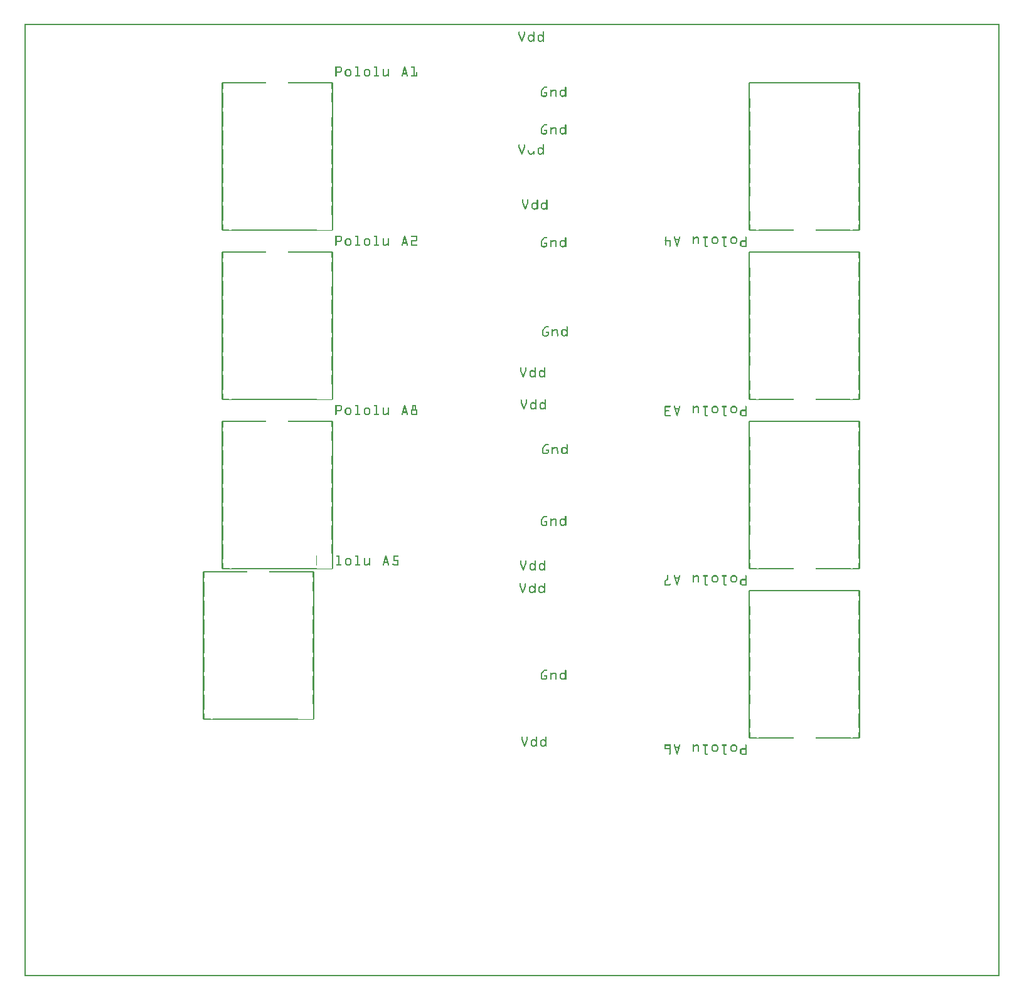
<source format=gto>
G04 MADE WITH FRITZING*
G04 WWW.FRITZING.ORG*
G04 DOUBLE SIDED*
G04 HOLES PLATED*
G04 CONTOUR ON CENTER OF CONTOUR VECTOR*
%ASAXBY*%
%FSLAX23Y23*%
%MOIN*%
%OFA0B0*%
%SFA1.0B1.0*%
%ADD10R,0.001000X0.001000*%
%LNSILK1*%
G90*
G70*
G54D10*
X0Y5065D02*
X5181Y5065D01*
X0Y5064D02*
X5181Y5064D01*
X0Y5063D02*
X5181Y5063D01*
X0Y5062D02*
X5181Y5062D01*
X0Y5061D02*
X5181Y5061D01*
X0Y5060D02*
X5181Y5060D01*
X0Y5059D02*
X5181Y5059D01*
X0Y5058D02*
X5181Y5058D01*
X0Y5057D02*
X7Y5057D01*
X5174Y5057D02*
X5181Y5057D01*
X0Y5056D02*
X7Y5056D01*
X5174Y5056D02*
X5181Y5056D01*
X0Y5055D02*
X7Y5055D01*
X5174Y5055D02*
X5181Y5055D01*
X0Y5054D02*
X7Y5054D01*
X5174Y5054D02*
X5181Y5054D01*
X0Y5053D02*
X7Y5053D01*
X5174Y5053D02*
X5181Y5053D01*
X0Y5052D02*
X7Y5052D01*
X5174Y5052D02*
X5181Y5052D01*
X0Y5051D02*
X7Y5051D01*
X5174Y5051D02*
X5181Y5051D01*
X0Y5050D02*
X7Y5050D01*
X5174Y5050D02*
X5181Y5050D01*
X0Y5049D02*
X7Y5049D01*
X5174Y5049D02*
X5181Y5049D01*
X0Y5048D02*
X7Y5048D01*
X5174Y5048D02*
X5181Y5048D01*
X0Y5047D02*
X7Y5047D01*
X5174Y5047D02*
X5181Y5047D01*
X0Y5046D02*
X7Y5046D01*
X5174Y5046D02*
X5181Y5046D01*
X0Y5045D02*
X7Y5045D01*
X5174Y5045D02*
X5181Y5045D01*
X0Y5044D02*
X7Y5044D01*
X5174Y5044D02*
X5181Y5044D01*
X0Y5043D02*
X7Y5043D01*
X5174Y5043D02*
X5181Y5043D01*
X0Y5042D02*
X7Y5042D01*
X5174Y5042D02*
X5181Y5042D01*
X0Y5041D02*
X7Y5041D01*
X5174Y5041D02*
X5181Y5041D01*
X0Y5040D02*
X7Y5040D01*
X5174Y5040D02*
X5181Y5040D01*
X0Y5039D02*
X7Y5039D01*
X5174Y5039D02*
X5181Y5039D01*
X0Y5038D02*
X7Y5038D01*
X5174Y5038D02*
X5181Y5038D01*
X0Y5037D02*
X7Y5037D01*
X5174Y5037D02*
X5181Y5037D01*
X0Y5036D02*
X7Y5036D01*
X5174Y5036D02*
X5181Y5036D01*
X0Y5035D02*
X7Y5035D01*
X5174Y5035D02*
X5181Y5035D01*
X0Y5034D02*
X7Y5034D01*
X5174Y5034D02*
X5181Y5034D01*
X0Y5033D02*
X7Y5033D01*
X5174Y5033D02*
X5181Y5033D01*
X0Y5032D02*
X7Y5032D01*
X5174Y5032D02*
X5181Y5032D01*
X0Y5031D02*
X7Y5031D01*
X5174Y5031D02*
X5181Y5031D01*
X0Y5030D02*
X7Y5030D01*
X5174Y5030D02*
X5181Y5030D01*
X0Y5029D02*
X7Y5029D01*
X5174Y5029D02*
X5181Y5029D01*
X0Y5028D02*
X7Y5028D01*
X5174Y5028D02*
X5181Y5028D01*
X0Y5027D02*
X7Y5027D01*
X5174Y5027D02*
X5181Y5027D01*
X0Y5026D02*
X7Y5026D01*
X5174Y5026D02*
X5181Y5026D01*
X0Y5025D02*
X7Y5025D01*
X5174Y5025D02*
X5181Y5025D01*
X0Y5024D02*
X7Y5024D01*
X5174Y5024D02*
X5181Y5024D01*
X0Y5023D02*
X7Y5023D01*
X2627Y5023D02*
X2630Y5023D01*
X2655Y5023D02*
X2657Y5023D01*
X2705Y5023D02*
X2707Y5023D01*
X2755Y5023D02*
X2758Y5023D01*
X5174Y5023D02*
X5181Y5023D01*
X0Y5022D02*
X7Y5022D01*
X2626Y5022D02*
X2631Y5022D01*
X2653Y5022D02*
X2658Y5022D01*
X2704Y5022D02*
X2708Y5022D01*
X2754Y5022D02*
X2759Y5022D01*
X5174Y5022D02*
X5181Y5022D01*
X0Y5021D02*
X7Y5021D01*
X2625Y5021D02*
X2631Y5021D01*
X2653Y5021D02*
X2659Y5021D01*
X2703Y5021D02*
X2709Y5021D01*
X2753Y5021D02*
X2759Y5021D01*
X5174Y5021D02*
X5181Y5021D01*
X0Y5020D02*
X7Y5020D01*
X2625Y5020D02*
X2631Y5020D01*
X2653Y5020D02*
X2659Y5020D01*
X2703Y5020D02*
X2709Y5020D01*
X2753Y5020D02*
X2759Y5020D01*
X5174Y5020D02*
X5181Y5020D01*
X0Y5019D02*
X7Y5019D01*
X2625Y5019D02*
X2631Y5019D01*
X2653Y5019D02*
X2659Y5019D01*
X2703Y5019D02*
X2709Y5019D01*
X2753Y5019D02*
X2759Y5019D01*
X5174Y5019D02*
X5181Y5019D01*
X0Y5018D02*
X7Y5018D01*
X2625Y5018D02*
X2631Y5018D01*
X2653Y5018D02*
X2659Y5018D01*
X2703Y5018D02*
X2709Y5018D01*
X2753Y5018D02*
X2759Y5018D01*
X5174Y5018D02*
X5181Y5018D01*
X0Y5017D02*
X7Y5017D01*
X2625Y5017D02*
X2631Y5017D01*
X2653Y5017D02*
X2659Y5017D01*
X2703Y5017D02*
X2709Y5017D01*
X2753Y5017D02*
X2759Y5017D01*
X5174Y5017D02*
X5181Y5017D01*
X0Y5016D02*
X7Y5016D01*
X2625Y5016D02*
X2631Y5016D01*
X2653Y5016D02*
X2659Y5016D01*
X2703Y5016D02*
X2709Y5016D01*
X2753Y5016D02*
X2759Y5016D01*
X5174Y5016D02*
X5181Y5016D01*
X0Y5015D02*
X7Y5015D01*
X2625Y5015D02*
X2631Y5015D01*
X2653Y5015D02*
X2659Y5015D01*
X2703Y5015D02*
X2709Y5015D01*
X2753Y5015D02*
X2759Y5015D01*
X5174Y5015D02*
X5181Y5015D01*
X0Y5014D02*
X7Y5014D01*
X2625Y5014D02*
X2631Y5014D01*
X2653Y5014D02*
X2659Y5014D01*
X2703Y5014D02*
X2709Y5014D01*
X2753Y5014D02*
X2759Y5014D01*
X5174Y5014D02*
X5181Y5014D01*
X0Y5013D02*
X7Y5013D01*
X2625Y5013D02*
X2631Y5013D01*
X2653Y5013D02*
X2659Y5013D01*
X2703Y5013D02*
X2709Y5013D01*
X2753Y5013D02*
X2759Y5013D01*
X5174Y5013D02*
X5181Y5013D01*
X0Y5012D02*
X7Y5012D01*
X2625Y5012D02*
X2631Y5012D01*
X2653Y5012D02*
X2659Y5012D01*
X2703Y5012D02*
X2709Y5012D01*
X2753Y5012D02*
X2759Y5012D01*
X5174Y5012D02*
X5181Y5012D01*
X0Y5011D02*
X7Y5011D01*
X2625Y5011D02*
X2631Y5011D01*
X2653Y5011D02*
X2659Y5011D01*
X2703Y5011D02*
X2709Y5011D01*
X2753Y5011D02*
X2759Y5011D01*
X5174Y5011D02*
X5181Y5011D01*
X0Y5010D02*
X7Y5010D01*
X2625Y5010D02*
X2631Y5010D01*
X2653Y5010D02*
X2659Y5010D01*
X2703Y5010D02*
X2709Y5010D01*
X2753Y5010D02*
X2759Y5010D01*
X5174Y5010D02*
X5181Y5010D01*
X0Y5009D02*
X7Y5009D01*
X2625Y5009D02*
X2631Y5009D01*
X2653Y5009D02*
X2659Y5009D01*
X2703Y5009D02*
X2709Y5009D01*
X2753Y5009D02*
X2759Y5009D01*
X5174Y5009D02*
X5181Y5009D01*
X0Y5008D02*
X7Y5008D01*
X2625Y5008D02*
X2632Y5008D01*
X2652Y5008D02*
X2659Y5008D01*
X2684Y5008D02*
X2697Y5008D01*
X2703Y5008D02*
X2709Y5008D01*
X2735Y5008D02*
X2747Y5008D01*
X2753Y5008D02*
X2759Y5008D01*
X5174Y5008D02*
X5181Y5008D01*
X0Y5007D02*
X7Y5007D01*
X2625Y5007D02*
X2632Y5007D01*
X2652Y5007D02*
X2659Y5007D01*
X2683Y5007D02*
X2698Y5007D01*
X2703Y5007D02*
X2709Y5007D01*
X2733Y5007D02*
X2749Y5007D01*
X2753Y5007D02*
X2759Y5007D01*
X5174Y5007D02*
X5181Y5007D01*
X0Y5006D02*
X7Y5006D01*
X2626Y5006D02*
X2632Y5006D01*
X2652Y5006D02*
X2658Y5006D01*
X2681Y5006D02*
X2700Y5006D01*
X2703Y5006D02*
X2709Y5006D01*
X2731Y5006D02*
X2750Y5006D01*
X2753Y5006D02*
X2759Y5006D01*
X5174Y5006D02*
X5181Y5006D01*
X0Y5005D02*
X7Y5005D01*
X2626Y5005D02*
X2633Y5005D01*
X2651Y5005D02*
X2658Y5005D01*
X2680Y5005D02*
X2701Y5005D01*
X2703Y5005D02*
X2709Y5005D01*
X2730Y5005D02*
X2751Y5005D01*
X2753Y5005D02*
X2759Y5005D01*
X5174Y5005D02*
X5181Y5005D01*
X0Y5004D02*
X7Y5004D01*
X2627Y5004D02*
X2633Y5004D01*
X2651Y5004D02*
X2657Y5004D01*
X2679Y5004D02*
X2709Y5004D01*
X2729Y5004D02*
X2759Y5004D01*
X5174Y5004D02*
X5181Y5004D01*
X0Y5003D02*
X7Y5003D01*
X2627Y5003D02*
X2634Y5003D01*
X2651Y5003D02*
X2657Y5003D01*
X2678Y5003D02*
X2709Y5003D01*
X2728Y5003D02*
X2759Y5003D01*
X5174Y5003D02*
X5181Y5003D01*
X0Y5002D02*
X7Y5002D01*
X2627Y5002D02*
X2634Y5002D01*
X2650Y5002D02*
X2657Y5002D01*
X2677Y5002D02*
X2709Y5002D01*
X2727Y5002D02*
X2759Y5002D01*
X5174Y5002D02*
X5181Y5002D01*
X0Y5001D02*
X7Y5001D01*
X2628Y5001D02*
X2634Y5001D01*
X2650Y5001D02*
X2656Y5001D01*
X2677Y5001D02*
X2685Y5001D01*
X2696Y5001D02*
X2709Y5001D01*
X2727Y5001D02*
X2735Y5001D01*
X2746Y5001D02*
X2759Y5001D01*
X5174Y5001D02*
X5181Y5001D01*
X0Y5000D02*
X7Y5000D01*
X2628Y5000D02*
X2635Y5000D01*
X2649Y5000D02*
X2656Y5000D01*
X2676Y5000D02*
X2684Y5000D01*
X2697Y5000D02*
X2709Y5000D01*
X2726Y5000D02*
X2734Y5000D01*
X2747Y5000D02*
X2759Y5000D01*
X5174Y5000D02*
X5181Y5000D01*
X0Y4999D02*
X7Y4999D01*
X2629Y4999D02*
X2635Y4999D01*
X2649Y4999D02*
X2656Y4999D01*
X2676Y4999D02*
X2683Y4999D01*
X2698Y4999D02*
X2709Y4999D01*
X2726Y4999D02*
X2733Y4999D01*
X2748Y4999D02*
X2759Y4999D01*
X5174Y4999D02*
X5181Y4999D01*
X0Y4998D02*
X7Y4998D01*
X2629Y4998D02*
X2636Y4998D01*
X2649Y4998D02*
X2655Y4998D01*
X2676Y4998D02*
X2682Y4998D01*
X2699Y4998D02*
X2709Y4998D01*
X2726Y4998D02*
X2732Y4998D01*
X2750Y4998D02*
X2759Y4998D01*
X5174Y4998D02*
X5181Y4998D01*
X0Y4997D02*
X7Y4997D01*
X2629Y4997D02*
X2636Y4997D01*
X2648Y4997D02*
X2655Y4997D01*
X2676Y4997D02*
X2682Y4997D01*
X2700Y4997D02*
X2709Y4997D01*
X2726Y4997D02*
X2732Y4997D01*
X2751Y4997D02*
X2759Y4997D01*
X5174Y4997D02*
X5181Y4997D01*
X0Y4996D02*
X7Y4996D01*
X2630Y4996D02*
X2636Y4996D01*
X2648Y4996D02*
X2654Y4996D01*
X2675Y4996D02*
X2681Y4996D01*
X2702Y4996D02*
X2709Y4996D01*
X2726Y4996D02*
X2732Y4996D01*
X2752Y4996D02*
X2759Y4996D01*
X5174Y4996D02*
X5181Y4996D01*
X0Y4995D02*
X7Y4995D01*
X2630Y4995D02*
X2637Y4995D01*
X2647Y4995D02*
X2654Y4995D01*
X2675Y4995D02*
X2681Y4995D01*
X2702Y4995D02*
X2709Y4995D01*
X2726Y4995D02*
X2732Y4995D01*
X2753Y4995D02*
X2759Y4995D01*
X5174Y4995D02*
X5181Y4995D01*
X0Y4994D02*
X7Y4994D01*
X2631Y4994D02*
X2637Y4994D01*
X2647Y4994D02*
X2654Y4994D01*
X2675Y4994D02*
X2681Y4994D01*
X2703Y4994D02*
X2709Y4994D01*
X2726Y4994D02*
X2732Y4994D01*
X2753Y4994D02*
X2759Y4994D01*
X5174Y4994D02*
X5181Y4994D01*
X0Y4993D02*
X7Y4993D01*
X2631Y4993D02*
X2638Y4993D01*
X2647Y4993D02*
X2653Y4993D01*
X2675Y4993D02*
X2681Y4993D01*
X2703Y4993D02*
X2709Y4993D01*
X2726Y4993D02*
X2732Y4993D01*
X2753Y4993D02*
X2759Y4993D01*
X5174Y4993D02*
X5181Y4993D01*
X0Y4992D02*
X7Y4992D01*
X2631Y4992D02*
X2638Y4992D01*
X2646Y4992D02*
X2653Y4992D01*
X2675Y4992D02*
X2681Y4992D01*
X2703Y4992D02*
X2709Y4992D01*
X2726Y4992D02*
X2732Y4992D01*
X2753Y4992D02*
X2759Y4992D01*
X5174Y4992D02*
X5181Y4992D01*
X0Y4991D02*
X7Y4991D01*
X2632Y4991D02*
X2638Y4991D01*
X2646Y4991D02*
X2652Y4991D01*
X2675Y4991D02*
X2681Y4991D01*
X2703Y4991D02*
X2709Y4991D01*
X2726Y4991D02*
X2732Y4991D01*
X2753Y4991D02*
X2759Y4991D01*
X5174Y4991D02*
X5181Y4991D01*
X0Y4990D02*
X7Y4990D01*
X2632Y4990D02*
X2639Y4990D01*
X2645Y4990D02*
X2652Y4990D01*
X2675Y4990D02*
X2681Y4990D01*
X2703Y4990D02*
X2709Y4990D01*
X2726Y4990D02*
X2732Y4990D01*
X2753Y4990D02*
X2759Y4990D01*
X5174Y4990D02*
X5181Y4990D01*
X0Y4989D02*
X7Y4989D01*
X2632Y4989D02*
X2639Y4989D01*
X2645Y4989D02*
X2652Y4989D01*
X2675Y4989D02*
X2681Y4989D01*
X2703Y4989D02*
X2709Y4989D01*
X2726Y4989D02*
X2732Y4989D01*
X2753Y4989D02*
X2759Y4989D01*
X5174Y4989D02*
X5181Y4989D01*
X0Y4988D02*
X7Y4988D01*
X2633Y4988D02*
X2639Y4988D01*
X2645Y4988D02*
X2651Y4988D01*
X2675Y4988D02*
X2681Y4988D01*
X2703Y4988D02*
X2709Y4988D01*
X2726Y4988D02*
X2732Y4988D01*
X2753Y4988D02*
X2759Y4988D01*
X5174Y4988D02*
X5181Y4988D01*
X0Y4987D02*
X7Y4987D01*
X2633Y4987D02*
X2640Y4987D01*
X2644Y4987D02*
X2651Y4987D01*
X2675Y4987D02*
X2681Y4987D01*
X2703Y4987D02*
X2709Y4987D01*
X2726Y4987D02*
X2732Y4987D01*
X2753Y4987D02*
X2759Y4987D01*
X5174Y4987D02*
X5181Y4987D01*
X0Y4986D02*
X7Y4986D01*
X2634Y4986D02*
X2640Y4986D01*
X2644Y4986D02*
X2650Y4986D01*
X2675Y4986D02*
X2681Y4986D01*
X2703Y4986D02*
X2709Y4986D01*
X2726Y4986D02*
X2732Y4986D01*
X2753Y4986D02*
X2759Y4986D01*
X5174Y4986D02*
X5181Y4986D01*
X0Y4985D02*
X7Y4985D01*
X2634Y4985D02*
X2641Y4985D01*
X2643Y4985D02*
X2650Y4985D01*
X2675Y4985D02*
X2681Y4985D01*
X2703Y4985D02*
X2709Y4985D01*
X2726Y4985D02*
X2732Y4985D01*
X2753Y4985D02*
X2759Y4985D01*
X5174Y4985D02*
X5181Y4985D01*
X0Y4984D02*
X7Y4984D01*
X2634Y4984D02*
X2641Y4984D01*
X2643Y4984D02*
X2650Y4984D01*
X2675Y4984D02*
X2681Y4984D01*
X2703Y4984D02*
X2709Y4984D01*
X2726Y4984D02*
X2732Y4984D01*
X2753Y4984D02*
X2759Y4984D01*
X5174Y4984D02*
X5181Y4984D01*
X0Y4983D02*
X7Y4983D01*
X2635Y4983D02*
X2649Y4983D01*
X2675Y4983D02*
X2681Y4983D01*
X2702Y4983D02*
X2709Y4983D01*
X2726Y4983D02*
X2732Y4983D01*
X2753Y4983D02*
X2759Y4983D01*
X5174Y4983D02*
X5181Y4983D01*
X0Y4982D02*
X7Y4982D01*
X2635Y4982D02*
X2649Y4982D01*
X2675Y4982D02*
X2682Y4982D01*
X2701Y4982D02*
X2709Y4982D01*
X2726Y4982D02*
X2732Y4982D01*
X2752Y4982D02*
X2759Y4982D01*
X5174Y4982D02*
X5181Y4982D01*
X0Y4981D02*
X7Y4981D01*
X2636Y4981D02*
X2648Y4981D01*
X2676Y4981D02*
X2682Y4981D01*
X2700Y4981D02*
X2709Y4981D01*
X2726Y4981D02*
X2732Y4981D01*
X2750Y4981D02*
X2759Y4981D01*
X5174Y4981D02*
X5181Y4981D01*
X0Y4980D02*
X7Y4980D01*
X2636Y4980D02*
X2648Y4980D01*
X2676Y4980D02*
X2682Y4980D01*
X2699Y4980D02*
X2709Y4980D01*
X2726Y4980D02*
X2732Y4980D01*
X2749Y4980D02*
X2759Y4980D01*
X5174Y4980D02*
X5181Y4980D01*
X0Y4979D02*
X7Y4979D01*
X2636Y4979D02*
X2648Y4979D01*
X2676Y4979D02*
X2683Y4979D01*
X2698Y4979D02*
X2709Y4979D01*
X2726Y4979D02*
X2733Y4979D01*
X2748Y4979D02*
X2759Y4979D01*
X5174Y4979D02*
X5181Y4979D01*
X0Y4978D02*
X7Y4978D01*
X2637Y4978D02*
X2647Y4978D01*
X2676Y4978D02*
X2684Y4978D01*
X2697Y4978D02*
X2709Y4978D01*
X2726Y4978D02*
X2734Y4978D01*
X2747Y4978D02*
X2759Y4978D01*
X5174Y4978D02*
X5181Y4978D01*
X0Y4977D02*
X7Y4977D01*
X2637Y4977D02*
X2647Y4977D01*
X2677Y4977D02*
X2686Y4977D01*
X2695Y4977D02*
X2709Y4977D01*
X2727Y4977D02*
X2736Y4977D01*
X2746Y4977D02*
X2759Y4977D01*
X5174Y4977D02*
X5181Y4977D01*
X0Y4976D02*
X7Y4976D01*
X2638Y4976D02*
X2647Y4976D01*
X2677Y4976D02*
X2709Y4976D01*
X2728Y4976D02*
X2759Y4976D01*
X5174Y4976D02*
X5181Y4976D01*
X0Y4975D02*
X7Y4975D01*
X2638Y4975D02*
X2646Y4975D01*
X2678Y4975D02*
X2709Y4975D01*
X2728Y4975D02*
X2759Y4975D01*
X5174Y4975D02*
X5181Y4975D01*
X0Y4974D02*
X7Y4974D01*
X2638Y4974D02*
X2646Y4974D01*
X2679Y4974D02*
X2709Y4974D01*
X2729Y4974D02*
X2759Y4974D01*
X5174Y4974D02*
X5181Y4974D01*
X0Y4973D02*
X7Y4973D01*
X2639Y4973D02*
X2645Y4973D01*
X2680Y4973D02*
X2701Y4973D01*
X2703Y4973D02*
X2709Y4973D01*
X2730Y4973D02*
X2751Y4973D01*
X2753Y4973D02*
X2759Y4973D01*
X5174Y4973D02*
X5181Y4973D01*
X0Y4972D02*
X7Y4972D01*
X2639Y4972D02*
X2645Y4972D01*
X2681Y4972D02*
X2700Y4972D01*
X2703Y4972D02*
X2709Y4972D01*
X2732Y4972D02*
X2750Y4972D01*
X2753Y4972D02*
X2759Y4972D01*
X5174Y4972D02*
X5181Y4972D01*
X0Y4971D02*
X7Y4971D01*
X2640Y4971D02*
X2644Y4971D01*
X2683Y4971D02*
X2698Y4971D01*
X2704Y4971D02*
X2708Y4971D01*
X2733Y4971D02*
X2748Y4971D01*
X2754Y4971D02*
X2759Y4971D01*
X5174Y4971D02*
X5181Y4971D01*
X0Y4970D02*
X7Y4970D01*
X2641Y4970D02*
X2644Y4970D01*
X2685Y4970D02*
X2696Y4970D01*
X2705Y4970D02*
X2707Y4970D01*
X2735Y4970D02*
X2746Y4970D01*
X2755Y4970D02*
X2758Y4970D01*
X5174Y4970D02*
X5181Y4970D01*
X0Y4969D02*
X7Y4969D01*
X5174Y4969D02*
X5181Y4969D01*
X0Y4968D02*
X7Y4968D01*
X5174Y4968D02*
X5181Y4968D01*
X0Y4967D02*
X7Y4967D01*
X5174Y4967D02*
X5181Y4967D01*
X0Y4966D02*
X7Y4966D01*
X5174Y4966D02*
X5181Y4966D01*
X0Y4965D02*
X7Y4965D01*
X5174Y4965D02*
X5181Y4965D01*
X0Y4964D02*
X7Y4964D01*
X5174Y4964D02*
X5181Y4964D01*
X0Y4963D02*
X7Y4963D01*
X5174Y4963D02*
X5181Y4963D01*
X0Y4962D02*
X7Y4962D01*
X5174Y4962D02*
X5181Y4962D01*
X0Y4961D02*
X7Y4961D01*
X5174Y4961D02*
X5181Y4961D01*
X0Y4960D02*
X7Y4960D01*
X5174Y4960D02*
X5181Y4960D01*
X0Y4959D02*
X7Y4959D01*
X5174Y4959D02*
X5181Y4959D01*
X0Y4958D02*
X7Y4958D01*
X5174Y4958D02*
X5181Y4958D01*
X0Y4957D02*
X7Y4957D01*
X5174Y4957D02*
X5181Y4957D01*
X0Y4956D02*
X7Y4956D01*
X5174Y4956D02*
X5181Y4956D01*
X0Y4955D02*
X7Y4955D01*
X5174Y4955D02*
X5181Y4955D01*
X0Y4954D02*
X7Y4954D01*
X5174Y4954D02*
X5181Y4954D01*
X0Y4953D02*
X7Y4953D01*
X5174Y4953D02*
X5181Y4953D01*
X0Y4952D02*
X7Y4952D01*
X5174Y4952D02*
X5181Y4952D01*
X0Y4951D02*
X7Y4951D01*
X5174Y4951D02*
X5181Y4951D01*
X0Y4950D02*
X7Y4950D01*
X5174Y4950D02*
X5181Y4950D01*
X0Y4949D02*
X7Y4949D01*
X5174Y4949D02*
X5181Y4949D01*
X0Y4948D02*
X7Y4948D01*
X5174Y4948D02*
X5181Y4948D01*
X0Y4947D02*
X7Y4947D01*
X5174Y4947D02*
X5181Y4947D01*
X0Y4946D02*
X7Y4946D01*
X5174Y4946D02*
X5181Y4946D01*
X0Y4945D02*
X7Y4945D01*
X5174Y4945D02*
X5181Y4945D01*
X0Y4944D02*
X7Y4944D01*
X5174Y4944D02*
X5181Y4944D01*
X0Y4943D02*
X7Y4943D01*
X5174Y4943D02*
X5181Y4943D01*
X0Y4942D02*
X7Y4942D01*
X5174Y4942D02*
X5181Y4942D01*
X0Y4941D02*
X7Y4941D01*
X5174Y4941D02*
X5181Y4941D01*
X0Y4940D02*
X7Y4940D01*
X5174Y4940D02*
X5181Y4940D01*
X0Y4939D02*
X7Y4939D01*
X5174Y4939D02*
X5181Y4939D01*
X0Y4938D02*
X7Y4938D01*
X5174Y4938D02*
X5181Y4938D01*
X0Y4937D02*
X7Y4937D01*
X5174Y4937D02*
X5181Y4937D01*
X0Y4936D02*
X7Y4936D01*
X5174Y4936D02*
X5181Y4936D01*
X0Y4935D02*
X7Y4935D01*
X5174Y4935D02*
X5181Y4935D01*
X0Y4934D02*
X7Y4934D01*
X5174Y4934D02*
X5181Y4934D01*
X0Y4933D02*
X7Y4933D01*
X5174Y4933D02*
X5181Y4933D01*
X0Y4932D02*
X7Y4932D01*
X5174Y4932D02*
X5181Y4932D01*
X0Y4931D02*
X7Y4931D01*
X5174Y4931D02*
X5181Y4931D01*
X0Y4930D02*
X7Y4930D01*
X5174Y4930D02*
X5181Y4930D01*
X0Y4929D02*
X7Y4929D01*
X5174Y4929D02*
X5181Y4929D01*
X0Y4928D02*
X7Y4928D01*
X5174Y4928D02*
X5181Y4928D01*
X0Y4927D02*
X7Y4927D01*
X5174Y4927D02*
X5181Y4927D01*
X0Y4926D02*
X7Y4926D01*
X5174Y4926D02*
X5181Y4926D01*
X0Y4925D02*
X7Y4925D01*
X5174Y4925D02*
X5181Y4925D01*
X0Y4924D02*
X7Y4924D01*
X5174Y4924D02*
X5181Y4924D01*
X0Y4923D02*
X7Y4923D01*
X5174Y4923D02*
X5181Y4923D01*
X0Y4922D02*
X7Y4922D01*
X5174Y4922D02*
X5181Y4922D01*
X0Y4921D02*
X7Y4921D01*
X5174Y4921D02*
X5181Y4921D01*
X0Y4920D02*
X7Y4920D01*
X5174Y4920D02*
X5181Y4920D01*
X0Y4919D02*
X7Y4919D01*
X5174Y4919D02*
X5181Y4919D01*
X0Y4918D02*
X7Y4918D01*
X5174Y4918D02*
X5181Y4918D01*
X0Y4917D02*
X7Y4917D01*
X5174Y4917D02*
X5181Y4917D01*
X0Y4916D02*
X7Y4916D01*
X5174Y4916D02*
X5181Y4916D01*
X0Y4915D02*
X7Y4915D01*
X5174Y4915D02*
X5181Y4915D01*
X0Y4914D02*
X7Y4914D01*
X5174Y4914D02*
X5181Y4914D01*
X0Y4913D02*
X7Y4913D01*
X5174Y4913D02*
X5181Y4913D01*
X0Y4912D02*
X7Y4912D01*
X5174Y4912D02*
X5181Y4912D01*
X0Y4911D02*
X7Y4911D01*
X5174Y4911D02*
X5181Y4911D01*
X0Y4910D02*
X7Y4910D01*
X5174Y4910D02*
X5181Y4910D01*
X0Y4909D02*
X7Y4909D01*
X5174Y4909D02*
X5181Y4909D01*
X0Y4908D02*
X7Y4908D01*
X5174Y4908D02*
X5181Y4908D01*
X0Y4907D02*
X7Y4907D01*
X5174Y4907D02*
X5181Y4907D01*
X0Y4906D02*
X7Y4906D01*
X5174Y4906D02*
X5181Y4906D01*
X0Y4905D02*
X7Y4905D01*
X5174Y4905D02*
X5181Y4905D01*
X0Y4904D02*
X7Y4904D01*
X5174Y4904D02*
X5181Y4904D01*
X0Y4903D02*
X7Y4903D01*
X5174Y4903D02*
X5181Y4903D01*
X0Y4902D02*
X7Y4902D01*
X5174Y4902D02*
X5181Y4902D01*
X0Y4901D02*
X7Y4901D01*
X5174Y4901D02*
X5181Y4901D01*
X0Y4900D02*
X7Y4900D01*
X5174Y4900D02*
X5181Y4900D01*
X0Y4899D02*
X7Y4899D01*
X5174Y4899D02*
X5181Y4899D01*
X0Y4898D02*
X7Y4898D01*
X5174Y4898D02*
X5181Y4898D01*
X0Y4897D02*
X7Y4897D01*
X5174Y4897D02*
X5181Y4897D01*
X0Y4896D02*
X7Y4896D01*
X5174Y4896D02*
X5181Y4896D01*
X0Y4895D02*
X7Y4895D01*
X5174Y4895D02*
X5181Y4895D01*
X0Y4894D02*
X7Y4894D01*
X5174Y4894D02*
X5181Y4894D01*
X0Y4893D02*
X7Y4893D01*
X5174Y4893D02*
X5181Y4893D01*
X0Y4892D02*
X7Y4892D01*
X5174Y4892D02*
X5181Y4892D01*
X0Y4891D02*
X7Y4891D01*
X5174Y4891D02*
X5181Y4891D01*
X0Y4890D02*
X7Y4890D01*
X5174Y4890D02*
X5181Y4890D01*
X0Y4889D02*
X7Y4889D01*
X5174Y4889D02*
X5181Y4889D01*
X0Y4888D02*
X7Y4888D01*
X5174Y4888D02*
X5181Y4888D01*
X0Y4887D02*
X7Y4887D01*
X5174Y4887D02*
X5181Y4887D01*
X0Y4886D02*
X7Y4886D01*
X5174Y4886D02*
X5181Y4886D01*
X0Y4885D02*
X7Y4885D01*
X5174Y4885D02*
X5181Y4885D01*
X0Y4884D02*
X7Y4884D01*
X5174Y4884D02*
X5181Y4884D01*
X0Y4883D02*
X7Y4883D01*
X5174Y4883D02*
X5181Y4883D01*
X0Y4882D02*
X7Y4882D01*
X5174Y4882D02*
X5181Y4882D01*
X0Y4881D02*
X7Y4881D01*
X5174Y4881D02*
X5181Y4881D01*
X0Y4880D02*
X7Y4880D01*
X5174Y4880D02*
X5181Y4880D01*
X0Y4879D02*
X7Y4879D01*
X5174Y4879D02*
X5181Y4879D01*
X0Y4878D02*
X7Y4878D01*
X5174Y4878D02*
X5181Y4878D01*
X0Y4877D02*
X7Y4877D01*
X5174Y4877D02*
X5181Y4877D01*
X0Y4876D02*
X7Y4876D01*
X5174Y4876D02*
X5181Y4876D01*
X0Y4875D02*
X7Y4875D01*
X5174Y4875D02*
X5181Y4875D01*
X0Y4874D02*
X7Y4874D01*
X5174Y4874D02*
X5181Y4874D01*
X0Y4873D02*
X7Y4873D01*
X5174Y4873D02*
X5181Y4873D01*
X0Y4872D02*
X7Y4872D01*
X5174Y4872D02*
X5181Y4872D01*
X0Y4871D02*
X7Y4871D01*
X5174Y4871D02*
X5181Y4871D01*
X0Y4870D02*
X7Y4870D01*
X5174Y4870D02*
X5181Y4870D01*
X0Y4869D02*
X7Y4869D01*
X5174Y4869D02*
X5181Y4869D01*
X0Y4868D02*
X7Y4868D01*
X5174Y4868D02*
X5181Y4868D01*
X0Y4867D02*
X7Y4867D01*
X5174Y4867D02*
X5181Y4867D01*
X0Y4866D02*
X7Y4866D01*
X5174Y4866D02*
X5181Y4866D01*
X0Y4865D02*
X7Y4865D01*
X5174Y4865D02*
X5181Y4865D01*
X0Y4864D02*
X7Y4864D01*
X5174Y4864D02*
X5181Y4864D01*
X0Y4863D02*
X7Y4863D01*
X5174Y4863D02*
X5181Y4863D01*
X0Y4862D02*
X7Y4862D01*
X5174Y4862D02*
X5181Y4862D01*
X0Y4861D02*
X7Y4861D01*
X5174Y4861D02*
X5181Y4861D01*
X0Y4860D02*
X7Y4860D01*
X5174Y4860D02*
X5181Y4860D01*
X0Y4859D02*
X7Y4859D01*
X5174Y4859D02*
X5181Y4859D01*
X0Y4858D02*
X7Y4858D01*
X5174Y4858D02*
X5181Y4858D01*
X0Y4857D02*
X7Y4857D01*
X5174Y4857D02*
X5181Y4857D01*
X0Y4856D02*
X7Y4856D01*
X5174Y4856D02*
X5181Y4856D01*
X0Y4855D02*
X7Y4855D01*
X5174Y4855D02*
X5181Y4855D01*
X0Y4854D02*
X7Y4854D01*
X5174Y4854D02*
X5181Y4854D01*
X0Y4853D02*
X7Y4853D01*
X5174Y4853D02*
X5181Y4853D01*
X0Y4852D02*
X7Y4852D01*
X5174Y4852D02*
X5181Y4852D01*
X0Y4851D02*
X7Y4851D01*
X5174Y4851D02*
X5181Y4851D01*
X0Y4850D02*
X7Y4850D01*
X5174Y4850D02*
X5181Y4850D01*
X0Y4849D02*
X7Y4849D01*
X5174Y4849D02*
X5181Y4849D01*
X0Y4848D02*
X7Y4848D01*
X5174Y4848D02*
X5181Y4848D01*
X0Y4847D02*
X7Y4847D01*
X5174Y4847D02*
X5181Y4847D01*
X0Y4846D02*
X7Y4846D01*
X5174Y4846D02*
X5181Y4846D01*
X0Y4845D02*
X7Y4845D01*
X5174Y4845D02*
X5181Y4845D01*
X0Y4844D02*
X7Y4844D01*
X5174Y4844D02*
X5181Y4844D01*
X0Y4843D02*
X7Y4843D01*
X5174Y4843D02*
X5181Y4843D01*
X0Y4842D02*
X7Y4842D01*
X5174Y4842D02*
X5181Y4842D01*
X0Y4841D02*
X7Y4841D01*
X5174Y4841D02*
X5181Y4841D01*
X0Y4840D02*
X7Y4840D01*
X5174Y4840D02*
X5181Y4840D01*
X0Y4839D02*
X7Y4839D01*
X1652Y4839D02*
X1676Y4839D01*
X1759Y4839D02*
X1769Y4839D01*
X1859Y4839D02*
X1869Y4839D01*
X2020Y4839D02*
X2020Y4839D01*
X2057Y4839D02*
X2073Y4839D01*
X5174Y4839D02*
X5181Y4839D01*
X0Y4838D02*
X7Y4838D01*
X1652Y4838D02*
X1680Y4838D01*
X1757Y4838D02*
X1771Y4838D01*
X1857Y4838D02*
X1871Y4838D01*
X2018Y4838D02*
X2022Y4838D01*
X2055Y4838D02*
X2073Y4838D01*
X5174Y4838D02*
X5181Y4838D01*
X0Y4837D02*
X7Y4837D01*
X1652Y4837D02*
X1681Y4837D01*
X1756Y4837D02*
X1772Y4837D01*
X1856Y4837D02*
X1872Y4837D01*
X2017Y4837D02*
X2023Y4837D01*
X2054Y4837D02*
X2073Y4837D01*
X5174Y4837D02*
X5181Y4837D01*
X0Y4836D02*
X7Y4836D01*
X1652Y4836D02*
X1682Y4836D01*
X1756Y4836D02*
X1772Y4836D01*
X1856Y4836D02*
X1872Y4836D01*
X2017Y4836D02*
X2023Y4836D01*
X2054Y4836D02*
X2073Y4836D01*
X5174Y4836D02*
X5181Y4836D01*
X0Y4835D02*
X7Y4835D01*
X1652Y4835D02*
X1683Y4835D01*
X1756Y4835D02*
X1772Y4835D01*
X1856Y4835D02*
X1872Y4835D01*
X2017Y4835D02*
X2023Y4835D01*
X2054Y4835D02*
X2073Y4835D01*
X5174Y4835D02*
X5181Y4835D01*
X0Y4834D02*
X7Y4834D01*
X1652Y4834D02*
X1684Y4834D01*
X1756Y4834D02*
X1772Y4834D01*
X1857Y4834D02*
X1872Y4834D01*
X2016Y4834D02*
X2024Y4834D01*
X2054Y4834D02*
X2073Y4834D01*
X5174Y4834D02*
X5181Y4834D01*
X0Y4833D02*
X7Y4833D01*
X1652Y4833D02*
X1684Y4833D01*
X1757Y4833D02*
X1772Y4833D01*
X1857Y4833D02*
X1872Y4833D01*
X2016Y4833D02*
X2024Y4833D01*
X2055Y4833D02*
X2073Y4833D01*
X5174Y4833D02*
X5181Y4833D01*
X0Y4832D02*
X7Y4832D01*
X1652Y4832D02*
X1658Y4832D01*
X1676Y4832D02*
X1685Y4832D01*
X1766Y4832D02*
X1772Y4832D01*
X1866Y4832D02*
X1872Y4832D01*
X2016Y4832D02*
X2024Y4832D01*
X2067Y4832D02*
X2073Y4832D01*
X5174Y4832D02*
X5181Y4832D01*
X0Y4831D02*
X7Y4831D01*
X1652Y4831D02*
X1658Y4831D01*
X1678Y4831D02*
X1685Y4831D01*
X1766Y4831D02*
X1772Y4831D01*
X1866Y4831D02*
X1872Y4831D01*
X2016Y4831D02*
X2025Y4831D01*
X2067Y4831D02*
X2073Y4831D01*
X5174Y4831D02*
X5181Y4831D01*
X0Y4830D02*
X7Y4830D01*
X1652Y4830D02*
X1658Y4830D01*
X1679Y4830D02*
X1685Y4830D01*
X1766Y4830D02*
X1772Y4830D01*
X1866Y4830D02*
X1872Y4830D01*
X2015Y4830D02*
X2025Y4830D01*
X2067Y4830D02*
X2073Y4830D01*
X5174Y4830D02*
X5181Y4830D01*
X0Y4829D02*
X7Y4829D01*
X1652Y4829D02*
X1658Y4829D01*
X1679Y4829D02*
X1685Y4829D01*
X1766Y4829D02*
X1772Y4829D01*
X1866Y4829D02*
X1872Y4829D01*
X2015Y4829D02*
X2025Y4829D01*
X2067Y4829D02*
X2073Y4829D01*
X5174Y4829D02*
X5181Y4829D01*
X0Y4828D02*
X7Y4828D01*
X1652Y4828D02*
X1658Y4828D01*
X1679Y4828D02*
X1685Y4828D01*
X1766Y4828D02*
X1772Y4828D01*
X1866Y4828D02*
X1872Y4828D01*
X2015Y4828D02*
X2025Y4828D01*
X2067Y4828D02*
X2073Y4828D01*
X5174Y4828D02*
X5181Y4828D01*
X0Y4827D02*
X7Y4827D01*
X1652Y4827D02*
X1658Y4827D01*
X1679Y4827D02*
X1685Y4827D01*
X1766Y4827D02*
X1772Y4827D01*
X1866Y4827D02*
X1872Y4827D01*
X2014Y4827D02*
X2026Y4827D01*
X2067Y4827D02*
X2073Y4827D01*
X5174Y4827D02*
X5181Y4827D01*
X0Y4826D02*
X7Y4826D01*
X1652Y4826D02*
X1658Y4826D01*
X1679Y4826D02*
X1685Y4826D01*
X1766Y4826D02*
X1772Y4826D01*
X1866Y4826D02*
X1872Y4826D01*
X2014Y4826D02*
X2026Y4826D01*
X2067Y4826D02*
X2073Y4826D01*
X5174Y4826D02*
X5181Y4826D01*
X0Y4825D02*
X7Y4825D01*
X1652Y4825D02*
X1658Y4825D01*
X1679Y4825D02*
X1685Y4825D01*
X1766Y4825D02*
X1772Y4825D01*
X1866Y4825D02*
X1872Y4825D01*
X2014Y4825D02*
X2026Y4825D01*
X2067Y4825D02*
X2073Y4825D01*
X5174Y4825D02*
X5181Y4825D01*
X0Y4824D02*
X7Y4824D01*
X1652Y4824D02*
X1658Y4824D01*
X1679Y4824D02*
X1685Y4824D01*
X1712Y4824D02*
X1725Y4824D01*
X1766Y4824D02*
X1772Y4824D01*
X1813Y4824D02*
X1826Y4824D01*
X1866Y4824D02*
X1872Y4824D01*
X1905Y4824D02*
X1907Y4824D01*
X1933Y4824D02*
X1934Y4824D01*
X2014Y4824D02*
X2027Y4824D01*
X2067Y4824D02*
X2073Y4824D01*
X5174Y4824D02*
X5181Y4824D01*
X0Y4823D02*
X7Y4823D01*
X1652Y4823D02*
X1658Y4823D01*
X1679Y4823D02*
X1685Y4823D01*
X1710Y4823D02*
X1728Y4823D01*
X1766Y4823D02*
X1772Y4823D01*
X1810Y4823D02*
X1828Y4823D01*
X1866Y4823D02*
X1872Y4823D01*
X1904Y4823D02*
X1908Y4823D01*
X1931Y4823D02*
X1936Y4823D01*
X2013Y4823D02*
X2027Y4823D01*
X2067Y4823D02*
X2073Y4823D01*
X5174Y4823D02*
X5181Y4823D01*
X0Y4822D02*
X7Y4822D01*
X1652Y4822D02*
X1658Y4822D01*
X1679Y4822D02*
X1685Y4822D01*
X1708Y4822D02*
X1729Y4822D01*
X1766Y4822D02*
X1772Y4822D01*
X1809Y4822D02*
X1830Y4822D01*
X1866Y4822D02*
X1872Y4822D01*
X1903Y4822D02*
X1909Y4822D01*
X1931Y4822D02*
X1936Y4822D01*
X2013Y4822D02*
X2019Y4822D01*
X2021Y4822D02*
X2027Y4822D01*
X2067Y4822D02*
X2073Y4822D01*
X5174Y4822D02*
X5181Y4822D01*
X0Y4821D02*
X7Y4821D01*
X1652Y4821D02*
X1658Y4821D01*
X1679Y4821D02*
X1685Y4821D01*
X1707Y4821D02*
X1730Y4821D01*
X1766Y4821D02*
X1772Y4821D01*
X1808Y4821D02*
X1831Y4821D01*
X1866Y4821D02*
X1872Y4821D01*
X1903Y4821D02*
X1909Y4821D01*
X1931Y4821D02*
X1936Y4821D01*
X2013Y4821D02*
X2019Y4821D01*
X2021Y4821D02*
X2028Y4821D01*
X2067Y4821D02*
X2073Y4821D01*
X5174Y4821D02*
X5181Y4821D01*
X0Y4820D02*
X7Y4820D01*
X1652Y4820D02*
X1658Y4820D01*
X1679Y4820D02*
X1685Y4820D01*
X1706Y4820D02*
X1732Y4820D01*
X1766Y4820D02*
X1772Y4820D01*
X1807Y4820D02*
X1832Y4820D01*
X1866Y4820D02*
X1872Y4820D01*
X1903Y4820D02*
X1909Y4820D01*
X1930Y4820D02*
X1937Y4820D01*
X2012Y4820D02*
X2019Y4820D01*
X2021Y4820D02*
X2028Y4820D01*
X2067Y4820D02*
X2073Y4820D01*
X5174Y4820D02*
X5181Y4820D01*
X0Y4819D02*
X7Y4819D01*
X1652Y4819D02*
X1658Y4819D01*
X1679Y4819D02*
X1685Y4819D01*
X1705Y4819D02*
X1733Y4819D01*
X1766Y4819D02*
X1772Y4819D01*
X1805Y4819D02*
X1833Y4819D01*
X1866Y4819D02*
X1872Y4819D01*
X1903Y4819D02*
X1909Y4819D01*
X1930Y4819D02*
X1937Y4819D01*
X2012Y4819D02*
X2018Y4819D01*
X2022Y4819D02*
X2028Y4819D01*
X2067Y4819D02*
X2073Y4819D01*
X5174Y4819D02*
X5181Y4819D01*
X0Y4818D02*
X7Y4818D01*
X1652Y4818D02*
X1658Y4818D01*
X1679Y4818D02*
X1685Y4818D01*
X1704Y4818D02*
X1734Y4818D01*
X1766Y4818D02*
X1772Y4818D01*
X1805Y4818D02*
X1834Y4818D01*
X1866Y4818D02*
X1872Y4818D01*
X1903Y4818D02*
X1909Y4818D01*
X1930Y4818D02*
X1937Y4818D01*
X2012Y4818D02*
X2018Y4818D01*
X2022Y4818D02*
X2028Y4818D01*
X2067Y4818D02*
X2073Y4818D01*
X5174Y4818D02*
X5181Y4818D01*
X0Y4817D02*
X7Y4817D01*
X1652Y4817D02*
X1658Y4817D01*
X1679Y4817D02*
X1685Y4817D01*
X1704Y4817D02*
X1712Y4817D01*
X1725Y4817D02*
X1734Y4817D01*
X1766Y4817D02*
X1772Y4817D01*
X1804Y4817D02*
X1813Y4817D01*
X1826Y4817D02*
X1835Y4817D01*
X1866Y4817D02*
X1872Y4817D01*
X1903Y4817D02*
X1909Y4817D01*
X1930Y4817D02*
X1937Y4817D01*
X2011Y4817D02*
X2018Y4817D01*
X2022Y4817D02*
X2029Y4817D01*
X2067Y4817D02*
X2073Y4817D01*
X5174Y4817D02*
X5181Y4817D01*
X0Y4816D02*
X7Y4816D01*
X1652Y4816D02*
X1658Y4816D01*
X1679Y4816D02*
X1685Y4816D01*
X1703Y4816D02*
X1711Y4816D01*
X1727Y4816D02*
X1735Y4816D01*
X1766Y4816D02*
X1772Y4816D01*
X1804Y4816D02*
X1812Y4816D01*
X1827Y4816D02*
X1835Y4816D01*
X1866Y4816D02*
X1872Y4816D01*
X1903Y4816D02*
X1909Y4816D01*
X1930Y4816D02*
X1937Y4816D01*
X2011Y4816D02*
X2018Y4816D01*
X2023Y4816D02*
X2029Y4816D01*
X2067Y4816D02*
X2073Y4816D01*
X5174Y4816D02*
X5181Y4816D01*
X0Y4815D02*
X7Y4815D01*
X1652Y4815D02*
X1658Y4815D01*
X1679Y4815D02*
X1685Y4815D01*
X1703Y4815D02*
X1710Y4815D01*
X1728Y4815D02*
X1735Y4815D01*
X1766Y4815D02*
X1772Y4815D01*
X1803Y4815D02*
X1810Y4815D01*
X1828Y4815D02*
X1836Y4815D01*
X1866Y4815D02*
X1872Y4815D01*
X1903Y4815D02*
X1909Y4815D01*
X1930Y4815D02*
X1937Y4815D01*
X2011Y4815D02*
X2017Y4815D01*
X2023Y4815D02*
X2029Y4815D01*
X2067Y4815D02*
X2073Y4815D01*
X5174Y4815D02*
X5181Y4815D01*
X0Y4814D02*
X7Y4814D01*
X1652Y4814D02*
X1658Y4814D01*
X1679Y4814D02*
X1685Y4814D01*
X1702Y4814D02*
X1709Y4814D01*
X1729Y4814D02*
X1735Y4814D01*
X1766Y4814D02*
X1772Y4814D01*
X1803Y4814D02*
X1809Y4814D01*
X1829Y4814D02*
X1836Y4814D01*
X1866Y4814D02*
X1872Y4814D01*
X1903Y4814D02*
X1909Y4814D01*
X1930Y4814D02*
X1937Y4814D01*
X2011Y4814D02*
X2017Y4814D01*
X2023Y4814D02*
X2030Y4814D01*
X2067Y4814D02*
X2073Y4814D01*
X5174Y4814D02*
X5181Y4814D01*
X0Y4813D02*
X7Y4813D01*
X1652Y4813D02*
X1658Y4813D01*
X1677Y4813D02*
X1685Y4813D01*
X1702Y4813D02*
X1708Y4813D01*
X1729Y4813D02*
X1736Y4813D01*
X1766Y4813D02*
X1772Y4813D01*
X1803Y4813D02*
X1809Y4813D01*
X1830Y4813D02*
X1836Y4813D01*
X1866Y4813D02*
X1872Y4813D01*
X1903Y4813D02*
X1909Y4813D01*
X1930Y4813D02*
X1937Y4813D01*
X2010Y4813D02*
X2017Y4813D01*
X2024Y4813D02*
X2030Y4813D01*
X2067Y4813D02*
X2073Y4813D01*
X5174Y4813D02*
X5181Y4813D01*
X0Y4812D02*
X7Y4812D01*
X1652Y4812D02*
X1685Y4812D01*
X1702Y4812D02*
X1708Y4812D01*
X1730Y4812D02*
X1736Y4812D01*
X1766Y4812D02*
X1772Y4812D01*
X1803Y4812D02*
X1809Y4812D01*
X1830Y4812D02*
X1836Y4812D01*
X1866Y4812D02*
X1872Y4812D01*
X1903Y4812D02*
X1909Y4812D01*
X1930Y4812D02*
X1937Y4812D01*
X2010Y4812D02*
X2016Y4812D01*
X2024Y4812D02*
X2030Y4812D01*
X2067Y4812D02*
X2073Y4812D01*
X5174Y4812D02*
X5181Y4812D01*
X0Y4811D02*
X7Y4811D01*
X1652Y4811D02*
X1684Y4811D01*
X1702Y4811D02*
X1708Y4811D01*
X1730Y4811D02*
X1736Y4811D01*
X1766Y4811D02*
X1772Y4811D01*
X1803Y4811D02*
X1809Y4811D01*
X1830Y4811D02*
X1836Y4811D01*
X1866Y4811D02*
X1872Y4811D01*
X1903Y4811D02*
X1909Y4811D01*
X1930Y4811D02*
X1937Y4811D01*
X2010Y4811D02*
X2016Y4811D01*
X2024Y4811D02*
X2030Y4811D01*
X2067Y4811D02*
X2073Y4811D01*
X5174Y4811D02*
X5181Y4811D01*
X0Y4810D02*
X7Y4810D01*
X1652Y4810D02*
X1683Y4810D01*
X1702Y4810D02*
X1708Y4810D01*
X1730Y4810D02*
X1736Y4810D01*
X1766Y4810D02*
X1772Y4810D01*
X1803Y4810D02*
X1809Y4810D01*
X1830Y4810D02*
X1836Y4810D01*
X1866Y4810D02*
X1872Y4810D01*
X1903Y4810D02*
X1909Y4810D01*
X1930Y4810D02*
X1937Y4810D01*
X2009Y4810D02*
X2016Y4810D01*
X2024Y4810D02*
X2031Y4810D01*
X2067Y4810D02*
X2073Y4810D01*
X5174Y4810D02*
X5181Y4810D01*
X0Y4809D02*
X7Y4809D01*
X1652Y4809D02*
X1683Y4809D01*
X1702Y4809D02*
X1708Y4809D01*
X1730Y4809D02*
X1736Y4809D01*
X1766Y4809D02*
X1772Y4809D01*
X1803Y4809D02*
X1809Y4809D01*
X1830Y4809D02*
X1836Y4809D01*
X1866Y4809D02*
X1872Y4809D01*
X1903Y4809D02*
X1909Y4809D01*
X1930Y4809D02*
X1937Y4809D01*
X2009Y4809D02*
X2015Y4809D01*
X2025Y4809D02*
X2031Y4809D01*
X2067Y4809D02*
X2073Y4809D01*
X2083Y4809D02*
X2086Y4809D01*
X5174Y4809D02*
X5181Y4809D01*
X0Y4808D02*
X7Y4808D01*
X1652Y4808D02*
X1682Y4808D01*
X1702Y4808D02*
X1708Y4808D01*
X1730Y4808D02*
X1736Y4808D01*
X1766Y4808D02*
X1772Y4808D01*
X1803Y4808D02*
X1809Y4808D01*
X1830Y4808D02*
X1836Y4808D01*
X1866Y4808D02*
X1872Y4808D01*
X1903Y4808D02*
X1909Y4808D01*
X1930Y4808D02*
X1937Y4808D01*
X2009Y4808D02*
X2015Y4808D01*
X2025Y4808D02*
X2031Y4808D01*
X2067Y4808D02*
X2073Y4808D01*
X2082Y4808D02*
X2086Y4808D01*
X5174Y4808D02*
X5181Y4808D01*
X0Y4807D02*
X7Y4807D01*
X1652Y4807D02*
X1680Y4807D01*
X1702Y4807D02*
X1708Y4807D01*
X1730Y4807D02*
X1736Y4807D01*
X1766Y4807D02*
X1772Y4807D01*
X1803Y4807D02*
X1809Y4807D01*
X1830Y4807D02*
X1836Y4807D01*
X1866Y4807D02*
X1872Y4807D01*
X1903Y4807D02*
X1909Y4807D01*
X1930Y4807D02*
X1937Y4807D01*
X2009Y4807D02*
X2015Y4807D01*
X2025Y4807D02*
X2032Y4807D01*
X2067Y4807D02*
X2073Y4807D01*
X2081Y4807D02*
X2087Y4807D01*
X5174Y4807D02*
X5181Y4807D01*
X0Y4806D02*
X7Y4806D01*
X1652Y4806D02*
X1678Y4806D01*
X1702Y4806D02*
X1708Y4806D01*
X1730Y4806D02*
X1736Y4806D01*
X1766Y4806D02*
X1772Y4806D01*
X1803Y4806D02*
X1809Y4806D01*
X1830Y4806D02*
X1836Y4806D01*
X1866Y4806D02*
X1872Y4806D01*
X1903Y4806D02*
X1909Y4806D01*
X1930Y4806D02*
X1937Y4806D01*
X2008Y4806D02*
X2015Y4806D01*
X2026Y4806D02*
X2032Y4806D01*
X2067Y4806D02*
X2073Y4806D01*
X2081Y4806D02*
X2087Y4806D01*
X5174Y4806D02*
X5181Y4806D01*
X0Y4805D02*
X7Y4805D01*
X1652Y4805D02*
X1658Y4805D01*
X1702Y4805D02*
X1708Y4805D01*
X1730Y4805D02*
X1736Y4805D01*
X1766Y4805D02*
X1772Y4805D01*
X1803Y4805D02*
X1809Y4805D01*
X1830Y4805D02*
X1836Y4805D01*
X1866Y4805D02*
X1872Y4805D01*
X1903Y4805D02*
X1909Y4805D01*
X1930Y4805D02*
X1937Y4805D01*
X2008Y4805D02*
X2014Y4805D01*
X2026Y4805D02*
X2032Y4805D01*
X2067Y4805D02*
X2073Y4805D01*
X2081Y4805D02*
X2087Y4805D01*
X5174Y4805D02*
X5181Y4805D01*
X0Y4804D02*
X7Y4804D01*
X1652Y4804D02*
X1658Y4804D01*
X1702Y4804D02*
X1708Y4804D01*
X1730Y4804D02*
X1736Y4804D01*
X1766Y4804D02*
X1772Y4804D01*
X1803Y4804D02*
X1809Y4804D01*
X1830Y4804D02*
X1836Y4804D01*
X1866Y4804D02*
X1872Y4804D01*
X1903Y4804D02*
X1909Y4804D01*
X1930Y4804D02*
X1937Y4804D01*
X2008Y4804D02*
X2014Y4804D01*
X2026Y4804D02*
X2032Y4804D01*
X2067Y4804D02*
X2073Y4804D01*
X2081Y4804D02*
X2087Y4804D01*
X5174Y4804D02*
X5181Y4804D01*
X0Y4803D02*
X7Y4803D01*
X1652Y4803D02*
X1658Y4803D01*
X1702Y4803D02*
X1708Y4803D01*
X1730Y4803D02*
X1736Y4803D01*
X1766Y4803D02*
X1772Y4803D01*
X1803Y4803D02*
X1809Y4803D01*
X1830Y4803D02*
X1836Y4803D01*
X1866Y4803D02*
X1872Y4803D01*
X1903Y4803D02*
X1909Y4803D01*
X1930Y4803D02*
X1937Y4803D01*
X2007Y4803D02*
X2033Y4803D01*
X2067Y4803D02*
X2073Y4803D01*
X2081Y4803D02*
X2087Y4803D01*
X5174Y4803D02*
X5181Y4803D01*
X0Y4802D02*
X7Y4802D01*
X1652Y4802D02*
X1658Y4802D01*
X1702Y4802D02*
X1708Y4802D01*
X1730Y4802D02*
X1736Y4802D01*
X1766Y4802D02*
X1772Y4802D01*
X1803Y4802D02*
X1809Y4802D01*
X1830Y4802D02*
X1836Y4802D01*
X1866Y4802D02*
X1872Y4802D01*
X1904Y4802D02*
X1910Y4802D01*
X1930Y4802D02*
X1937Y4802D01*
X2007Y4802D02*
X2033Y4802D01*
X2067Y4802D02*
X2073Y4802D01*
X2081Y4802D02*
X2087Y4802D01*
X5174Y4802D02*
X5181Y4802D01*
X0Y4801D02*
X7Y4801D01*
X1652Y4801D02*
X1658Y4801D01*
X1702Y4801D02*
X1708Y4801D01*
X1730Y4801D02*
X1736Y4801D01*
X1766Y4801D02*
X1772Y4801D01*
X1803Y4801D02*
X1809Y4801D01*
X1830Y4801D02*
X1836Y4801D01*
X1866Y4801D02*
X1872Y4801D01*
X1904Y4801D02*
X1910Y4801D01*
X1930Y4801D02*
X1937Y4801D01*
X2007Y4801D02*
X2033Y4801D01*
X2067Y4801D02*
X2073Y4801D01*
X2081Y4801D02*
X2087Y4801D01*
X5174Y4801D02*
X5181Y4801D01*
X0Y4800D02*
X7Y4800D01*
X1652Y4800D02*
X1658Y4800D01*
X1702Y4800D02*
X1708Y4800D01*
X1730Y4800D02*
X1736Y4800D01*
X1766Y4800D02*
X1772Y4800D01*
X1803Y4800D02*
X1809Y4800D01*
X1830Y4800D02*
X1836Y4800D01*
X1866Y4800D02*
X1872Y4800D01*
X1904Y4800D02*
X1910Y4800D01*
X1930Y4800D02*
X1937Y4800D01*
X2006Y4800D02*
X2034Y4800D01*
X2067Y4800D02*
X2073Y4800D01*
X2081Y4800D02*
X2087Y4800D01*
X5174Y4800D02*
X5181Y4800D01*
X0Y4799D02*
X7Y4799D01*
X1652Y4799D02*
X1658Y4799D01*
X1702Y4799D02*
X1708Y4799D01*
X1730Y4799D02*
X1736Y4799D01*
X1766Y4799D02*
X1772Y4799D01*
X1803Y4799D02*
X1809Y4799D01*
X1830Y4799D02*
X1836Y4799D01*
X1866Y4799D02*
X1872Y4799D01*
X1904Y4799D02*
X1910Y4799D01*
X1930Y4799D02*
X1937Y4799D01*
X2006Y4799D02*
X2034Y4799D01*
X2067Y4799D02*
X2073Y4799D01*
X2081Y4799D02*
X2087Y4799D01*
X5174Y4799D02*
X5181Y4799D01*
X0Y4798D02*
X7Y4798D01*
X1652Y4798D02*
X1658Y4798D01*
X1702Y4798D02*
X1708Y4798D01*
X1730Y4798D02*
X1736Y4798D01*
X1766Y4798D02*
X1772Y4798D01*
X1803Y4798D02*
X1809Y4798D01*
X1830Y4798D02*
X1836Y4798D01*
X1866Y4798D02*
X1872Y4798D01*
X1904Y4798D02*
X1910Y4798D01*
X1929Y4798D02*
X1937Y4798D01*
X2006Y4798D02*
X2034Y4798D01*
X2067Y4798D02*
X2073Y4798D01*
X2081Y4798D02*
X2087Y4798D01*
X5174Y4798D02*
X5181Y4798D01*
X0Y4797D02*
X7Y4797D01*
X1652Y4797D02*
X1658Y4797D01*
X1702Y4797D02*
X1708Y4797D01*
X1730Y4797D02*
X1736Y4797D01*
X1766Y4797D02*
X1772Y4797D01*
X1803Y4797D02*
X1809Y4797D01*
X1830Y4797D02*
X1836Y4797D01*
X1866Y4797D02*
X1872Y4797D01*
X1904Y4797D02*
X1910Y4797D01*
X1927Y4797D02*
X1937Y4797D01*
X2006Y4797D02*
X2034Y4797D01*
X2067Y4797D02*
X2073Y4797D01*
X2081Y4797D02*
X2087Y4797D01*
X5174Y4797D02*
X5181Y4797D01*
X0Y4796D02*
X7Y4796D01*
X1652Y4796D02*
X1658Y4796D01*
X1702Y4796D02*
X1709Y4796D01*
X1729Y4796D02*
X1736Y4796D01*
X1766Y4796D02*
X1772Y4796D01*
X1803Y4796D02*
X1809Y4796D01*
X1830Y4796D02*
X1836Y4796D01*
X1866Y4796D02*
X1872Y4796D01*
X1904Y4796D02*
X1910Y4796D01*
X1925Y4796D02*
X1937Y4796D01*
X2005Y4796D02*
X2012Y4796D01*
X2029Y4796D02*
X2035Y4796D01*
X2067Y4796D02*
X2073Y4796D01*
X2081Y4796D02*
X2087Y4796D01*
X5174Y4796D02*
X5181Y4796D01*
X0Y4795D02*
X7Y4795D01*
X1652Y4795D02*
X1658Y4795D01*
X1702Y4795D02*
X1709Y4795D01*
X1728Y4795D02*
X1735Y4795D01*
X1766Y4795D02*
X1772Y4795D01*
X1803Y4795D02*
X1810Y4795D01*
X1829Y4795D02*
X1836Y4795D01*
X1866Y4795D02*
X1872Y4795D01*
X1904Y4795D02*
X1910Y4795D01*
X1924Y4795D02*
X1937Y4795D01*
X2005Y4795D02*
X2011Y4795D01*
X2029Y4795D02*
X2035Y4795D01*
X2067Y4795D02*
X2073Y4795D01*
X2081Y4795D02*
X2087Y4795D01*
X5174Y4795D02*
X5181Y4795D01*
X0Y4794D02*
X7Y4794D01*
X1652Y4794D02*
X1658Y4794D01*
X1703Y4794D02*
X1710Y4794D01*
X1727Y4794D02*
X1735Y4794D01*
X1766Y4794D02*
X1772Y4794D01*
X1803Y4794D02*
X1811Y4794D01*
X1828Y4794D02*
X1835Y4794D01*
X1866Y4794D02*
X1872Y4794D01*
X1904Y4794D02*
X1910Y4794D01*
X1922Y4794D02*
X1937Y4794D01*
X2005Y4794D02*
X2011Y4794D01*
X2029Y4794D02*
X2035Y4794D01*
X2067Y4794D02*
X2073Y4794D01*
X2081Y4794D02*
X2087Y4794D01*
X5174Y4794D02*
X5181Y4794D01*
X0Y4793D02*
X7Y4793D01*
X1652Y4793D02*
X1658Y4793D01*
X1703Y4793D02*
X1712Y4793D01*
X1726Y4793D02*
X1735Y4793D01*
X1766Y4793D02*
X1772Y4793D01*
X1803Y4793D02*
X1812Y4793D01*
X1827Y4793D02*
X1835Y4793D01*
X1866Y4793D02*
X1872Y4793D01*
X1904Y4793D02*
X1911Y4793D01*
X1921Y4793D02*
X1937Y4793D01*
X2004Y4793D02*
X2011Y4793D01*
X2029Y4793D02*
X2036Y4793D01*
X2067Y4793D02*
X2073Y4793D01*
X2081Y4793D02*
X2087Y4793D01*
X5174Y4793D02*
X5181Y4793D01*
X0Y4792D02*
X7Y4792D01*
X1652Y4792D02*
X1658Y4792D01*
X1704Y4792D02*
X1714Y4792D01*
X1724Y4792D02*
X1734Y4792D01*
X1766Y4792D02*
X1772Y4792D01*
X1804Y4792D02*
X1814Y4792D01*
X1825Y4792D02*
X1834Y4792D01*
X1866Y4792D02*
X1873Y4792D01*
X1904Y4792D02*
X1913Y4792D01*
X1919Y4792D02*
X1937Y4792D01*
X2004Y4792D02*
X2010Y4792D01*
X2030Y4792D02*
X2036Y4792D01*
X2067Y4792D02*
X2074Y4792D01*
X2081Y4792D02*
X2087Y4792D01*
X5174Y4792D02*
X5181Y4792D01*
X0Y4791D02*
X7Y4791D01*
X1652Y4791D02*
X1658Y4791D01*
X1704Y4791D02*
X1733Y4791D01*
X1757Y4791D02*
X1781Y4791D01*
X1805Y4791D02*
X1834Y4791D01*
X1857Y4791D02*
X1882Y4791D01*
X1905Y4791D02*
X1937Y4791D01*
X2004Y4791D02*
X2010Y4791D01*
X2030Y4791D02*
X2036Y4791D01*
X2055Y4791D02*
X2087Y4791D01*
X5174Y4791D02*
X5181Y4791D01*
X0Y4790D02*
X7Y4790D01*
X1652Y4790D02*
X1658Y4790D01*
X1705Y4790D02*
X1732Y4790D01*
X1756Y4790D02*
X1782Y4790D01*
X1806Y4790D02*
X1833Y4790D01*
X1857Y4790D02*
X1882Y4790D01*
X1905Y4790D02*
X1928Y4790D01*
X1930Y4790D02*
X1937Y4790D01*
X2004Y4790D02*
X2010Y4790D01*
X2030Y4790D02*
X2037Y4790D01*
X2054Y4790D02*
X2087Y4790D01*
X5174Y4790D02*
X5181Y4790D01*
X0Y4789D02*
X7Y4789D01*
X1652Y4789D02*
X1658Y4789D01*
X1706Y4789D02*
X1731Y4789D01*
X1756Y4789D02*
X1782Y4789D01*
X1807Y4789D02*
X1832Y4789D01*
X1856Y4789D02*
X1883Y4789D01*
X1906Y4789D02*
X1927Y4789D01*
X1930Y4789D02*
X1937Y4789D01*
X2003Y4789D02*
X2010Y4789D01*
X2031Y4789D02*
X2037Y4789D01*
X2054Y4789D02*
X2087Y4789D01*
X5174Y4789D02*
X5181Y4789D01*
X0Y4788D02*
X7Y4788D01*
X1652Y4788D02*
X1658Y4788D01*
X1708Y4788D02*
X1730Y4788D01*
X1756Y4788D02*
X1782Y4788D01*
X1808Y4788D02*
X1831Y4788D01*
X1856Y4788D02*
X1883Y4788D01*
X1907Y4788D02*
X1925Y4788D01*
X1931Y4788D02*
X1936Y4788D01*
X2003Y4788D02*
X2009Y4788D01*
X2031Y4788D02*
X2037Y4788D01*
X2054Y4788D02*
X2087Y4788D01*
X5174Y4788D02*
X5181Y4788D01*
X0Y4787D02*
X7Y4787D01*
X1652Y4787D02*
X1658Y4787D01*
X1709Y4787D02*
X1729Y4787D01*
X1756Y4787D02*
X1782Y4787D01*
X1809Y4787D02*
X1829Y4787D01*
X1856Y4787D02*
X1882Y4787D01*
X1908Y4787D02*
X1923Y4787D01*
X1931Y4787D02*
X1936Y4787D01*
X2004Y4787D02*
X2009Y4787D01*
X2031Y4787D02*
X2037Y4787D01*
X2054Y4787D02*
X2087Y4787D01*
X5174Y4787D02*
X5181Y4787D01*
X0Y4786D02*
X7Y4786D01*
X1653Y4786D02*
X1657Y4786D01*
X1711Y4786D02*
X1727Y4786D01*
X1757Y4786D02*
X1781Y4786D01*
X1811Y4786D02*
X1828Y4786D01*
X1857Y4786D02*
X1882Y4786D01*
X1910Y4786D02*
X1921Y4786D01*
X1932Y4786D02*
X1935Y4786D01*
X2004Y4786D02*
X2008Y4786D01*
X2032Y4786D02*
X2036Y4786D01*
X2055Y4786D02*
X2086Y4786D01*
X5174Y4786D02*
X5181Y4786D01*
X0Y4785D02*
X7Y4785D01*
X1655Y4785D02*
X1655Y4785D01*
X1714Y4785D02*
X1723Y4785D01*
X1759Y4785D02*
X1779Y4785D01*
X1815Y4785D02*
X1824Y4785D01*
X1859Y4785D02*
X1880Y4785D01*
X1913Y4785D02*
X1918Y4785D01*
X2006Y4785D02*
X2006Y4785D01*
X2034Y4785D02*
X2034Y4785D01*
X2057Y4785D02*
X2084Y4785D01*
X5174Y4785D02*
X5181Y4785D01*
X0Y4784D02*
X7Y4784D01*
X5174Y4784D02*
X5181Y4784D01*
X0Y4783D02*
X7Y4783D01*
X5174Y4783D02*
X5181Y4783D01*
X0Y4782D02*
X7Y4782D01*
X5174Y4782D02*
X5181Y4782D01*
X0Y4781D02*
X7Y4781D01*
X5174Y4781D02*
X5181Y4781D01*
X0Y4780D02*
X7Y4780D01*
X5174Y4780D02*
X5181Y4780D01*
X0Y4779D02*
X7Y4779D01*
X5174Y4779D02*
X5181Y4779D01*
X0Y4778D02*
X7Y4778D01*
X5174Y4778D02*
X5181Y4778D01*
X0Y4777D02*
X7Y4777D01*
X5174Y4777D02*
X5181Y4777D01*
X0Y4776D02*
X7Y4776D01*
X5174Y4776D02*
X5181Y4776D01*
X0Y4775D02*
X7Y4775D01*
X5174Y4775D02*
X5181Y4775D01*
X0Y4774D02*
X7Y4774D01*
X5174Y4774D02*
X5181Y4774D01*
X0Y4773D02*
X7Y4773D01*
X5174Y4773D02*
X5181Y4773D01*
X0Y4772D02*
X7Y4772D01*
X5174Y4772D02*
X5181Y4772D01*
X0Y4771D02*
X7Y4771D01*
X5174Y4771D02*
X5181Y4771D01*
X0Y4770D02*
X7Y4770D01*
X5174Y4770D02*
X5181Y4770D01*
X0Y4769D02*
X7Y4769D01*
X5174Y4769D02*
X5181Y4769D01*
X0Y4768D02*
X7Y4768D01*
X5174Y4768D02*
X5181Y4768D01*
X0Y4767D02*
X7Y4767D01*
X5174Y4767D02*
X5181Y4767D01*
X0Y4766D02*
X7Y4766D01*
X5174Y4766D02*
X5181Y4766D01*
X0Y4765D02*
X7Y4765D01*
X5174Y4765D02*
X5181Y4765D01*
X0Y4764D02*
X7Y4764D01*
X5174Y4764D02*
X5181Y4764D01*
X0Y4763D02*
X7Y4763D01*
X5174Y4763D02*
X5181Y4763D01*
X0Y4762D02*
X7Y4762D01*
X5174Y4762D02*
X5181Y4762D01*
X0Y4761D02*
X7Y4761D01*
X5174Y4761D02*
X5181Y4761D01*
X0Y4760D02*
X7Y4760D01*
X5174Y4760D02*
X5181Y4760D01*
X0Y4759D02*
X7Y4759D01*
X5174Y4759D02*
X5181Y4759D01*
X0Y4758D02*
X7Y4758D01*
X5174Y4758D02*
X5181Y4758D01*
X0Y4757D02*
X7Y4757D01*
X5174Y4757D02*
X5181Y4757D01*
X0Y4756D02*
X7Y4756D01*
X5174Y4756D02*
X5181Y4756D01*
X0Y4755D02*
X7Y4755D01*
X1052Y4755D02*
X1283Y4755D01*
X1402Y4755D02*
X1635Y4755D01*
X3852Y4755D02*
X4435Y4755D01*
X5174Y4755D02*
X5181Y4755D01*
X0Y4754D02*
X7Y4754D01*
X1052Y4754D02*
X1283Y4754D01*
X1402Y4754D02*
X1635Y4754D01*
X3852Y4754D02*
X4435Y4754D01*
X5174Y4754D02*
X5181Y4754D01*
X0Y4753D02*
X7Y4753D01*
X1052Y4753D02*
X1283Y4753D01*
X1402Y4753D02*
X1635Y4753D01*
X3852Y4753D02*
X4435Y4753D01*
X5174Y4753D02*
X5181Y4753D01*
X0Y4752D02*
X7Y4752D01*
X1052Y4752D02*
X1283Y4752D01*
X1402Y4752D02*
X1635Y4752D01*
X3852Y4752D02*
X4435Y4752D01*
X5174Y4752D02*
X5181Y4752D01*
X0Y4751D02*
X7Y4751D01*
X1048Y4751D02*
X1283Y4751D01*
X1402Y4751D02*
X1639Y4751D01*
X3848Y4751D02*
X4439Y4751D01*
X5174Y4751D02*
X5181Y4751D01*
X0Y4750D02*
X7Y4750D01*
X1048Y4750D02*
X1283Y4750D01*
X1402Y4750D02*
X1639Y4750D01*
X3848Y4750D02*
X4439Y4750D01*
X5174Y4750D02*
X5181Y4750D01*
X0Y4749D02*
X7Y4749D01*
X1048Y4749D02*
X1089Y4749D01*
X1098Y4749D02*
X1283Y4749D01*
X1402Y4749D02*
X1589Y4749D01*
X1598Y4749D02*
X1639Y4749D01*
X3848Y4749D02*
X3853Y4749D01*
X3934Y4749D02*
X4389Y4749D01*
X4398Y4749D02*
X4439Y4749D01*
X5174Y4749D02*
X5181Y4749D01*
X0Y4748D02*
X7Y4748D01*
X1048Y4748D02*
X1084Y4748D01*
X1104Y4748D02*
X1283Y4748D01*
X1402Y4748D02*
X1584Y4748D01*
X1604Y4748D02*
X1639Y4748D01*
X3848Y4748D02*
X3853Y4748D01*
X3934Y4748D02*
X4384Y4748D01*
X4403Y4748D02*
X4439Y4748D01*
X5174Y4748D02*
X5181Y4748D01*
X0Y4747D02*
X7Y4747D01*
X1048Y4747D02*
X1055Y4747D01*
X1632Y4747D02*
X1639Y4747D01*
X3848Y4747D02*
X3853Y4747D01*
X4432Y4747D02*
X4439Y4747D01*
X5174Y4747D02*
X5181Y4747D01*
X0Y4746D02*
X7Y4746D01*
X1048Y4746D02*
X1055Y4746D01*
X1632Y4746D02*
X1639Y4746D01*
X3848Y4746D02*
X3853Y4746D01*
X4432Y4746D02*
X4439Y4746D01*
X5174Y4746D02*
X5181Y4746D01*
X0Y4745D02*
X7Y4745D01*
X1048Y4745D02*
X1055Y4745D01*
X1632Y4745D02*
X1639Y4745D01*
X3848Y4745D02*
X3853Y4745D01*
X4432Y4745D02*
X4439Y4745D01*
X5174Y4745D02*
X5181Y4745D01*
X0Y4744D02*
X7Y4744D01*
X1048Y4744D02*
X1055Y4744D01*
X1632Y4744D02*
X1639Y4744D01*
X3848Y4744D02*
X3853Y4744D01*
X4432Y4744D02*
X4439Y4744D01*
X5174Y4744D02*
X5181Y4744D01*
X0Y4743D02*
X7Y4743D01*
X1048Y4743D02*
X1055Y4743D01*
X1632Y4743D02*
X1639Y4743D01*
X3848Y4743D02*
X3853Y4743D01*
X4432Y4743D02*
X4439Y4743D01*
X5174Y4743D02*
X5181Y4743D01*
X0Y4742D02*
X7Y4742D01*
X1048Y4742D02*
X1055Y4742D01*
X1632Y4742D02*
X1639Y4742D01*
X3848Y4742D02*
X3853Y4742D01*
X4432Y4742D02*
X4439Y4742D01*
X5174Y4742D02*
X5181Y4742D01*
X0Y4741D02*
X7Y4741D01*
X1048Y4741D02*
X1055Y4741D01*
X1632Y4741D02*
X1639Y4741D01*
X3848Y4741D02*
X3853Y4741D01*
X4432Y4741D02*
X4439Y4741D01*
X5174Y4741D02*
X5181Y4741D01*
X0Y4740D02*
X7Y4740D01*
X1048Y4740D02*
X1055Y4740D01*
X1632Y4740D02*
X1639Y4740D01*
X3848Y4740D02*
X3853Y4740D01*
X4432Y4740D02*
X4439Y4740D01*
X5174Y4740D02*
X5181Y4740D01*
X0Y4739D02*
X7Y4739D01*
X1048Y4739D02*
X1055Y4739D01*
X1632Y4739D02*
X1639Y4739D01*
X3848Y4739D02*
X3853Y4739D01*
X4432Y4739D02*
X4439Y4739D01*
X5174Y4739D02*
X5181Y4739D01*
X0Y4738D02*
X7Y4738D01*
X1048Y4738D02*
X1055Y4738D01*
X1632Y4738D02*
X1639Y4738D01*
X3848Y4738D02*
X3853Y4738D01*
X4432Y4738D02*
X4439Y4738D01*
X5174Y4738D02*
X5181Y4738D01*
X0Y4737D02*
X7Y4737D01*
X1048Y4737D02*
X1055Y4737D01*
X1632Y4737D02*
X1639Y4737D01*
X3848Y4737D02*
X3853Y4737D01*
X4432Y4737D02*
X4439Y4737D01*
X5174Y4737D02*
X5181Y4737D01*
X0Y4736D02*
X7Y4736D01*
X1048Y4736D02*
X1055Y4736D01*
X1632Y4736D02*
X1639Y4736D01*
X3848Y4736D02*
X3853Y4736D01*
X4432Y4736D02*
X4439Y4736D01*
X5174Y4736D02*
X5181Y4736D01*
X0Y4735D02*
X7Y4735D01*
X1048Y4735D02*
X1055Y4735D01*
X1632Y4735D02*
X1639Y4735D01*
X3848Y4735D02*
X3853Y4735D01*
X4432Y4735D02*
X4439Y4735D01*
X5174Y4735D02*
X5181Y4735D01*
X0Y4734D02*
X7Y4734D01*
X1048Y4734D02*
X1055Y4734D01*
X1632Y4734D02*
X1639Y4734D01*
X3848Y4734D02*
X3853Y4734D01*
X4432Y4734D02*
X4439Y4734D01*
X5174Y4734D02*
X5181Y4734D01*
X0Y4733D02*
X7Y4733D01*
X1048Y4733D02*
X1055Y4733D01*
X1632Y4733D02*
X1639Y4733D01*
X3848Y4733D02*
X3853Y4733D01*
X4432Y4733D02*
X4439Y4733D01*
X5174Y4733D02*
X5181Y4733D01*
X0Y4732D02*
X7Y4732D01*
X1048Y4732D02*
X1055Y4732D01*
X1632Y4732D02*
X1639Y4732D01*
X3848Y4732D02*
X3853Y4732D01*
X4432Y4732D02*
X4439Y4732D01*
X5174Y4732D02*
X5181Y4732D01*
X0Y4731D02*
X7Y4731D01*
X1048Y4731D02*
X1055Y4731D01*
X1632Y4731D02*
X1639Y4731D01*
X2764Y4731D02*
X2774Y4731D01*
X3848Y4731D02*
X3853Y4731D01*
X4432Y4731D02*
X4439Y4731D01*
X5174Y4731D02*
X5181Y4731D01*
X0Y4730D02*
X7Y4730D01*
X1048Y4730D02*
X1055Y4730D01*
X1632Y4730D02*
X1639Y4730D01*
X2760Y4730D02*
X2776Y4730D01*
X2873Y4730D02*
X2877Y4730D01*
X3848Y4730D02*
X3853Y4730D01*
X4432Y4730D02*
X4439Y4730D01*
X5174Y4730D02*
X5181Y4730D01*
X0Y4729D02*
X7Y4729D01*
X1048Y4729D02*
X1055Y4729D01*
X1632Y4729D02*
X1639Y4729D01*
X2758Y4729D02*
X2777Y4729D01*
X2872Y4729D02*
X2877Y4729D01*
X3848Y4729D02*
X3853Y4729D01*
X4432Y4729D02*
X4439Y4729D01*
X5174Y4729D02*
X5181Y4729D01*
X0Y4728D02*
X7Y4728D01*
X1048Y4728D02*
X1055Y4728D01*
X1632Y4728D02*
X1639Y4728D01*
X2757Y4728D02*
X2777Y4728D01*
X2872Y4728D02*
X2878Y4728D01*
X3848Y4728D02*
X3853Y4728D01*
X4432Y4728D02*
X4439Y4728D01*
X5174Y4728D02*
X5181Y4728D01*
X0Y4727D02*
X7Y4727D01*
X1048Y4727D02*
X1055Y4727D01*
X1632Y4727D02*
X1639Y4727D01*
X2756Y4727D02*
X2777Y4727D01*
X2872Y4727D02*
X2878Y4727D01*
X3848Y4727D02*
X3853Y4727D01*
X4432Y4727D02*
X4439Y4727D01*
X5174Y4727D02*
X5181Y4727D01*
X0Y4726D02*
X7Y4726D01*
X1048Y4726D02*
X1055Y4726D01*
X1632Y4726D02*
X1639Y4726D01*
X2755Y4726D02*
X2777Y4726D01*
X2872Y4726D02*
X2878Y4726D01*
X3848Y4726D02*
X3853Y4726D01*
X4432Y4726D02*
X4439Y4726D01*
X5174Y4726D02*
X5181Y4726D01*
X0Y4725D02*
X7Y4725D01*
X1048Y4725D02*
X1055Y4725D01*
X1632Y4725D02*
X1639Y4725D01*
X2755Y4725D02*
X2776Y4725D01*
X2872Y4725D02*
X2878Y4725D01*
X3848Y4725D02*
X3853Y4725D01*
X4432Y4725D02*
X4439Y4725D01*
X5174Y4725D02*
X5181Y4725D01*
X0Y4724D02*
X7Y4724D01*
X1048Y4724D02*
X1055Y4724D01*
X1632Y4724D02*
X1639Y4724D01*
X2754Y4724D02*
X2774Y4724D01*
X2872Y4724D02*
X2878Y4724D01*
X3848Y4724D02*
X3853Y4724D01*
X4432Y4724D02*
X4439Y4724D01*
X5174Y4724D02*
X5181Y4724D01*
X0Y4723D02*
X7Y4723D01*
X1048Y4723D02*
X1055Y4723D01*
X1632Y4723D02*
X1639Y4723D01*
X2753Y4723D02*
X2761Y4723D01*
X2872Y4723D02*
X2878Y4723D01*
X3848Y4723D02*
X3853Y4723D01*
X4432Y4723D02*
X4439Y4723D01*
X5174Y4723D02*
X5181Y4723D01*
X0Y4722D02*
X7Y4722D01*
X1048Y4722D02*
X1055Y4722D01*
X1632Y4722D02*
X1639Y4722D01*
X2752Y4722D02*
X2760Y4722D01*
X2872Y4722D02*
X2878Y4722D01*
X3848Y4722D02*
X3853Y4722D01*
X4432Y4722D02*
X4439Y4722D01*
X5174Y4722D02*
X5181Y4722D01*
X0Y4721D02*
X7Y4721D01*
X1048Y4721D02*
X1055Y4721D01*
X1632Y4721D02*
X1639Y4721D01*
X2752Y4721D02*
X2759Y4721D01*
X2872Y4721D02*
X2878Y4721D01*
X3848Y4721D02*
X3853Y4721D01*
X4432Y4721D02*
X4439Y4721D01*
X5174Y4721D02*
X5181Y4721D01*
X0Y4720D02*
X7Y4720D01*
X1048Y4720D02*
X1055Y4720D01*
X1632Y4720D02*
X1639Y4720D01*
X2751Y4720D02*
X2759Y4720D01*
X2872Y4720D02*
X2878Y4720D01*
X3848Y4720D02*
X3853Y4720D01*
X4432Y4720D02*
X4439Y4720D01*
X5174Y4720D02*
X5181Y4720D01*
X0Y4719D02*
X7Y4719D01*
X1048Y4719D02*
X1054Y4719D01*
X1633Y4719D02*
X1639Y4719D01*
X2750Y4719D02*
X2758Y4719D01*
X2872Y4719D02*
X2878Y4719D01*
X3848Y4719D02*
X3853Y4719D01*
X4433Y4719D02*
X4439Y4719D01*
X5174Y4719D02*
X5181Y4719D01*
X0Y4718D02*
X7Y4718D01*
X1048Y4718D02*
X1054Y4718D01*
X1633Y4718D02*
X1639Y4718D01*
X2749Y4718D02*
X2757Y4718D01*
X2872Y4718D02*
X2878Y4718D01*
X3848Y4718D02*
X3853Y4718D01*
X4433Y4718D02*
X4439Y4718D01*
X5174Y4718D02*
X5181Y4718D01*
X0Y4717D02*
X7Y4717D01*
X1048Y4717D02*
X1054Y4717D01*
X1633Y4717D02*
X1639Y4717D01*
X2748Y4717D02*
X2756Y4717D01*
X2872Y4717D02*
X2878Y4717D01*
X3848Y4717D02*
X3853Y4717D01*
X4433Y4717D02*
X4439Y4717D01*
X5174Y4717D02*
X5181Y4717D01*
X0Y4716D02*
X7Y4716D01*
X1048Y4716D02*
X1054Y4716D01*
X1633Y4716D02*
X1639Y4716D01*
X2748Y4716D02*
X2756Y4716D01*
X2796Y4716D02*
X2798Y4716D01*
X2811Y4716D02*
X2819Y4716D01*
X2855Y4716D02*
X2864Y4716D01*
X2872Y4716D02*
X2878Y4716D01*
X3848Y4716D02*
X3853Y4716D01*
X4433Y4716D02*
X4439Y4716D01*
X5174Y4716D02*
X5181Y4716D01*
X0Y4715D02*
X7Y4715D01*
X1048Y4715D02*
X1054Y4715D01*
X1634Y4715D02*
X1639Y4715D01*
X2747Y4715D02*
X2755Y4715D01*
X2795Y4715D02*
X2799Y4715D01*
X2808Y4715D02*
X2821Y4715D01*
X2852Y4715D02*
X2866Y4715D01*
X2872Y4715D02*
X2878Y4715D01*
X3848Y4715D02*
X3853Y4715D01*
X4433Y4715D02*
X4439Y4715D01*
X5174Y4715D02*
X5181Y4715D01*
X0Y4714D02*
X7Y4714D01*
X1048Y4714D02*
X1053Y4714D01*
X1634Y4714D02*
X1639Y4714D01*
X2746Y4714D02*
X2754Y4714D01*
X2794Y4714D02*
X2800Y4714D01*
X2807Y4714D02*
X2823Y4714D01*
X2851Y4714D02*
X2868Y4714D01*
X2872Y4714D02*
X2878Y4714D01*
X3848Y4714D02*
X3853Y4714D01*
X4434Y4714D02*
X4439Y4714D01*
X5174Y4714D02*
X5181Y4714D01*
X0Y4713D02*
X7Y4713D01*
X1048Y4713D02*
X1053Y4713D01*
X1634Y4713D02*
X1639Y4713D01*
X2746Y4713D02*
X2753Y4713D01*
X2794Y4713D02*
X2800Y4713D01*
X2805Y4713D02*
X2824Y4713D01*
X2849Y4713D02*
X2869Y4713D01*
X2872Y4713D02*
X2878Y4713D01*
X3848Y4713D02*
X3853Y4713D01*
X4434Y4713D02*
X4439Y4713D01*
X5174Y4713D02*
X5181Y4713D01*
X0Y4712D02*
X7Y4712D01*
X1048Y4712D02*
X1053Y4712D01*
X1634Y4712D02*
X1639Y4712D01*
X2745Y4712D02*
X2752Y4712D01*
X2794Y4712D02*
X2800Y4712D01*
X2804Y4712D02*
X2825Y4712D01*
X2848Y4712D02*
X2870Y4712D01*
X2872Y4712D02*
X2878Y4712D01*
X3848Y4712D02*
X3853Y4712D01*
X4434Y4712D02*
X4439Y4712D01*
X5174Y4712D02*
X5181Y4712D01*
X0Y4711D02*
X7Y4711D01*
X1048Y4711D02*
X1053Y4711D01*
X1634Y4711D02*
X1639Y4711D01*
X2745Y4711D02*
X2752Y4711D01*
X2794Y4711D02*
X2800Y4711D01*
X2802Y4711D02*
X2825Y4711D01*
X2847Y4711D02*
X2878Y4711D01*
X3848Y4711D02*
X3853Y4711D01*
X4434Y4711D02*
X4439Y4711D01*
X5174Y4711D02*
X5181Y4711D01*
X0Y4710D02*
X7Y4710D01*
X1048Y4710D02*
X1053Y4710D01*
X1634Y4710D02*
X1639Y4710D01*
X2744Y4710D02*
X2751Y4710D01*
X2794Y4710D02*
X2826Y4710D01*
X2846Y4710D02*
X2878Y4710D01*
X3848Y4710D02*
X3853Y4710D01*
X4434Y4710D02*
X4439Y4710D01*
X5174Y4710D02*
X5181Y4710D01*
X0Y4709D02*
X7Y4709D01*
X1048Y4709D02*
X1053Y4709D01*
X1634Y4709D02*
X1639Y4709D01*
X2744Y4709D02*
X2750Y4709D01*
X2794Y4709D02*
X2811Y4709D01*
X2818Y4709D02*
X2826Y4709D01*
X2846Y4709D02*
X2855Y4709D01*
X2864Y4709D02*
X2878Y4709D01*
X3848Y4709D02*
X3853Y4709D01*
X4434Y4709D02*
X4439Y4709D01*
X5174Y4709D02*
X5181Y4709D01*
X0Y4708D02*
X7Y4708D01*
X1048Y4708D02*
X1053Y4708D01*
X1634Y4708D02*
X1639Y4708D01*
X2744Y4708D02*
X2750Y4708D01*
X2794Y4708D02*
X2809Y4708D01*
X2820Y4708D02*
X2826Y4708D01*
X2845Y4708D02*
X2853Y4708D01*
X2865Y4708D02*
X2878Y4708D01*
X3848Y4708D02*
X3853Y4708D01*
X4434Y4708D02*
X4439Y4708D01*
X5174Y4708D02*
X5181Y4708D01*
X0Y4707D02*
X7Y4707D01*
X1048Y4707D02*
X1053Y4707D01*
X1634Y4707D02*
X1639Y4707D01*
X2744Y4707D02*
X2750Y4707D01*
X2794Y4707D02*
X2808Y4707D01*
X2820Y4707D02*
X2827Y4707D01*
X2845Y4707D02*
X2852Y4707D01*
X2866Y4707D02*
X2878Y4707D01*
X3848Y4707D02*
X3853Y4707D01*
X4434Y4707D02*
X4439Y4707D01*
X5174Y4707D02*
X5181Y4707D01*
X0Y4706D02*
X7Y4706D01*
X1048Y4706D02*
X1053Y4706D01*
X1634Y4706D02*
X1639Y4706D01*
X2744Y4706D02*
X2750Y4706D01*
X2794Y4706D02*
X2806Y4706D01*
X2821Y4706D02*
X2827Y4706D01*
X2844Y4706D02*
X2851Y4706D01*
X2867Y4706D02*
X2878Y4706D01*
X3848Y4706D02*
X3853Y4706D01*
X4434Y4706D02*
X4439Y4706D01*
X5174Y4706D02*
X5181Y4706D01*
X0Y4705D02*
X7Y4705D01*
X1048Y4705D02*
X1053Y4705D01*
X1634Y4705D02*
X1639Y4705D01*
X2744Y4705D02*
X2750Y4705D01*
X2794Y4705D02*
X2805Y4705D01*
X2821Y4705D02*
X2827Y4705D01*
X2844Y4705D02*
X2851Y4705D01*
X2869Y4705D02*
X2878Y4705D01*
X3848Y4705D02*
X3853Y4705D01*
X4434Y4705D02*
X4439Y4705D01*
X5174Y4705D02*
X5181Y4705D01*
X0Y4704D02*
X7Y4704D01*
X1048Y4704D02*
X1053Y4704D01*
X1634Y4704D02*
X1639Y4704D01*
X2744Y4704D02*
X2750Y4704D01*
X2794Y4704D02*
X2803Y4704D01*
X2821Y4704D02*
X2827Y4704D01*
X2844Y4704D02*
X2850Y4704D01*
X2870Y4704D02*
X2878Y4704D01*
X3848Y4704D02*
X3853Y4704D01*
X4434Y4704D02*
X4439Y4704D01*
X5174Y4704D02*
X5181Y4704D01*
X0Y4703D02*
X7Y4703D01*
X1048Y4703D02*
X1054Y4703D01*
X1633Y4703D02*
X1639Y4703D01*
X2744Y4703D02*
X2750Y4703D01*
X2794Y4703D02*
X2802Y4703D01*
X2821Y4703D02*
X2827Y4703D01*
X2844Y4703D02*
X2850Y4703D01*
X2871Y4703D02*
X2878Y4703D01*
X3848Y4703D02*
X3853Y4703D01*
X4433Y4703D02*
X4439Y4703D01*
X5174Y4703D02*
X5181Y4703D01*
X0Y4702D02*
X7Y4702D01*
X1048Y4702D02*
X1054Y4702D01*
X1633Y4702D02*
X1639Y4702D01*
X2744Y4702D02*
X2750Y4702D01*
X2794Y4702D02*
X2800Y4702D01*
X2821Y4702D02*
X2827Y4702D01*
X2844Y4702D02*
X2850Y4702D01*
X2871Y4702D02*
X2878Y4702D01*
X3848Y4702D02*
X3853Y4702D01*
X4433Y4702D02*
X4439Y4702D01*
X5174Y4702D02*
X5181Y4702D01*
X0Y4701D02*
X7Y4701D01*
X1048Y4701D02*
X1054Y4701D01*
X1633Y4701D02*
X1639Y4701D01*
X2744Y4701D02*
X2750Y4701D01*
X2763Y4701D02*
X2777Y4701D01*
X2794Y4701D02*
X2800Y4701D01*
X2821Y4701D02*
X2827Y4701D01*
X2844Y4701D02*
X2850Y4701D01*
X2872Y4701D02*
X2878Y4701D01*
X3848Y4701D02*
X3853Y4701D01*
X4433Y4701D02*
X4439Y4701D01*
X5174Y4701D02*
X5181Y4701D01*
X0Y4700D02*
X7Y4700D01*
X1048Y4700D02*
X1054Y4700D01*
X1633Y4700D02*
X1639Y4700D01*
X2744Y4700D02*
X2750Y4700D01*
X2762Y4700D02*
X2777Y4700D01*
X2794Y4700D02*
X2800Y4700D01*
X2821Y4700D02*
X2827Y4700D01*
X2844Y4700D02*
X2850Y4700D01*
X2872Y4700D02*
X2878Y4700D01*
X3848Y4700D02*
X3853Y4700D01*
X4433Y4700D02*
X4439Y4700D01*
X5174Y4700D02*
X5181Y4700D01*
X0Y4699D02*
X7Y4699D01*
X1048Y4699D02*
X1054Y4699D01*
X1633Y4699D02*
X1639Y4699D01*
X2744Y4699D02*
X2750Y4699D01*
X2761Y4699D02*
X2777Y4699D01*
X2794Y4699D02*
X2800Y4699D01*
X2821Y4699D02*
X2827Y4699D01*
X2844Y4699D02*
X2850Y4699D01*
X2872Y4699D02*
X2878Y4699D01*
X3848Y4699D02*
X3853Y4699D01*
X4433Y4699D02*
X4439Y4699D01*
X5174Y4699D02*
X5181Y4699D01*
X0Y4698D02*
X7Y4698D01*
X1048Y4698D02*
X1055Y4698D01*
X1632Y4698D02*
X1639Y4698D01*
X2744Y4698D02*
X2750Y4698D01*
X2761Y4698D02*
X2777Y4698D01*
X2794Y4698D02*
X2800Y4698D01*
X2821Y4698D02*
X2827Y4698D01*
X2844Y4698D02*
X2850Y4698D01*
X2872Y4698D02*
X2878Y4698D01*
X3848Y4698D02*
X3853Y4698D01*
X4432Y4698D02*
X4439Y4698D01*
X5174Y4698D02*
X5181Y4698D01*
X0Y4697D02*
X7Y4697D01*
X1048Y4697D02*
X1055Y4697D01*
X1632Y4697D02*
X1639Y4697D01*
X2744Y4697D02*
X2750Y4697D01*
X2761Y4697D02*
X2777Y4697D01*
X2794Y4697D02*
X2800Y4697D01*
X2821Y4697D02*
X2827Y4697D01*
X2844Y4697D02*
X2850Y4697D01*
X2872Y4697D02*
X2878Y4697D01*
X3848Y4697D02*
X3853Y4697D01*
X4432Y4697D02*
X4439Y4697D01*
X5174Y4697D02*
X5181Y4697D01*
X0Y4696D02*
X7Y4696D01*
X1048Y4696D02*
X1055Y4696D01*
X1632Y4696D02*
X1639Y4696D01*
X2744Y4696D02*
X2750Y4696D01*
X2762Y4696D02*
X2777Y4696D01*
X2794Y4696D02*
X2800Y4696D01*
X2821Y4696D02*
X2827Y4696D01*
X2844Y4696D02*
X2850Y4696D01*
X2872Y4696D02*
X2878Y4696D01*
X3848Y4696D02*
X3853Y4696D01*
X4432Y4696D02*
X4439Y4696D01*
X5174Y4696D02*
X5181Y4696D01*
X0Y4695D02*
X7Y4695D01*
X1048Y4695D02*
X1055Y4695D01*
X1632Y4695D02*
X1639Y4695D01*
X2744Y4695D02*
X2750Y4695D01*
X2763Y4695D02*
X2777Y4695D01*
X2794Y4695D02*
X2800Y4695D01*
X2821Y4695D02*
X2827Y4695D01*
X2844Y4695D02*
X2850Y4695D01*
X2872Y4695D02*
X2878Y4695D01*
X3848Y4695D02*
X3853Y4695D01*
X4432Y4695D02*
X4439Y4695D01*
X5174Y4695D02*
X5181Y4695D01*
X0Y4694D02*
X7Y4694D01*
X1048Y4694D02*
X1055Y4694D01*
X1632Y4694D02*
X1639Y4694D01*
X2744Y4694D02*
X2750Y4694D01*
X2771Y4694D02*
X2777Y4694D01*
X2794Y4694D02*
X2800Y4694D01*
X2821Y4694D02*
X2827Y4694D01*
X2844Y4694D02*
X2850Y4694D01*
X2872Y4694D02*
X2878Y4694D01*
X3848Y4694D02*
X3853Y4694D01*
X4432Y4694D02*
X4439Y4694D01*
X5174Y4694D02*
X5181Y4694D01*
X0Y4693D02*
X7Y4693D01*
X1048Y4693D02*
X1055Y4693D01*
X1632Y4693D02*
X1639Y4693D01*
X2744Y4693D02*
X2750Y4693D01*
X2771Y4693D02*
X2777Y4693D01*
X2794Y4693D02*
X2800Y4693D01*
X2821Y4693D02*
X2827Y4693D01*
X2844Y4693D02*
X2850Y4693D01*
X2872Y4693D02*
X2878Y4693D01*
X3848Y4693D02*
X3853Y4693D01*
X4432Y4693D02*
X4439Y4693D01*
X5174Y4693D02*
X5181Y4693D01*
X0Y4692D02*
X7Y4692D01*
X1048Y4692D02*
X1055Y4692D01*
X1632Y4692D02*
X1639Y4692D01*
X2744Y4692D02*
X2750Y4692D01*
X2771Y4692D02*
X2777Y4692D01*
X2794Y4692D02*
X2800Y4692D01*
X2821Y4692D02*
X2827Y4692D01*
X2844Y4692D02*
X2850Y4692D01*
X2872Y4692D02*
X2878Y4692D01*
X3848Y4692D02*
X3853Y4692D01*
X4432Y4692D02*
X4439Y4692D01*
X5174Y4692D02*
X5181Y4692D01*
X0Y4691D02*
X7Y4691D01*
X1048Y4691D02*
X1055Y4691D01*
X1632Y4691D02*
X1639Y4691D01*
X2744Y4691D02*
X2750Y4691D01*
X2771Y4691D02*
X2777Y4691D01*
X2794Y4691D02*
X2800Y4691D01*
X2821Y4691D02*
X2827Y4691D01*
X2844Y4691D02*
X2850Y4691D01*
X2871Y4691D02*
X2878Y4691D01*
X3848Y4691D02*
X3853Y4691D01*
X4432Y4691D02*
X4439Y4691D01*
X5174Y4691D02*
X5181Y4691D01*
X0Y4690D02*
X7Y4690D01*
X1048Y4690D02*
X1055Y4690D01*
X1632Y4690D02*
X1639Y4690D01*
X2744Y4690D02*
X2750Y4690D01*
X2771Y4690D02*
X2777Y4690D01*
X2794Y4690D02*
X2800Y4690D01*
X2821Y4690D02*
X2827Y4690D01*
X2844Y4690D02*
X2850Y4690D01*
X2871Y4690D02*
X2878Y4690D01*
X3848Y4690D02*
X3853Y4690D01*
X4432Y4690D02*
X4439Y4690D01*
X5174Y4690D02*
X5181Y4690D01*
X0Y4689D02*
X7Y4689D01*
X1048Y4689D02*
X1055Y4689D01*
X1632Y4689D02*
X1639Y4689D01*
X2744Y4689D02*
X2750Y4689D01*
X2771Y4689D02*
X2777Y4689D01*
X2794Y4689D02*
X2800Y4689D01*
X2821Y4689D02*
X2827Y4689D01*
X2844Y4689D02*
X2850Y4689D01*
X2870Y4689D02*
X2878Y4689D01*
X3848Y4689D02*
X3853Y4689D01*
X4432Y4689D02*
X4439Y4689D01*
X5174Y4689D02*
X5181Y4689D01*
X0Y4688D02*
X7Y4688D01*
X1048Y4688D02*
X1055Y4688D01*
X1632Y4688D02*
X1639Y4688D01*
X2744Y4688D02*
X2750Y4688D01*
X2771Y4688D02*
X2777Y4688D01*
X2794Y4688D02*
X2800Y4688D01*
X2821Y4688D02*
X2827Y4688D01*
X2844Y4688D02*
X2851Y4688D01*
X2868Y4688D02*
X2878Y4688D01*
X3848Y4688D02*
X3853Y4688D01*
X4432Y4688D02*
X4439Y4688D01*
X5174Y4688D02*
X5181Y4688D01*
X0Y4687D02*
X7Y4687D01*
X1048Y4687D02*
X1055Y4687D01*
X1632Y4687D02*
X1639Y4687D01*
X2744Y4687D02*
X2750Y4687D01*
X2771Y4687D02*
X2777Y4687D01*
X2794Y4687D02*
X2800Y4687D01*
X2821Y4687D02*
X2827Y4687D01*
X2844Y4687D02*
X2851Y4687D01*
X2867Y4687D02*
X2878Y4687D01*
X3848Y4687D02*
X3853Y4687D01*
X4432Y4687D02*
X4439Y4687D01*
X5174Y4687D02*
X5181Y4687D01*
X0Y4686D02*
X7Y4686D01*
X1048Y4686D02*
X1055Y4686D01*
X1632Y4686D02*
X1639Y4686D01*
X2744Y4686D02*
X2750Y4686D01*
X2771Y4686D02*
X2777Y4686D01*
X2794Y4686D02*
X2800Y4686D01*
X2821Y4686D02*
X2827Y4686D01*
X2845Y4686D02*
X2852Y4686D01*
X2866Y4686D02*
X2878Y4686D01*
X3848Y4686D02*
X3853Y4686D01*
X4432Y4686D02*
X4439Y4686D01*
X5174Y4686D02*
X5181Y4686D01*
X0Y4685D02*
X7Y4685D01*
X1048Y4685D02*
X1055Y4685D01*
X1632Y4685D02*
X1639Y4685D01*
X2744Y4685D02*
X2751Y4685D01*
X2770Y4685D02*
X2777Y4685D01*
X2794Y4685D02*
X2800Y4685D01*
X2821Y4685D02*
X2827Y4685D01*
X2845Y4685D02*
X2854Y4685D01*
X2865Y4685D02*
X2878Y4685D01*
X3848Y4685D02*
X3853Y4685D01*
X4432Y4685D02*
X4439Y4685D01*
X5174Y4685D02*
X5181Y4685D01*
X0Y4684D02*
X7Y4684D01*
X1048Y4684D02*
X1055Y4684D01*
X1632Y4684D02*
X1639Y4684D01*
X2744Y4684D02*
X2753Y4684D01*
X2768Y4684D02*
X2777Y4684D01*
X2794Y4684D02*
X2800Y4684D01*
X2821Y4684D02*
X2827Y4684D01*
X2846Y4684D02*
X2855Y4684D01*
X2863Y4684D02*
X2878Y4684D01*
X3848Y4684D02*
X3853Y4684D01*
X4432Y4684D02*
X4439Y4684D01*
X5174Y4684D02*
X5181Y4684D01*
X0Y4683D02*
X7Y4683D01*
X1048Y4683D02*
X1055Y4683D01*
X1632Y4683D02*
X1639Y4683D01*
X2745Y4683D02*
X2776Y4683D01*
X2794Y4683D02*
X2800Y4683D01*
X2821Y4683D02*
X2827Y4683D01*
X2846Y4683D02*
X2878Y4683D01*
X3848Y4683D02*
X3853Y4683D01*
X4432Y4683D02*
X4439Y4683D01*
X5174Y4683D02*
X5181Y4683D01*
X0Y4682D02*
X7Y4682D01*
X1048Y4682D02*
X1055Y4682D01*
X1632Y4682D02*
X1639Y4682D01*
X2745Y4682D02*
X2776Y4682D01*
X2794Y4682D02*
X2800Y4682D01*
X2821Y4682D02*
X2827Y4682D01*
X2847Y4682D02*
X2878Y4682D01*
X3848Y4682D02*
X3853Y4682D01*
X4432Y4682D02*
X4439Y4682D01*
X5174Y4682D02*
X5181Y4682D01*
X0Y4681D02*
X7Y4681D01*
X1048Y4681D02*
X1055Y4681D01*
X1632Y4681D02*
X1639Y4681D01*
X2746Y4681D02*
X2775Y4681D01*
X2794Y4681D02*
X2800Y4681D01*
X2822Y4681D02*
X2827Y4681D01*
X2848Y4681D02*
X2870Y4681D01*
X2872Y4681D02*
X2878Y4681D01*
X3848Y4681D02*
X3853Y4681D01*
X4432Y4681D02*
X4439Y4681D01*
X5174Y4681D02*
X5181Y4681D01*
X0Y4680D02*
X7Y4680D01*
X1048Y4680D02*
X1055Y4680D01*
X1632Y4680D02*
X1639Y4680D01*
X2747Y4680D02*
X2774Y4680D01*
X2794Y4680D02*
X2800Y4680D01*
X2822Y4680D02*
X2827Y4680D01*
X2850Y4680D02*
X2869Y4680D01*
X2872Y4680D02*
X2878Y4680D01*
X3848Y4680D02*
X3853Y4680D01*
X4432Y4680D02*
X4439Y4680D01*
X5174Y4680D02*
X5181Y4680D01*
X0Y4679D02*
X7Y4679D01*
X1048Y4679D02*
X1055Y4679D01*
X1632Y4679D02*
X1639Y4679D01*
X2748Y4679D02*
X2773Y4679D01*
X2794Y4679D02*
X2800Y4679D01*
X2822Y4679D02*
X2827Y4679D01*
X2851Y4679D02*
X2868Y4679D01*
X2872Y4679D02*
X2877Y4679D01*
X3848Y4679D02*
X3853Y4679D01*
X4432Y4679D02*
X4439Y4679D01*
X5174Y4679D02*
X5181Y4679D01*
X0Y4678D02*
X7Y4678D01*
X1048Y4678D02*
X1055Y4678D01*
X1632Y4678D02*
X1639Y4678D01*
X2750Y4678D02*
X2772Y4678D01*
X2795Y4678D02*
X2799Y4678D01*
X2823Y4678D02*
X2827Y4678D01*
X2852Y4678D02*
X2866Y4678D01*
X2873Y4678D02*
X2877Y4678D01*
X3848Y4678D02*
X3853Y4678D01*
X4432Y4678D02*
X4439Y4678D01*
X5174Y4678D02*
X5181Y4678D01*
X0Y4677D02*
X7Y4677D01*
X1048Y4677D02*
X1055Y4677D01*
X1632Y4677D02*
X1639Y4677D01*
X2753Y4677D02*
X2768Y4677D01*
X2797Y4677D02*
X2797Y4677D01*
X2824Y4677D02*
X2825Y4677D01*
X2855Y4677D02*
X2863Y4677D01*
X2874Y4677D02*
X2875Y4677D01*
X3848Y4677D02*
X3853Y4677D01*
X4432Y4677D02*
X4439Y4677D01*
X5174Y4677D02*
X5181Y4677D01*
X0Y4676D02*
X7Y4676D01*
X1048Y4676D02*
X1055Y4676D01*
X1632Y4676D02*
X1639Y4676D01*
X3848Y4676D02*
X3853Y4676D01*
X4432Y4676D02*
X4439Y4676D01*
X5174Y4676D02*
X5181Y4676D01*
X0Y4675D02*
X7Y4675D01*
X1048Y4675D02*
X1055Y4675D01*
X1632Y4675D02*
X1639Y4675D01*
X3848Y4675D02*
X3853Y4675D01*
X4432Y4675D02*
X4439Y4675D01*
X5174Y4675D02*
X5181Y4675D01*
X0Y4674D02*
X7Y4674D01*
X1048Y4674D02*
X1055Y4674D01*
X1632Y4674D02*
X1639Y4674D01*
X3848Y4674D02*
X3853Y4674D01*
X4432Y4674D02*
X4439Y4674D01*
X5174Y4674D02*
X5181Y4674D01*
X0Y4673D02*
X7Y4673D01*
X1048Y4673D02*
X1055Y4673D01*
X1632Y4673D02*
X1639Y4673D01*
X3848Y4673D02*
X3853Y4673D01*
X4432Y4673D02*
X4439Y4673D01*
X5174Y4673D02*
X5181Y4673D01*
X0Y4672D02*
X7Y4672D01*
X1048Y4672D02*
X1055Y4672D01*
X1632Y4672D02*
X1639Y4672D01*
X3848Y4672D02*
X3853Y4672D01*
X4432Y4672D02*
X4439Y4672D01*
X5174Y4672D02*
X5181Y4672D01*
X0Y4671D02*
X7Y4671D01*
X1048Y4671D02*
X1055Y4671D01*
X1632Y4671D02*
X1639Y4671D01*
X3848Y4671D02*
X3853Y4671D01*
X4432Y4671D02*
X4439Y4671D01*
X5174Y4671D02*
X5181Y4671D01*
X0Y4670D02*
X7Y4670D01*
X1048Y4670D02*
X1055Y4670D01*
X1632Y4670D02*
X1639Y4670D01*
X3848Y4670D02*
X3853Y4670D01*
X4432Y4670D02*
X4439Y4670D01*
X5174Y4670D02*
X5181Y4670D01*
X0Y4669D02*
X7Y4669D01*
X1048Y4669D02*
X1055Y4669D01*
X1632Y4669D02*
X1639Y4669D01*
X3848Y4669D02*
X3855Y4669D01*
X4432Y4669D02*
X4439Y4669D01*
X5174Y4669D02*
X5181Y4669D01*
X0Y4668D02*
X7Y4668D01*
X1048Y4668D02*
X1055Y4668D01*
X1632Y4668D02*
X1639Y4668D01*
X3848Y4668D02*
X3855Y4668D01*
X4432Y4668D02*
X4439Y4668D01*
X5174Y4668D02*
X5181Y4668D01*
X0Y4667D02*
X7Y4667D01*
X1048Y4667D02*
X1055Y4667D01*
X1632Y4667D02*
X1639Y4667D01*
X3848Y4667D02*
X3855Y4667D01*
X4432Y4667D02*
X4439Y4667D01*
X5174Y4667D02*
X5181Y4667D01*
X0Y4666D02*
X7Y4666D01*
X1048Y4666D02*
X1055Y4666D01*
X1632Y4666D02*
X1639Y4666D01*
X3848Y4666D02*
X3855Y4666D01*
X4432Y4666D02*
X4439Y4666D01*
X5174Y4666D02*
X5181Y4666D01*
X0Y4665D02*
X7Y4665D01*
X1048Y4665D02*
X1055Y4665D01*
X1632Y4665D02*
X1639Y4665D01*
X3848Y4665D02*
X3855Y4665D01*
X4432Y4665D02*
X4439Y4665D01*
X5174Y4665D02*
X5181Y4665D01*
X0Y4664D02*
X7Y4664D01*
X1048Y4664D02*
X1055Y4664D01*
X1632Y4664D02*
X1639Y4664D01*
X3848Y4664D02*
X3855Y4664D01*
X4432Y4664D02*
X4439Y4664D01*
X5174Y4664D02*
X5181Y4664D01*
X0Y4663D02*
X7Y4663D01*
X1048Y4663D02*
X1055Y4663D01*
X1632Y4663D02*
X1639Y4663D01*
X3848Y4663D02*
X3855Y4663D01*
X4432Y4663D02*
X4439Y4663D01*
X5174Y4663D02*
X5181Y4663D01*
X0Y4662D02*
X7Y4662D01*
X1048Y4662D02*
X1055Y4662D01*
X1632Y4662D02*
X1639Y4662D01*
X3848Y4662D02*
X3855Y4662D01*
X4432Y4662D02*
X4439Y4662D01*
X5174Y4662D02*
X5181Y4662D01*
X0Y4661D02*
X7Y4661D01*
X1048Y4661D02*
X1055Y4661D01*
X1632Y4661D02*
X1639Y4661D01*
X3848Y4661D02*
X3855Y4661D01*
X4432Y4661D02*
X4439Y4661D01*
X5174Y4661D02*
X5181Y4661D01*
X0Y4660D02*
X7Y4660D01*
X1048Y4660D02*
X1055Y4660D01*
X1632Y4660D02*
X1639Y4660D01*
X3848Y4660D02*
X3855Y4660D01*
X4432Y4660D02*
X4439Y4660D01*
X5174Y4660D02*
X5181Y4660D01*
X0Y4659D02*
X7Y4659D01*
X1048Y4659D02*
X1055Y4659D01*
X1632Y4659D02*
X1639Y4659D01*
X3848Y4659D02*
X3855Y4659D01*
X4432Y4659D02*
X4439Y4659D01*
X5174Y4659D02*
X5181Y4659D01*
X0Y4658D02*
X7Y4658D01*
X1048Y4658D02*
X1055Y4658D01*
X1632Y4658D02*
X1639Y4658D01*
X3848Y4658D02*
X3855Y4658D01*
X4432Y4658D02*
X4439Y4658D01*
X5174Y4658D02*
X5181Y4658D01*
X0Y4657D02*
X7Y4657D01*
X1048Y4657D02*
X1055Y4657D01*
X1632Y4657D02*
X1639Y4657D01*
X3848Y4657D02*
X3855Y4657D01*
X4432Y4657D02*
X4439Y4657D01*
X5174Y4657D02*
X5181Y4657D01*
X0Y4656D02*
X7Y4656D01*
X1048Y4656D02*
X1055Y4656D01*
X1632Y4656D02*
X1639Y4656D01*
X3848Y4656D02*
X3855Y4656D01*
X4432Y4656D02*
X4439Y4656D01*
X5174Y4656D02*
X5181Y4656D01*
X0Y4655D02*
X7Y4655D01*
X1048Y4655D02*
X1055Y4655D01*
X1632Y4655D02*
X1639Y4655D01*
X3848Y4655D02*
X3855Y4655D01*
X4432Y4655D02*
X4439Y4655D01*
X5174Y4655D02*
X5181Y4655D01*
X0Y4654D02*
X7Y4654D01*
X1048Y4654D02*
X1055Y4654D01*
X1632Y4654D02*
X1639Y4654D01*
X3848Y4654D02*
X3855Y4654D01*
X4432Y4654D02*
X4439Y4654D01*
X5174Y4654D02*
X5181Y4654D01*
X0Y4653D02*
X7Y4653D01*
X1048Y4653D02*
X1055Y4653D01*
X1632Y4653D02*
X1639Y4653D01*
X3848Y4653D02*
X3855Y4653D01*
X4432Y4653D02*
X4439Y4653D01*
X5174Y4653D02*
X5181Y4653D01*
X0Y4652D02*
X7Y4652D01*
X1048Y4652D02*
X1055Y4652D01*
X1632Y4652D02*
X1639Y4652D01*
X3848Y4652D02*
X3855Y4652D01*
X4432Y4652D02*
X4439Y4652D01*
X5174Y4652D02*
X5181Y4652D01*
X0Y4651D02*
X7Y4651D01*
X1048Y4651D02*
X1055Y4651D01*
X1632Y4651D02*
X1639Y4651D01*
X3848Y4651D02*
X3855Y4651D01*
X4432Y4651D02*
X4439Y4651D01*
X5174Y4651D02*
X5181Y4651D01*
X0Y4650D02*
X7Y4650D01*
X1048Y4650D02*
X1055Y4650D01*
X1632Y4650D02*
X1639Y4650D01*
X3848Y4650D02*
X3855Y4650D01*
X4432Y4650D02*
X4439Y4650D01*
X5174Y4650D02*
X5181Y4650D01*
X0Y4649D02*
X7Y4649D01*
X1048Y4649D02*
X1055Y4649D01*
X1634Y4649D02*
X1639Y4649D01*
X3848Y4649D02*
X3855Y4649D01*
X4432Y4649D02*
X4439Y4649D01*
X5174Y4649D02*
X5181Y4649D01*
X0Y4648D02*
X7Y4648D01*
X1048Y4648D02*
X1055Y4648D01*
X1634Y4648D02*
X1639Y4648D01*
X3848Y4648D02*
X3855Y4648D01*
X4432Y4648D02*
X4439Y4648D01*
X5174Y4648D02*
X5181Y4648D01*
X0Y4647D02*
X7Y4647D01*
X1048Y4647D02*
X1055Y4647D01*
X1634Y4647D02*
X1639Y4647D01*
X3848Y4647D02*
X3855Y4647D01*
X4432Y4647D02*
X4439Y4647D01*
X5174Y4647D02*
X5181Y4647D01*
X0Y4646D02*
X7Y4646D01*
X1048Y4646D02*
X1055Y4646D01*
X1634Y4646D02*
X1639Y4646D01*
X3848Y4646D02*
X3855Y4646D01*
X4432Y4646D02*
X4439Y4646D01*
X5174Y4646D02*
X5181Y4646D01*
X0Y4645D02*
X7Y4645D01*
X1048Y4645D02*
X1055Y4645D01*
X1634Y4645D02*
X1639Y4645D01*
X3848Y4645D02*
X3855Y4645D01*
X4432Y4645D02*
X4439Y4645D01*
X5174Y4645D02*
X5181Y4645D01*
X0Y4644D02*
X7Y4644D01*
X1048Y4644D02*
X1055Y4644D01*
X1634Y4644D02*
X1639Y4644D01*
X3848Y4644D02*
X3855Y4644D01*
X4432Y4644D02*
X4439Y4644D01*
X5174Y4644D02*
X5181Y4644D01*
X0Y4643D02*
X7Y4643D01*
X1048Y4643D02*
X1055Y4643D01*
X1634Y4643D02*
X1639Y4643D01*
X3848Y4643D02*
X3855Y4643D01*
X4432Y4643D02*
X4439Y4643D01*
X5174Y4643D02*
X5181Y4643D01*
X0Y4642D02*
X7Y4642D01*
X1048Y4642D02*
X1055Y4642D01*
X1634Y4642D02*
X1639Y4642D01*
X3848Y4642D02*
X3855Y4642D01*
X4432Y4642D02*
X4439Y4642D01*
X5174Y4642D02*
X5181Y4642D01*
X0Y4641D02*
X7Y4641D01*
X1048Y4641D02*
X1055Y4641D01*
X1634Y4641D02*
X1639Y4641D01*
X3848Y4641D02*
X3855Y4641D01*
X4432Y4641D02*
X4439Y4641D01*
X5174Y4641D02*
X5181Y4641D01*
X0Y4640D02*
X7Y4640D01*
X1048Y4640D02*
X1055Y4640D01*
X1634Y4640D02*
X1639Y4640D01*
X3848Y4640D02*
X3855Y4640D01*
X4432Y4640D02*
X4439Y4640D01*
X5174Y4640D02*
X5181Y4640D01*
X0Y4639D02*
X7Y4639D01*
X1048Y4639D02*
X1055Y4639D01*
X1634Y4639D02*
X1639Y4639D01*
X3848Y4639D02*
X3855Y4639D01*
X4432Y4639D02*
X4439Y4639D01*
X5174Y4639D02*
X5181Y4639D01*
X0Y4638D02*
X7Y4638D01*
X1048Y4638D02*
X1055Y4638D01*
X1634Y4638D02*
X1639Y4638D01*
X3848Y4638D02*
X3855Y4638D01*
X4432Y4638D02*
X4439Y4638D01*
X5174Y4638D02*
X5181Y4638D01*
X0Y4637D02*
X7Y4637D01*
X1048Y4637D02*
X1055Y4637D01*
X1634Y4637D02*
X1639Y4637D01*
X3848Y4637D02*
X3855Y4637D01*
X4432Y4637D02*
X4439Y4637D01*
X5174Y4637D02*
X5181Y4637D01*
X0Y4636D02*
X7Y4636D01*
X1048Y4636D02*
X1055Y4636D01*
X1634Y4636D02*
X1639Y4636D01*
X3848Y4636D02*
X3855Y4636D01*
X4432Y4636D02*
X4439Y4636D01*
X5174Y4636D02*
X5181Y4636D01*
X0Y4635D02*
X7Y4635D01*
X1048Y4635D02*
X1055Y4635D01*
X1634Y4635D02*
X1639Y4635D01*
X3848Y4635D02*
X3855Y4635D01*
X4432Y4635D02*
X4439Y4635D01*
X5174Y4635D02*
X5181Y4635D01*
X0Y4634D02*
X7Y4634D01*
X1048Y4634D02*
X1055Y4634D01*
X1634Y4634D02*
X1639Y4634D01*
X3848Y4634D02*
X3855Y4634D01*
X4432Y4634D02*
X4439Y4634D01*
X5174Y4634D02*
X5181Y4634D01*
X0Y4633D02*
X7Y4633D01*
X1048Y4633D02*
X1055Y4633D01*
X1634Y4633D02*
X1639Y4633D01*
X3848Y4633D02*
X3855Y4633D01*
X4432Y4633D02*
X4439Y4633D01*
X5174Y4633D02*
X5181Y4633D01*
X0Y4632D02*
X7Y4632D01*
X1048Y4632D02*
X1055Y4632D01*
X1634Y4632D02*
X1639Y4632D01*
X3848Y4632D02*
X3855Y4632D01*
X4432Y4632D02*
X4439Y4632D01*
X5174Y4632D02*
X5181Y4632D01*
X0Y4631D02*
X7Y4631D01*
X1048Y4631D02*
X1055Y4631D01*
X1634Y4631D02*
X1639Y4631D01*
X3848Y4631D02*
X3855Y4631D01*
X4432Y4631D02*
X4439Y4631D01*
X5174Y4631D02*
X5181Y4631D01*
X0Y4630D02*
X7Y4630D01*
X1048Y4630D02*
X1055Y4630D01*
X1634Y4630D02*
X1639Y4630D01*
X3848Y4630D02*
X3855Y4630D01*
X4432Y4630D02*
X4439Y4630D01*
X5174Y4630D02*
X5181Y4630D01*
X0Y4629D02*
X7Y4629D01*
X1048Y4629D02*
X1055Y4629D01*
X1634Y4629D02*
X1639Y4629D01*
X3848Y4629D02*
X3855Y4629D01*
X4432Y4629D02*
X4439Y4629D01*
X5174Y4629D02*
X5181Y4629D01*
X0Y4628D02*
X7Y4628D01*
X1048Y4628D02*
X1055Y4628D01*
X1634Y4628D02*
X1639Y4628D01*
X3848Y4628D02*
X3855Y4628D01*
X4432Y4628D02*
X4439Y4628D01*
X5174Y4628D02*
X5181Y4628D01*
X0Y4627D02*
X7Y4627D01*
X1048Y4627D02*
X1055Y4627D01*
X1634Y4627D02*
X1639Y4627D01*
X3848Y4627D02*
X3855Y4627D01*
X4432Y4627D02*
X4439Y4627D01*
X5174Y4627D02*
X5181Y4627D01*
X0Y4626D02*
X7Y4626D01*
X1048Y4626D02*
X1055Y4626D01*
X1634Y4626D02*
X1639Y4626D01*
X3848Y4626D02*
X3855Y4626D01*
X4432Y4626D02*
X4439Y4626D01*
X5174Y4626D02*
X5181Y4626D01*
X0Y4625D02*
X7Y4625D01*
X1048Y4625D02*
X1055Y4625D01*
X1634Y4625D02*
X1639Y4625D01*
X3848Y4625D02*
X3855Y4625D01*
X4432Y4625D02*
X4439Y4625D01*
X5174Y4625D02*
X5181Y4625D01*
X0Y4624D02*
X7Y4624D01*
X1048Y4624D02*
X1055Y4624D01*
X1634Y4624D02*
X1639Y4624D01*
X3848Y4624D02*
X3855Y4624D01*
X4432Y4624D02*
X4439Y4624D01*
X5174Y4624D02*
X5181Y4624D01*
X0Y4623D02*
X7Y4623D01*
X1048Y4623D02*
X1055Y4623D01*
X1634Y4623D02*
X1639Y4623D01*
X3848Y4623D02*
X3855Y4623D01*
X4432Y4623D02*
X4439Y4623D01*
X5174Y4623D02*
X5181Y4623D01*
X0Y4622D02*
X7Y4622D01*
X1048Y4622D02*
X1055Y4622D01*
X1634Y4622D02*
X1639Y4622D01*
X3848Y4622D02*
X3855Y4622D01*
X4432Y4622D02*
X4439Y4622D01*
X5174Y4622D02*
X5181Y4622D01*
X0Y4621D02*
X7Y4621D01*
X1048Y4621D02*
X1055Y4621D01*
X1634Y4621D02*
X1639Y4621D01*
X3848Y4621D02*
X3855Y4621D01*
X4432Y4621D02*
X4439Y4621D01*
X5174Y4621D02*
X5181Y4621D01*
X0Y4620D02*
X7Y4620D01*
X1048Y4620D02*
X1055Y4620D01*
X1634Y4620D02*
X1639Y4620D01*
X3848Y4620D02*
X3855Y4620D01*
X4432Y4620D02*
X4439Y4620D01*
X5174Y4620D02*
X5181Y4620D01*
X0Y4619D02*
X7Y4619D01*
X1048Y4619D02*
X1054Y4619D01*
X1634Y4619D02*
X1639Y4619D01*
X3848Y4619D02*
X3854Y4619D01*
X4433Y4619D02*
X4439Y4619D01*
X5174Y4619D02*
X5181Y4619D01*
X0Y4618D02*
X7Y4618D01*
X1048Y4618D02*
X1054Y4618D01*
X1634Y4618D02*
X1639Y4618D01*
X3848Y4618D02*
X3854Y4618D01*
X4433Y4618D02*
X4439Y4618D01*
X5174Y4618D02*
X5181Y4618D01*
X0Y4617D02*
X7Y4617D01*
X1048Y4617D02*
X1054Y4617D01*
X1634Y4617D02*
X1639Y4617D01*
X3848Y4617D02*
X3854Y4617D01*
X4433Y4617D02*
X4439Y4617D01*
X5174Y4617D02*
X5181Y4617D01*
X0Y4616D02*
X7Y4616D01*
X1048Y4616D02*
X1054Y4616D01*
X1634Y4616D02*
X1639Y4616D01*
X3848Y4616D02*
X3854Y4616D01*
X4433Y4616D02*
X4439Y4616D01*
X5174Y4616D02*
X5181Y4616D01*
X0Y4615D02*
X7Y4615D01*
X1048Y4615D02*
X1054Y4615D01*
X1634Y4615D02*
X1639Y4615D01*
X3848Y4615D02*
X3854Y4615D01*
X4433Y4615D02*
X4439Y4615D01*
X5174Y4615D02*
X5181Y4615D01*
X0Y4614D02*
X7Y4614D01*
X1048Y4614D02*
X1053Y4614D01*
X1634Y4614D02*
X1639Y4614D01*
X3848Y4614D02*
X3853Y4614D01*
X4434Y4614D02*
X4439Y4614D01*
X5174Y4614D02*
X5181Y4614D01*
X0Y4613D02*
X7Y4613D01*
X1048Y4613D02*
X1053Y4613D01*
X1634Y4613D02*
X1639Y4613D01*
X3848Y4613D02*
X3853Y4613D01*
X4434Y4613D02*
X4439Y4613D01*
X5174Y4613D02*
X5181Y4613D01*
X0Y4612D02*
X7Y4612D01*
X1048Y4612D02*
X1053Y4612D01*
X1634Y4612D02*
X1639Y4612D01*
X3848Y4612D02*
X3853Y4612D01*
X4434Y4612D02*
X4439Y4612D01*
X5174Y4612D02*
X5181Y4612D01*
X0Y4611D02*
X7Y4611D01*
X1048Y4611D02*
X1053Y4611D01*
X1634Y4611D02*
X1639Y4611D01*
X3848Y4611D02*
X3853Y4611D01*
X4434Y4611D02*
X4439Y4611D01*
X5174Y4611D02*
X5181Y4611D01*
X0Y4610D02*
X7Y4610D01*
X1048Y4610D02*
X1053Y4610D01*
X1634Y4610D02*
X1639Y4610D01*
X3848Y4610D02*
X3853Y4610D01*
X4434Y4610D02*
X4439Y4610D01*
X5174Y4610D02*
X5181Y4610D01*
X0Y4609D02*
X7Y4609D01*
X1048Y4609D02*
X1053Y4609D01*
X1634Y4609D02*
X1639Y4609D01*
X3848Y4609D02*
X3853Y4609D01*
X4434Y4609D02*
X4439Y4609D01*
X5174Y4609D02*
X5181Y4609D01*
X0Y4608D02*
X7Y4608D01*
X1048Y4608D02*
X1053Y4608D01*
X1634Y4608D02*
X1639Y4608D01*
X3848Y4608D02*
X3853Y4608D01*
X4434Y4608D02*
X4439Y4608D01*
X5174Y4608D02*
X5181Y4608D01*
X0Y4607D02*
X7Y4607D01*
X1048Y4607D02*
X1053Y4607D01*
X1634Y4607D02*
X1639Y4607D01*
X3848Y4607D02*
X3853Y4607D01*
X4434Y4607D02*
X4439Y4607D01*
X5174Y4607D02*
X5181Y4607D01*
X0Y4606D02*
X7Y4606D01*
X1048Y4606D02*
X1053Y4606D01*
X1634Y4606D02*
X1639Y4606D01*
X3848Y4606D02*
X3853Y4606D01*
X4434Y4606D02*
X4439Y4606D01*
X5174Y4606D02*
X5181Y4606D01*
X0Y4605D02*
X7Y4605D01*
X1048Y4605D02*
X1053Y4605D01*
X1634Y4605D02*
X1639Y4605D01*
X3848Y4605D02*
X3853Y4605D01*
X4434Y4605D02*
X4439Y4605D01*
X5174Y4605D02*
X5181Y4605D01*
X0Y4604D02*
X7Y4604D01*
X1048Y4604D02*
X1054Y4604D01*
X1634Y4604D02*
X1639Y4604D01*
X3848Y4604D02*
X3853Y4604D01*
X4434Y4604D02*
X4439Y4604D01*
X5174Y4604D02*
X5181Y4604D01*
X0Y4603D02*
X7Y4603D01*
X1048Y4603D02*
X1054Y4603D01*
X1634Y4603D02*
X1639Y4603D01*
X3848Y4603D02*
X3854Y4603D01*
X4433Y4603D02*
X4439Y4603D01*
X5174Y4603D02*
X5181Y4603D01*
X0Y4602D02*
X7Y4602D01*
X1048Y4602D02*
X1054Y4602D01*
X1634Y4602D02*
X1639Y4602D01*
X3848Y4602D02*
X3854Y4602D01*
X4433Y4602D02*
X4439Y4602D01*
X5174Y4602D02*
X5181Y4602D01*
X0Y4601D02*
X7Y4601D01*
X1048Y4601D02*
X1054Y4601D01*
X1634Y4601D02*
X1639Y4601D01*
X3848Y4601D02*
X3854Y4601D01*
X4433Y4601D02*
X4439Y4601D01*
X5174Y4601D02*
X5181Y4601D01*
X0Y4600D02*
X7Y4600D01*
X1048Y4600D02*
X1054Y4600D01*
X1634Y4600D02*
X1639Y4600D01*
X3848Y4600D02*
X3854Y4600D01*
X4433Y4600D02*
X4439Y4600D01*
X5174Y4600D02*
X5181Y4600D01*
X0Y4599D02*
X7Y4599D01*
X1048Y4599D02*
X1055Y4599D01*
X1634Y4599D02*
X1639Y4599D01*
X3848Y4599D02*
X3854Y4599D01*
X4433Y4599D02*
X4439Y4599D01*
X5174Y4599D02*
X5181Y4599D01*
X0Y4598D02*
X7Y4598D01*
X1048Y4598D02*
X1055Y4598D01*
X1634Y4598D02*
X1639Y4598D01*
X3848Y4598D02*
X3855Y4598D01*
X4432Y4598D02*
X4439Y4598D01*
X5174Y4598D02*
X5181Y4598D01*
X0Y4597D02*
X7Y4597D01*
X1048Y4597D02*
X1055Y4597D01*
X1634Y4597D02*
X1639Y4597D01*
X3848Y4597D02*
X3855Y4597D01*
X4432Y4597D02*
X4439Y4597D01*
X5174Y4597D02*
X5181Y4597D01*
X0Y4596D02*
X7Y4596D01*
X1048Y4596D02*
X1055Y4596D01*
X1634Y4596D02*
X1639Y4596D01*
X3848Y4596D02*
X3855Y4596D01*
X4432Y4596D02*
X4439Y4596D01*
X5174Y4596D02*
X5181Y4596D01*
X0Y4595D02*
X7Y4595D01*
X1048Y4595D02*
X1055Y4595D01*
X1634Y4595D02*
X1639Y4595D01*
X3848Y4595D02*
X3855Y4595D01*
X4432Y4595D02*
X4439Y4595D01*
X5174Y4595D02*
X5181Y4595D01*
X0Y4594D02*
X7Y4594D01*
X1048Y4594D02*
X1055Y4594D01*
X1634Y4594D02*
X1639Y4594D01*
X3848Y4594D02*
X3855Y4594D01*
X4432Y4594D02*
X4439Y4594D01*
X5174Y4594D02*
X5181Y4594D01*
X0Y4593D02*
X7Y4593D01*
X1048Y4593D02*
X1055Y4593D01*
X1634Y4593D02*
X1639Y4593D01*
X3848Y4593D02*
X3855Y4593D01*
X4432Y4593D02*
X4439Y4593D01*
X5174Y4593D02*
X5181Y4593D01*
X0Y4592D02*
X7Y4592D01*
X1048Y4592D02*
X1055Y4592D01*
X1634Y4592D02*
X1639Y4592D01*
X3848Y4592D02*
X3855Y4592D01*
X4432Y4592D02*
X4439Y4592D01*
X5174Y4592D02*
X5181Y4592D01*
X0Y4591D02*
X7Y4591D01*
X1048Y4591D02*
X1055Y4591D01*
X1634Y4591D02*
X1639Y4591D01*
X3848Y4591D02*
X3855Y4591D01*
X4432Y4591D02*
X4439Y4591D01*
X5174Y4591D02*
X5181Y4591D01*
X0Y4590D02*
X7Y4590D01*
X1048Y4590D02*
X1055Y4590D01*
X1634Y4590D02*
X1639Y4590D01*
X3848Y4590D02*
X3855Y4590D01*
X4432Y4590D02*
X4439Y4590D01*
X5174Y4590D02*
X5181Y4590D01*
X0Y4589D02*
X7Y4589D01*
X1048Y4589D02*
X1055Y4589D01*
X1634Y4589D02*
X1639Y4589D01*
X3848Y4589D02*
X3855Y4589D01*
X4432Y4589D02*
X4439Y4589D01*
X5174Y4589D02*
X5181Y4589D01*
X0Y4588D02*
X7Y4588D01*
X1048Y4588D02*
X1055Y4588D01*
X1634Y4588D02*
X1639Y4588D01*
X3848Y4588D02*
X3855Y4588D01*
X4432Y4588D02*
X4439Y4588D01*
X5174Y4588D02*
X5181Y4588D01*
X0Y4587D02*
X7Y4587D01*
X1048Y4587D02*
X1055Y4587D01*
X1634Y4587D02*
X1639Y4587D01*
X3848Y4587D02*
X3855Y4587D01*
X4432Y4587D02*
X4439Y4587D01*
X5174Y4587D02*
X5181Y4587D01*
X0Y4586D02*
X7Y4586D01*
X1048Y4586D02*
X1055Y4586D01*
X1634Y4586D02*
X1639Y4586D01*
X3848Y4586D02*
X3855Y4586D01*
X4432Y4586D02*
X4439Y4586D01*
X5174Y4586D02*
X5181Y4586D01*
X0Y4585D02*
X7Y4585D01*
X1048Y4585D02*
X1055Y4585D01*
X1634Y4585D02*
X1639Y4585D01*
X3848Y4585D02*
X3855Y4585D01*
X4432Y4585D02*
X4439Y4585D01*
X5174Y4585D02*
X5181Y4585D01*
X0Y4584D02*
X7Y4584D01*
X1048Y4584D02*
X1055Y4584D01*
X1634Y4584D02*
X1639Y4584D01*
X3848Y4584D02*
X3855Y4584D01*
X4432Y4584D02*
X4439Y4584D01*
X5174Y4584D02*
X5181Y4584D01*
X0Y4583D02*
X7Y4583D01*
X1048Y4583D02*
X1055Y4583D01*
X1634Y4583D02*
X1639Y4583D01*
X3848Y4583D02*
X3855Y4583D01*
X4432Y4583D02*
X4439Y4583D01*
X5174Y4583D02*
X5181Y4583D01*
X0Y4582D02*
X7Y4582D01*
X1048Y4582D02*
X1055Y4582D01*
X1634Y4582D02*
X1639Y4582D01*
X3848Y4582D02*
X3855Y4582D01*
X4432Y4582D02*
X4439Y4582D01*
X5174Y4582D02*
X5181Y4582D01*
X0Y4581D02*
X7Y4581D01*
X1048Y4581D02*
X1055Y4581D01*
X1634Y4581D02*
X1639Y4581D01*
X3848Y4581D02*
X3855Y4581D01*
X4432Y4581D02*
X4439Y4581D01*
X5174Y4581D02*
X5181Y4581D01*
X0Y4580D02*
X7Y4580D01*
X1048Y4580D02*
X1055Y4580D01*
X1634Y4580D02*
X1639Y4580D01*
X3848Y4580D02*
X3855Y4580D01*
X4432Y4580D02*
X4439Y4580D01*
X5174Y4580D02*
X5181Y4580D01*
X0Y4579D02*
X7Y4579D01*
X1048Y4579D02*
X1055Y4579D01*
X1634Y4579D02*
X1639Y4579D01*
X3848Y4579D02*
X3855Y4579D01*
X4432Y4579D02*
X4439Y4579D01*
X5174Y4579D02*
X5181Y4579D01*
X0Y4578D02*
X7Y4578D01*
X1048Y4578D02*
X1055Y4578D01*
X1634Y4578D02*
X1639Y4578D01*
X3848Y4578D02*
X3855Y4578D01*
X4432Y4578D02*
X4439Y4578D01*
X5174Y4578D02*
X5181Y4578D01*
X0Y4577D02*
X7Y4577D01*
X1048Y4577D02*
X1055Y4577D01*
X1634Y4577D02*
X1639Y4577D01*
X3848Y4577D02*
X3855Y4577D01*
X4432Y4577D02*
X4439Y4577D01*
X5174Y4577D02*
X5181Y4577D01*
X0Y4576D02*
X7Y4576D01*
X1048Y4576D02*
X1055Y4576D01*
X1634Y4576D02*
X1639Y4576D01*
X3848Y4576D02*
X3855Y4576D01*
X4432Y4576D02*
X4439Y4576D01*
X5174Y4576D02*
X5181Y4576D01*
X0Y4575D02*
X7Y4575D01*
X1048Y4575D02*
X1055Y4575D01*
X1634Y4575D02*
X1639Y4575D01*
X3848Y4575D02*
X3855Y4575D01*
X4432Y4575D02*
X4439Y4575D01*
X5174Y4575D02*
X5181Y4575D01*
X0Y4574D02*
X7Y4574D01*
X1048Y4574D02*
X1055Y4574D01*
X1634Y4574D02*
X1639Y4574D01*
X3848Y4574D02*
X3855Y4574D01*
X4432Y4574D02*
X4439Y4574D01*
X5174Y4574D02*
X5181Y4574D01*
X0Y4573D02*
X7Y4573D01*
X1048Y4573D02*
X1055Y4573D01*
X1634Y4573D02*
X1639Y4573D01*
X3848Y4573D02*
X3855Y4573D01*
X4432Y4573D02*
X4439Y4573D01*
X5174Y4573D02*
X5181Y4573D01*
X0Y4572D02*
X7Y4572D01*
X1048Y4572D02*
X1055Y4572D01*
X1634Y4572D02*
X1639Y4572D01*
X3848Y4572D02*
X3855Y4572D01*
X4432Y4572D02*
X4439Y4572D01*
X5174Y4572D02*
X5181Y4572D01*
X0Y4571D02*
X7Y4571D01*
X1048Y4571D02*
X1055Y4571D01*
X1634Y4571D02*
X1639Y4571D01*
X3848Y4571D02*
X3855Y4571D01*
X4432Y4571D02*
X4439Y4571D01*
X5174Y4571D02*
X5181Y4571D01*
X0Y4570D02*
X7Y4570D01*
X1048Y4570D02*
X1055Y4570D01*
X1634Y4570D02*
X1639Y4570D01*
X3848Y4570D02*
X3855Y4570D01*
X4432Y4570D02*
X4439Y4570D01*
X5174Y4570D02*
X5181Y4570D01*
X0Y4569D02*
X7Y4569D01*
X1048Y4569D02*
X1055Y4569D01*
X1632Y4569D02*
X1639Y4569D01*
X3848Y4569D02*
X3855Y4569D01*
X4432Y4569D02*
X4439Y4569D01*
X5174Y4569D02*
X5181Y4569D01*
X0Y4568D02*
X7Y4568D01*
X1048Y4568D02*
X1055Y4568D01*
X1632Y4568D02*
X1639Y4568D01*
X3848Y4568D02*
X3855Y4568D01*
X4432Y4568D02*
X4439Y4568D01*
X5174Y4568D02*
X5181Y4568D01*
X0Y4567D02*
X7Y4567D01*
X1048Y4567D02*
X1055Y4567D01*
X1632Y4567D02*
X1639Y4567D01*
X3848Y4567D02*
X3855Y4567D01*
X4432Y4567D02*
X4439Y4567D01*
X5174Y4567D02*
X5181Y4567D01*
X0Y4566D02*
X7Y4566D01*
X1048Y4566D02*
X1055Y4566D01*
X1632Y4566D02*
X1639Y4566D01*
X3848Y4566D02*
X3855Y4566D01*
X4432Y4566D02*
X4439Y4566D01*
X5174Y4566D02*
X5181Y4566D01*
X0Y4565D02*
X7Y4565D01*
X1048Y4565D02*
X1055Y4565D01*
X1632Y4565D02*
X1639Y4565D01*
X3848Y4565D02*
X3855Y4565D01*
X4432Y4565D02*
X4439Y4565D01*
X5174Y4565D02*
X5181Y4565D01*
X0Y4564D02*
X7Y4564D01*
X1048Y4564D02*
X1055Y4564D01*
X1632Y4564D02*
X1639Y4564D01*
X3848Y4564D02*
X3855Y4564D01*
X4432Y4564D02*
X4439Y4564D01*
X5174Y4564D02*
X5181Y4564D01*
X0Y4563D02*
X7Y4563D01*
X1048Y4563D02*
X1055Y4563D01*
X1632Y4563D02*
X1639Y4563D01*
X3848Y4563D02*
X3855Y4563D01*
X4432Y4563D02*
X4439Y4563D01*
X5174Y4563D02*
X5181Y4563D01*
X0Y4562D02*
X7Y4562D01*
X1048Y4562D02*
X1055Y4562D01*
X1632Y4562D02*
X1639Y4562D01*
X3848Y4562D02*
X3855Y4562D01*
X4432Y4562D02*
X4439Y4562D01*
X5174Y4562D02*
X5181Y4562D01*
X0Y4561D02*
X7Y4561D01*
X1048Y4561D02*
X1055Y4561D01*
X1632Y4561D02*
X1639Y4561D01*
X3848Y4561D02*
X3855Y4561D01*
X4432Y4561D02*
X4439Y4561D01*
X5174Y4561D02*
X5181Y4561D01*
X0Y4560D02*
X7Y4560D01*
X1048Y4560D02*
X1055Y4560D01*
X1632Y4560D02*
X1639Y4560D01*
X3848Y4560D02*
X3855Y4560D01*
X4432Y4560D02*
X4439Y4560D01*
X5174Y4560D02*
X5181Y4560D01*
X0Y4559D02*
X7Y4559D01*
X1048Y4559D02*
X1055Y4559D01*
X1632Y4559D02*
X1639Y4559D01*
X3848Y4559D02*
X3855Y4559D01*
X4432Y4559D02*
X4439Y4559D01*
X5174Y4559D02*
X5181Y4559D01*
X0Y4558D02*
X7Y4558D01*
X1048Y4558D02*
X1055Y4558D01*
X1632Y4558D02*
X1639Y4558D01*
X3848Y4558D02*
X3855Y4558D01*
X4432Y4558D02*
X4439Y4558D01*
X5174Y4558D02*
X5181Y4558D01*
X0Y4557D02*
X7Y4557D01*
X1048Y4557D02*
X1055Y4557D01*
X1632Y4557D02*
X1639Y4557D01*
X3848Y4557D02*
X3855Y4557D01*
X4432Y4557D02*
X4439Y4557D01*
X5174Y4557D02*
X5181Y4557D01*
X0Y4556D02*
X7Y4556D01*
X1048Y4556D02*
X1055Y4556D01*
X1632Y4556D02*
X1639Y4556D01*
X3848Y4556D02*
X3855Y4556D01*
X4432Y4556D02*
X4439Y4556D01*
X5174Y4556D02*
X5181Y4556D01*
X0Y4555D02*
X7Y4555D01*
X1048Y4555D02*
X1055Y4555D01*
X1632Y4555D02*
X1639Y4555D01*
X3848Y4555D02*
X3855Y4555D01*
X4432Y4555D02*
X4439Y4555D01*
X5174Y4555D02*
X5181Y4555D01*
X0Y4554D02*
X7Y4554D01*
X1048Y4554D02*
X1055Y4554D01*
X1632Y4554D02*
X1639Y4554D01*
X3848Y4554D02*
X3855Y4554D01*
X4432Y4554D02*
X4439Y4554D01*
X5174Y4554D02*
X5181Y4554D01*
X0Y4553D02*
X7Y4553D01*
X1048Y4553D02*
X1055Y4553D01*
X1632Y4553D02*
X1639Y4553D01*
X3848Y4553D02*
X3855Y4553D01*
X4432Y4553D02*
X4439Y4553D01*
X5174Y4553D02*
X5181Y4553D01*
X0Y4552D02*
X7Y4552D01*
X1048Y4552D02*
X1055Y4552D01*
X1632Y4552D02*
X1639Y4552D01*
X3848Y4552D02*
X3855Y4552D01*
X4432Y4552D02*
X4439Y4552D01*
X5174Y4552D02*
X5181Y4552D01*
X0Y4551D02*
X7Y4551D01*
X1048Y4551D02*
X1055Y4551D01*
X1632Y4551D02*
X1639Y4551D01*
X3848Y4551D02*
X3855Y4551D01*
X4432Y4551D02*
X4439Y4551D01*
X5174Y4551D02*
X5181Y4551D01*
X0Y4550D02*
X7Y4550D01*
X1048Y4550D02*
X1055Y4550D01*
X1632Y4550D02*
X1639Y4550D01*
X3848Y4550D02*
X3855Y4550D01*
X4432Y4550D02*
X4439Y4550D01*
X5174Y4550D02*
X5181Y4550D01*
X0Y4549D02*
X7Y4549D01*
X1048Y4549D02*
X1055Y4549D01*
X1632Y4549D02*
X1639Y4549D01*
X3848Y4549D02*
X3855Y4549D01*
X4432Y4549D02*
X4439Y4549D01*
X5174Y4549D02*
X5181Y4549D01*
X0Y4548D02*
X7Y4548D01*
X1048Y4548D02*
X1055Y4548D01*
X1632Y4548D02*
X1639Y4548D01*
X3848Y4548D02*
X3855Y4548D01*
X4432Y4548D02*
X4439Y4548D01*
X5174Y4548D02*
X5181Y4548D01*
X0Y4547D02*
X7Y4547D01*
X1048Y4547D02*
X1055Y4547D01*
X1632Y4547D02*
X1639Y4547D01*
X3848Y4547D02*
X3855Y4547D01*
X4432Y4547D02*
X4439Y4547D01*
X5174Y4547D02*
X5181Y4547D01*
X0Y4546D02*
X7Y4546D01*
X1048Y4546D02*
X1055Y4546D01*
X1632Y4546D02*
X1639Y4546D01*
X3848Y4546D02*
X3855Y4546D01*
X4432Y4546D02*
X4439Y4546D01*
X5174Y4546D02*
X5181Y4546D01*
X0Y4545D02*
X7Y4545D01*
X1048Y4545D02*
X1055Y4545D01*
X1632Y4545D02*
X1639Y4545D01*
X3848Y4545D02*
X3855Y4545D01*
X4432Y4545D02*
X4439Y4545D01*
X5174Y4545D02*
X5181Y4545D01*
X0Y4544D02*
X7Y4544D01*
X1048Y4544D02*
X1055Y4544D01*
X1632Y4544D02*
X1639Y4544D01*
X3848Y4544D02*
X3855Y4544D01*
X4432Y4544D02*
X4439Y4544D01*
X5174Y4544D02*
X5181Y4544D01*
X0Y4543D02*
X7Y4543D01*
X1048Y4543D02*
X1055Y4543D01*
X1632Y4543D02*
X1639Y4543D01*
X3848Y4543D02*
X3855Y4543D01*
X4432Y4543D02*
X4439Y4543D01*
X5174Y4543D02*
X5181Y4543D01*
X0Y4542D02*
X7Y4542D01*
X1048Y4542D02*
X1055Y4542D01*
X1632Y4542D02*
X1639Y4542D01*
X3848Y4542D02*
X3855Y4542D01*
X4432Y4542D02*
X4439Y4542D01*
X5174Y4542D02*
X5181Y4542D01*
X0Y4541D02*
X7Y4541D01*
X1048Y4541D02*
X1055Y4541D01*
X1632Y4541D02*
X1639Y4541D01*
X3848Y4541D02*
X3855Y4541D01*
X4432Y4541D02*
X4439Y4541D01*
X5174Y4541D02*
X5181Y4541D01*
X0Y4540D02*
X7Y4540D01*
X1048Y4540D02*
X1055Y4540D01*
X1632Y4540D02*
X1639Y4540D01*
X3848Y4540D02*
X3855Y4540D01*
X4432Y4540D02*
X4439Y4540D01*
X5174Y4540D02*
X5181Y4540D01*
X0Y4539D02*
X7Y4539D01*
X1048Y4539D02*
X1055Y4539D01*
X1632Y4539D02*
X1639Y4539D01*
X3848Y4539D02*
X3855Y4539D01*
X4432Y4539D02*
X4439Y4539D01*
X5174Y4539D02*
X5181Y4539D01*
X0Y4538D02*
X7Y4538D01*
X1048Y4538D02*
X1055Y4538D01*
X1632Y4538D02*
X1639Y4538D01*
X3848Y4538D02*
X3855Y4538D01*
X4432Y4538D02*
X4439Y4538D01*
X5174Y4538D02*
X5181Y4538D01*
X0Y4537D02*
X7Y4537D01*
X1048Y4537D02*
X1055Y4537D01*
X1632Y4537D02*
X1639Y4537D01*
X3848Y4537D02*
X3855Y4537D01*
X4432Y4537D02*
X4439Y4537D01*
X5174Y4537D02*
X5181Y4537D01*
X0Y4536D02*
X7Y4536D01*
X1048Y4536D02*
X1055Y4536D01*
X1632Y4536D02*
X1639Y4536D01*
X3848Y4536D02*
X3855Y4536D01*
X4432Y4536D02*
X4439Y4536D01*
X5174Y4536D02*
X5181Y4536D01*
X0Y4535D02*
X7Y4535D01*
X1048Y4535D02*
X1055Y4535D01*
X1632Y4535D02*
X1639Y4535D01*
X3848Y4535D02*
X3855Y4535D01*
X4432Y4535D02*
X4439Y4535D01*
X5174Y4535D02*
X5181Y4535D01*
X0Y4534D02*
X7Y4534D01*
X1048Y4534D02*
X1055Y4534D01*
X1632Y4534D02*
X1639Y4534D01*
X3848Y4534D02*
X3855Y4534D01*
X4432Y4534D02*
X4439Y4534D01*
X5174Y4534D02*
X5181Y4534D01*
X0Y4533D02*
X7Y4533D01*
X1048Y4533D02*
X1055Y4533D01*
X1632Y4533D02*
X1639Y4533D01*
X3848Y4533D02*
X3855Y4533D01*
X4432Y4533D02*
X4439Y4533D01*
X5174Y4533D02*
X5181Y4533D01*
X0Y4532D02*
X7Y4532D01*
X1048Y4532D02*
X1055Y4532D01*
X1632Y4532D02*
X1639Y4532D01*
X3848Y4532D02*
X3855Y4532D01*
X4432Y4532D02*
X4439Y4532D01*
X5174Y4532D02*
X5181Y4532D01*
X0Y4531D02*
X7Y4531D01*
X1048Y4531D02*
X1055Y4531D01*
X1632Y4531D02*
X1639Y4531D01*
X2764Y4531D02*
X2774Y4531D01*
X3848Y4531D02*
X3855Y4531D01*
X4432Y4531D02*
X4439Y4531D01*
X5174Y4531D02*
X5181Y4531D01*
X0Y4530D02*
X7Y4530D01*
X1048Y4530D02*
X1055Y4530D01*
X1632Y4530D02*
X1639Y4530D01*
X2760Y4530D02*
X2776Y4530D01*
X2873Y4530D02*
X2877Y4530D01*
X3848Y4530D02*
X3855Y4530D01*
X4432Y4530D02*
X4439Y4530D01*
X5174Y4530D02*
X5181Y4530D01*
X0Y4529D02*
X7Y4529D01*
X1048Y4529D02*
X1055Y4529D01*
X1632Y4529D02*
X1639Y4529D01*
X2758Y4529D02*
X2777Y4529D01*
X2872Y4529D02*
X2877Y4529D01*
X3848Y4529D02*
X3855Y4529D01*
X4432Y4529D02*
X4439Y4529D01*
X5174Y4529D02*
X5181Y4529D01*
X0Y4528D02*
X7Y4528D01*
X1048Y4528D02*
X1055Y4528D01*
X1632Y4528D02*
X1639Y4528D01*
X2757Y4528D02*
X2777Y4528D01*
X2872Y4528D02*
X2878Y4528D01*
X3848Y4528D02*
X3855Y4528D01*
X4432Y4528D02*
X4439Y4528D01*
X5174Y4528D02*
X5181Y4528D01*
X0Y4527D02*
X7Y4527D01*
X1048Y4527D02*
X1055Y4527D01*
X1632Y4527D02*
X1639Y4527D01*
X2756Y4527D02*
X2777Y4527D01*
X2872Y4527D02*
X2878Y4527D01*
X3848Y4527D02*
X3855Y4527D01*
X4432Y4527D02*
X4439Y4527D01*
X5174Y4527D02*
X5181Y4527D01*
X0Y4526D02*
X7Y4526D01*
X1048Y4526D02*
X1055Y4526D01*
X1632Y4526D02*
X1639Y4526D01*
X2755Y4526D02*
X2777Y4526D01*
X2872Y4526D02*
X2878Y4526D01*
X3848Y4526D02*
X3855Y4526D01*
X4432Y4526D02*
X4439Y4526D01*
X5174Y4526D02*
X5181Y4526D01*
X0Y4525D02*
X7Y4525D01*
X1048Y4525D02*
X1055Y4525D01*
X1632Y4525D02*
X1639Y4525D01*
X2755Y4525D02*
X2776Y4525D01*
X2872Y4525D02*
X2878Y4525D01*
X3848Y4525D02*
X3855Y4525D01*
X4432Y4525D02*
X4439Y4525D01*
X5174Y4525D02*
X5181Y4525D01*
X0Y4524D02*
X7Y4524D01*
X1048Y4524D02*
X1055Y4524D01*
X1632Y4524D02*
X1639Y4524D01*
X2754Y4524D02*
X2764Y4524D01*
X2872Y4524D02*
X2878Y4524D01*
X3848Y4524D02*
X3855Y4524D01*
X4432Y4524D02*
X4439Y4524D01*
X5174Y4524D02*
X5181Y4524D01*
X0Y4523D02*
X7Y4523D01*
X1048Y4523D02*
X1055Y4523D01*
X1632Y4523D02*
X1639Y4523D01*
X2753Y4523D02*
X2761Y4523D01*
X2872Y4523D02*
X2878Y4523D01*
X3848Y4523D02*
X3855Y4523D01*
X4432Y4523D02*
X4439Y4523D01*
X5174Y4523D02*
X5181Y4523D01*
X0Y4522D02*
X7Y4522D01*
X1048Y4522D02*
X1055Y4522D01*
X1632Y4522D02*
X1639Y4522D01*
X2752Y4522D02*
X2760Y4522D01*
X2872Y4522D02*
X2878Y4522D01*
X3848Y4522D02*
X3855Y4522D01*
X4432Y4522D02*
X4439Y4522D01*
X5174Y4522D02*
X5181Y4522D01*
X0Y4521D02*
X7Y4521D01*
X1048Y4521D02*
X1055Y4521D01*
X1632Y4521D02*
X1639Y4521D01*
X2752Y4521D02*
X2759Y4521D01*
X2872Y4521D02*
X2878Y4521D01*
X3848Y4521D02*
X3855Y4521D01*
X4432Y4521D02*
X4439Y4521D01*
X5174Y4521D02*
X5181Y4521D01*
X0Y4520D02*
X7Y4520D01*
X1048Y4520D02*
X1055Y4520D01*
X1632Y4520D02*
X1639Y4520D01*
X2751Y4520D02*
X2759Y4520D01*
X2872Y4520D02*
X2878Y4520D01*
X3848Y4520D02*
X3855Y4520D01*
X4432Y4520D02*
X4439Y4520D01*
X5174Y4520D02*
X5181Y4520D01*
X0Y4519D02*
X7Y4519D01*
X1048Y4519D02*
X1054Y4519D01*
X1633Y4519D02*
X1639Y4519D01*
X2750Y4519D02*
X2758Y4519D01*
X2872Y4519D02*
X2878Y4519D01*
X3848Y4519D02*
X3854Y4519D01*
X4433Y4519D02*
X4439Y4519D01*
X5174Y4519D02*
X5181Y4519D01*
X0Y4518D02*
X7Y4518D01*
X1048Y4518D02*
X1054Y4518D01*
X1633Y4518D02*
X1639Y4518D01*
X2749Y4518D02*
X2757Y4518D01*
X2872Y4518D02*
X2878Y4518D01*
X3848Y4518D02*
X3854Y4518D01*
X4433Y4518D02*
X4439Y4518D01*
X5174Y4518D02*
X5181Y4518D01*
X0Y4517D02*
X7Y4517D01*
X1048Y4517D02*
X1054Y4517D01*
X1633Y4517D02*
X1639Y4517D01*
X2748Y4517D02*
X2756Y4517D01*
X2872Y4517D02*
X2878Y4517D01*
X3848Y4517D02*
X3854Y4517D01*
X4433Y4517D02*
X4439Y4517D01*
X5174Y4517D02*
X5181Y4517D01*
X0Y4516D02*
X7Y4516D01*
X1048Y4516D02*
X1054Y4516D01*
X1633Y4516D02*
X1639Y4516D01*
X2748Y4516D02*
X2756Y4516D01*
X2796Y4516D02*
X2798Y4516D01*
X2811Y4516D02*
X2819Y4516D01*
X2855Y4516D02*
X2864Y4516D01*
X2872Y4516D02*
X2878Y4516D01*
X3848Y4516D02*
X3854Y4516D01*
X4433Y4516D02*
X4439Y4516D01*
X5174Y4516D02*
X5181Y4516D01*
X0Y4515D02*
X7Y4515D01*
X1048Y4515D02*
X1054Y4515D01*
X1634Y4515D02*
X1639Y4515D01*
X2747Y4515D02*
X2755Y4515D01*
X2795Y4515D02*
X2799Y4515D01*
X2808Y4515D02*
X2821Y4515D01*
X2852Y4515D02*
X2866Y4515D01*
X2872Y4515D02*
X2878Y4515D01*
X3848Y4515D02*
X3854Y4515D01*
X4433Y4515D02*
X4439Y4515D01*
X5174Y4515D02*
X5181Y4515D01*
X0Y4514D02*
X7Y4514D01*
X1048Y4514D02*
X1053Y4514D01*
X1634Y4514D02*
X1639Y4514D01*
X2746Y4514D02*
X2754Y4514D01*
X2794Y4514D02*
X2800Y4514D01*
X2807Y4514D02*
X2823Y4514D01*
X2851Y4514D02*
X2868Y4514D01*
X2872Y4514D02*
X2878Y4514D01*
X3848Y4514D02*
X3853Y4514D01*
X4434Y4514D02*
X4439Y4514D01*
X5174Y4514D02*
X5181Y4514D01*
X0Y4513D02*
X7Y4513D01*
X1048Y4513D02*
X1053Y4513D01*
X1634Y4513D02*
X1639Y4513D01*
X2746Y4513D02*
X2753Y4513D01*
X2794Y4513D02*
X2800Y4513D01*
X2805Y4513D02*
X2824Y4513D01*
X2849Y4513D02*
X2869Y4513D01*
X2872Y4513D02*
X2878Y4513D01*
X3848Y4513D02*
X3853Y4513D01*
X4434Y4513D02*
X4439Y4513D01*
X5174Y4513D02*
X5181Y4513D01*
X0Y4512D02*
X7Y4512D01*
X1048Y4512D02*
X1053Y4512D01*
X1634Y4512D02*
X1639Y4512D01*
X2745Y4512D02*
X2752Y4512D01*
X2794Y4512D02*
X2800Y4512D01*
X2804Y4512D02*
X2825Y4512D01*
X2848Y4512D02*
X2878Y4512D01*
X3848Y4512D02*
X3853Y4512D01*
X4434Y4512D02*
X4439Y4512D01*
X5174Y4512D02*
X5181Y4512D01*
X0Y4511D02*
X7Y4511D01*
X1048Y4511D02*
X1053Y4511D01*
X1634Y4511D02*
X1639Y4511D01*
X2745Y4511D02*
X2752Y4511D01*
X2794Y4511D02*
X2800Y4511D01*
X2802Y4511D02*
X2825Y4511D01*
X2847Y4511D02*
X2878Y4511D01*
X3848Y4511D02*
X3853Y4511D01*
X4434Y4511D02*
X4439Y4511D01*
X5174Y4511D02*
X5181Y4511D01*
X0Y4510D02*
X7Y4510D01*
X1048Y4510D02*
X1053Y4510D01*
X1634Y4510D02*
X1639Y4510D01*
X2744Y4510D02*
X2751Y4510D01*
X2794Y4510D02*
X2826Y4510D01*
X2846Y4510D02*
X2878Y4510D01*
X3848Y4510D02*
X3853Y4510D01*
X4434Y4510D02*
X4439Y4510D01*
X5174Y4510D02*
X5181Y4510D01*
X0Y4509D02*
X7Y4509D01*
X1048Y4509D02*
X1053Y4509D01*
X1634Y4509D02*
X1639Y4509D01*
X2744Y4509D02*
X2750Y4509D01*
X2794Y4509D02*
X2811Y4509D01*
X2819Y4509D02*
X2826Y4509D01*
X2846Y4509D02*
X2855Y4509D01*
X2864Y4509D02*
X2878Y4509D01*
X3848Y4509D02*
X3853Y4509D01*
X4434Y4509D02*
X4439Y4509D01*
X5174Y4509D02*
X5181Y4509D01*
X0Y4508D02*
X7Y4508D01*
X1048Y4508D02*
X1053Y4508D01*
X1634Y4508D02*
X1639Y4508D01*
X2744Y4508D02*
X2750Y4508D01*
X2794Y4508D02*
X2809Y4508D01*
X2820Y4508D02*
X2826Y4508D01*
X2845Y4508D02*
X2853Y4508D01*
X2865Y4508D02*
X2878Y4508D01*
X3848Y4508D02*
X3853Y4508D01*
X4434Y4508D02*
X4439Y4508D01*
X5174Y4508D02*
X5181Y4508D01*
X0Y4507D02*
X7Y4507D01*
X1048Y4507D02*
X1053Y4507D01*
X1634Y4507D02*
X1639Y4507D01*
X2744Y4507D02*
X2750Y4507D01*
X2794Y4507D02*
X2808Y4507D01*
X2820Y4507D02*
X2827Y4507D01*
X2845Y4507D02*
X2852Y4507D01*
X2866Y4507D02*
X2878Y4507D01*
X3848Y4507D02*
X3853Y4507D01*
X4434Y4507D02*
X4439Y4507D01*
X5174Y4507D02*
X5181Y4507D01*
X0Y4506D02*
X7Y4506D01*
X1048Y4506D02*
X1053Y4506D01*
X1634Y4506D02*
X1639Y4506D01*
X2744Y4506D02*
X2750Y4506D01*
X2794Y4506D02*
X2806Y4506D01*
X2821Y4506D02*
X2827Y4506D01*
X2844Y4506D02*
X2851Y4506D01*
X2867Y4506D02*
X2878Y4506D01*
X3848Y4506D02*
X3853Y4506D01*
X4434Y4506D02*
X4439Y4506D01*
X5174Y4506D02*
X5181Y4506D01*
X0Y4505D02*
X7Y4505D01*
X1048Y4505D02*
X1053Y4505D01*
X1634Y4505D02*
X1639Y4505D01*
X2744Y4505D02*
X2750Y4505D01*
X2794Y4505D02*
X2805Y4505D01*
X2821Y4505D02*
X2827Y4505D01*
X2844Y4505D02*
X2851Y4505D01*
X2869Y4505D02*
X2878Y4505D01*
X3848Y4505D02*
X3853Y4505D01*
X4434Y4505D02*
X4439Y4505D01*
X5174Y4505D02*
X5181Y4505D01*
X0Y4504D02*
X7Y4504D01*
X1048Y4504D02*
X1054Y4504D01*
X1634Y4504D02*
X1639Y4504D01*
X2744Y4504D02*
X2750Y4504D01*
X2794Y4504D02*
X2803Y4504D01*
X2821Y4504D02*
X2827Y4504D01*
X2844Y4504D02*
X2850Y4504D01*
X2870Y4504D02*
X2878Y4504D01*
X3848Y4504D02*
X3853Y4504D01*
X4434Y4504D02*
X4439Y4504D01*
X5174Y4504D02*
X5181Y4504D01*
X0Y4503D02*
X7Y4503D01*
X1048Y4503D02*
X1054Y4503D01*
X1633Y4503D02*
X1639Y4503D01*
X2744Y4503D02*
X2750Y4503D01*
X2794Y4503D02*
X2802Y4503D01*
X2821Y4503D02*
X2827Y4503D01*
X2844Y4503D02*
X2850Y4503D01*
X2871Y4503D02*
X2878Y4503D01*
X3848Y4503D02*
X3854Y4503D01*
X4433Y4503D02*
X4439Y4503D01*
X5174Y4503D02*
X5181Y4503D01*
X0Y4502D02*
X7Y4502D01*
X1048Y4502D02*
X1054Y4502D01*
X1633Y4502D02*
X1639Y4502D01*
X2744Y4502D02*
X2750Y4502D01*
X2794Y4502D02*
X2800Y4502D01*
X2821Y4502D02*
X2827Y4502D01*
X2844Y4502D02*
X2850Y4502D01*
X2871Y4502D02*
X2878Y4502D01*
X3848Y4502D02*
X3854Y4502D01*
X4433Y4502D02*
X4439Y4502D01*
X5174Y4502D02*
X5181Y4502D01*
X0Y4501D02*
X7Y4501D01*
X1048Y4501D02*
X1054Y4501D01*
X1633Y4501D02*
X1639Y4501D01*
X2744Y4501D02*
X2750Y4501D01*
X2763Y4501D02*
X2777Y4501D01*
X2794Y4501D02*
X2800Y4501D01*
X2821Y4501D02*
X2827Y4501D01*
X2844Y4501D02*
X2850Y4501D01*
X2872Y4501D02*
X2878Y4501D01*
X3848Y4501D02*
X3854Y4501D01*
X4433Y4501D02*
X4439Y4501D01*
X5174Y4501D02*
X5181Y4501D01*
X0Y4500D02*
X7Y4500D01*
X1048Y4500D02*
X1054Y4500D01*
X1633Y4500D02*
X1639Y4500D01*
X2744Y4500D02*
X2750Y4500D01*
X2762Y4500D02*
X2777Y4500D01*
X2794Y4500D02*
X2800Y4500D01*
X2821Y4500D02*
X2827Y4500D01*
X2844Y4500D02*
X2850Y4500D01*
X2872Y4500D02*
X2878Y4500D01*
X3848Y4500D02*
X3854Y4500D01*
X4433Y4500D02*
X4439Y4500D01*
X5174Y4500D02*
X5181Y4500D01*
X0Y4499D02*
X7Y4499D01*
X1048Y4499D02*
X1055Y4499D01*
X1633Y4499D02*
X1639Y4499D01*
X2744Y4499D02*
X2750Y4499D01*
X2761Y4499D02*
X2777Y4499D01*
X2794Y4499D02*
X2800Y4499D01*
X2821Y4499D02*
X2827Y4499D01*
X2844Y4499D02*
X2850Y4499D01*
X2872Y4499D02*
X2878Y4499D01*
X3848Y4499D02*
X3854Y4499D01*
X4433Y4499D02*
X4439Y4499D01*
X5174Y4499D02*
X5181Y4499D01*
X0Y4498D02*
X7Y4498D01*
X1048Y4498D02*
X1055Y4498D01*
X1632Y4498D02*
X1639Y4498D01*
X2744Y4498D02*
X2750Y4498D01*
X2761Y4498D02*
X2777Y4498D01*
X2794Y4498D02*
X2800Y4498D01*
X2821Y4498D02*
X2827Y4498D01*
X2844Y4498D02*
X2850Y4498D01*
X2872Y4498D02*
X2878Y4498D01*
X3848Y4498D02*
X3855Y4498D01*
X4432Y4498D02*
X4439Y4498D01*
X5174Y4498D02*
X5181Y4498D01*
X0Y4497D02*
X7Y4497D01*
X1048Y4497D02*
X1055Y4497D01*
X1632Y4497D02*
X1639Y4497D01*
X2744Y4497D02*
X2750Y4497D01*
X2761Y4497D02*
X2777Y4497D01*
X2794Y4497D02*
X2800Y4497D01*
X2821Y4497D02*
X2827Y4497D01*
X2844Y4497D02*
X2850Y4497D01*
X2872Y4497D02*
X2878Y4497D01*
X3848Y4497D02*
X3855Y4497D01*
X4432Y4497D02*
X4439Y4497D01*
X5174Y4497D02*
X5181Y4497D01*
X0Y4496D02*
X7Y4496D01*
X1048Y4496D02*
X1055Y4496D01*
X1632Y4496D02*
X1639Y4496D01*
X2744Y4496D02*
X2750Y4496D01*
X2762Y4496D02*
X2777Y4496D01*
X2794Y4496D02*
X2800Y4496D01*
X2821Y4496D02*
X2827Y4496D01*
X2844Y4496D02*
X2850Y4496D01*
X2872Y4496D02*
X2878Y4496D01*
X3848Y4496D02*
X3855Y4496D01*
X4432Y4496D02*
X4439Y4496D01*
X5174Y4496D02*
X5181Y4496D01*
X0Y4495D02*
X7Y4495D01*
X1048Y4495D02*
X1055Y4495D01*
X1632Y4495D02*
X1639Y4495D01*
X2744Y4495D02*
X2750Y4495D01*
X2763Y4495D02*
X2777Y4495D01*
X2794Y4495D02*
X2800Y4495D01*
X2821Y4495D02*
X2827Y4495D01*
X2844Y4495D02*
X2850Y4495D01*
X2872Y4495D02*
X2878Y4495D01*
X3848Y4495D02*
X3855Y4495D01*
X4432Y4495D02*
X4439Y4495D01*
X5174Y4495D02*
X5181Y4495D01*
X0Y4494D02*
X7Y4494D01*
X1048Y4494D02*
X1055Y4494D01*
X1632Y4494D02*
X1639Y4494D01*
X2744Y4494D02*
X2750Y4494D01*
X2771Y4494D02*
X2777Y4494D01*
X2794Y4494D02*
X2800Y4494D01*
X2821Y4494D02*
X2827Y4494D01*
X2844Y4494D02*
X2850Y4494D01*
X2872Y4494D02*
X2878Y4494D01*
X3848Y4494D02*
X3855Y4494D01*
X4432Y4494D02*
X4439Y4494D01*
X5174Y4494D02*
X5181Y4494D01*
X0Y4493D02*
X7Y4493D01*
X1048Y4493D02*
X1055Y4493D01*
X1632Y4493D02*
X1639Y4493D01*
X2744Y4493D02*
X2750Y4493D01*
X2771Y4493D02*
X2777Y4493D01*
X2794Y4493D02*
X2800Y4493D01*
X2821Y4493D02*
X2827Y4493D01*
X2844Y4493D02*
X2850Y4493D01*
X2872Y4493D02*
X2878Y4493D01*
X3848Y4493D02*
X3855Y4493D01*
X4432Y4493D02*
X4439Y4493D01*
X5174Y4493D02*
X5181Y4493D01*
X0Y4492D02*
X7Y4492D01*
X1048Y4492D02*
X1055Y4492D01*
X1632Y4492D02*
X1639Y4492D01*
X2744Y4492D02*
X2750Y4492D01*
X2771Y4492D02*
X2777Y4492D01*
X2794Y4492D02*
X2800Y4492D01*
X2821Y4492D02*
X2827Y4492D01*
X2844Y4492D02*
X2850Y4492D01*
X2872Y4492D02*
X2878Y4492D01*
X3848Y4492D02*
X3855Y4492D01*
X4432Y4492D02*
X4439Y4492D01*
X5174Y4492D02*
X5181Y4492D01*
X0Y4491D02*
X7Y4491D01*
X1048Y4491D02*
X1055Y4491D01*
X1632Y4491D02*
X1639Y4491D01*
X2744Y4491D02*
X2750Y4491D01*
X2771Y4491D02*
X2777Y4491D01*
X2794Y4491D02*
X2800Y4491D01*
X2821Y4491D02*
X2827Y4491D01*
X2844Y4491D02*
X2850Y4491D01*
X2871Y4491D02*
X2878Y4491D01*
X3848Y4491D02*
X3855Y4491D01*
X4432Y4491D02*
X4439Y4491D01*
X5174Y4491D02*
X5181Y4491D01*
X0Y4490D02*
X7Y4490D01*
X1048Y4490D02*
X1055Y4490D01*
X1632Y4490D02*
X1639Y4490D01*
X2744Y4490D02*
X2750Y4490D01*
X2771Y4490D02*
X2777Y4490D01*
X2794Y4490D02*
X2800Y4490D01*
X2821Y4490D02*
X2827Y4490D01*
X2844Y4490D02*
X2850Y4490D01*
X2871Y4490D02*
X2878Y4490D01*
X3848Y4490D02*
X3855Y4490D01*
X4432Y4490D02*
X4439Y4490D01*
X5174Y4490D02*
X5181Y4490D01*
X0Y4489D02*
X7Y4489D01*
X1048Y4489D02*
X1055Y4489D01*
X1632Y4489D02*
X1639Y4489D01*
X2744Y4489D02*
X2750Y4489D01*
X2771Y4489D02*
X2777Y4489D01*
X2794Y4489D02*
X2800Y4489D01*
X2821Y4489D02*
X2827Y4489D01*
X2844Y4489D02*
X2850Y4489D01*
X2870Y4489D02*
X2878Y4489D01*
X3848Y4489D02*
X3855Y4489D01*
X4432Y4489D02*
X4439Y4489D01*
X5174Y4489D02*
X5181Y4489D01*
X0Y4488D02*
X7Y4488D01*
X1048Y4488D02*
X1055Y4488D01*
X1632Y4488D02*
X1639Y4488D01*
X2744Y4488D02*
X2750Y4488D01*
X2771Y4488D02*
X2777Y4488D01*
X2794Y4488D02*
X2800Y4488D01*
X2821Y4488D02*
X2827Y4488D01*
X2844Y4488D02*
X2851Y4488D01*
X2868Y4488D02*
X2878Y4488D01*
X3848Y4488D02*
X3855Y4488D01*
X4432Y4488D02*
X4439Y4488D01*
X5174Y4488D02*
X5181Y4488D01*
X0Y4487D02*
X7Y4487D01*
X1048Y4487D02*
X1055Y4487D01*
X1632Y4487D02*
X1639Y4487D01*
X2744Y4487D02*
X2750Y4487D01*
X2771Y4487D02*
X2777Y4487D01*
X2794Y4487D02*
X2800Y4487D01*
X2821Y4487D02*
X2827Y4487D01*
X2844Y4487D02*
X2851Y4487D01*
X2867Y4487D02*
X2878Y4487D01*
X3848Y4487D02*
X3855Y4487D01*
X4432Y4487D02*
X4439Y4487D01*
X5174Y4487D02*
X5181Y4487D01*
X0Y4486D02*
X7Y4486D01*
X1048Y4486D02*
X1055Y4486D01*
X1632Y4486D02*
X1639Y4486D01*
X2744Y4486D02*
X2750Y4486D01*
X2771Y4486D02*
X2777Y4486D01*
X2794Y4486D02*
X2800Y4486D01*
X2821Y4486D02*
X2827Y4486D01*
X2845Y4486D02*
X2852Y4486D01*
X2866Y4486D02*
X2878Y4486D01*
X3848Y4486D02*
X3855Y4486D01*
X4432Y4486D02*
X4439Y4486D01*
X5174Y4486D02*
X5181Y4486D01*
X0Y4485D02*
X7Y4485D01*
X1048Y4485D02*
X1055Y4485D01*
X1632Y4485D02*
X1639Y4485D01*
X2744Y4485D02*
X2751Y4485D01*
X2770Y4485D02*
X2777Y4485D01*
X2794Y4485D02*
X2800Y4485D01*
X2821Y4485D02*
X2827Y4485D01*
X2845Y4485D02*
X2854Y4485D01*
X2865Y4485D02*
X2878Y4485D01*
X3848Y4485D02*
X3855Y4485D01*
X4432Y4485D02*
X4439Y4485D01*
X5174Y4485D02*
X5181Y4485D01*
X0Y4484D02*
X7Y4484D01*
X1048Y4484D02*
X1055Y4484D01*
X1632Y4484D02*
X1639Y4484D01*
X2744Y4484D02*
X2753Y4484D01*
X2768Y4484D02*
X2777Y4484D01*
X2794Y4484D02*
X2800Y4484D01*
X2821Y4484D02*
X2827Y4484D01*
X2846Y4484D02*
X2856Y4484D01*
X2863Y4484D02*
X2878Y4484D01*
X3848Y4484D02*
X3855Y4484D01*
X4432Y4484D02*
X4439Y4484D01*
X5174Y4484D02*
X5181Y4484D01*
X0Y4483D02*
X7Y4483D01*
X1048Y4483D02*
X1055Y4483D01*
X1632Y4483D02*
X1639Y4483D01*
X2745Y4483D02*
X2776Y4483D01*
X2794Y4483D02*
X2800Y4483D01*
X2821Y4483D02*
X2827Y4483D01*
X2846Y4483D02*
X2878Y4483D01*
X3848Y4483D02*
X3855Y4483D01*
X4432Y4483D02*
X4439Y4483D01*
X5174Y4483D02*
X5181Y4483D01*
X0Y4482D02*
X7Y4482D01*
X1048Y4482D02*
X1055Y4482D01*
X1632Y4482D02*
X1639Y4482D01*
X2745Y4482D02*
X2776Y4482D01*
X2794Y4482D02*
X2800Y4482D01*
X2821Y4482D02*
X2827Y4482D01*
X2847Y4482D02*
X2878Y4482D01*
X3848Y4482D02*
X3855Y4482D01*
X4432Y4482D02*
X4439Y4482D01*
X5174Y4482D02*
X5181Y4482D01*
X0Y4481D02*
X7Y4481D01*
X1048Y4481D02*
X1055Y4481D01*
X1632Y4481D02*
X1639Y4481D01*
X2746Y4481D02*
X2775Y4481D01*
X2794Y4481D02*
X2800Y4481D01*
X2822Y4481D02*
X2827Y4481D01*
X2848Y4481D02*
X2870Y4481D01*
X2872Y4481D02*
X2878Y4481D01*
X3848Y4481D02*
X3855Y4481D01*
X4432Y4481D02*
X4439Y4481D01*
X5174Y4481D02*
X5181Y4481D01*
X0Y4480D02*
X7Y4480D01*
X1048Y4480D02*
X1055Y4480D01*
X1632Y4480D02*
X1639Y4480D01*
X2747Y4480D02*
X2774Y4480D01*
X2794Y4480D02*
X2800Y4480D01*
X2822Y4480D02*
X2827Y4480D01*
X2850Y4480D02*
X2869Y4480D01*
X2872Y4480D02*
X2878Y4480D01*
X3848Y4480D02*
X3855Y4480D01*
X4432Y4480D02*
X4439Y4480D01*
X5174Y4480D02*
X5181Y4480D01*
X0Y4479D02*
X7Y4479D01*
X1048Y4479D02*
X1055Y4479D01*
X1632Y4479D02*
X1639Y4479D01*
X2748Y4479D02*
X2773Y4479D01*
X2794Y4479D02*
X2800Y4479D01*
X2822Y4479D02*
X2827Y4479D01*
X2851Y4479D02*
X2868Y4479D01*
X2872Y4479D02*
X2877Y4479D01*
X3848Y4479D02*
X3855Y4479D01*
X4432Y4479D02*
X4439Y4479D01*
X5174Y4479D02*
X5181Y4479D01*
X0Y4478D02*
X7Y4478D01*
X1048Y4478D02*
X1055Y4478D01*
X1632Y4478D02*
X1639Y4478D01*
X2750Y4478D02*
X2771Y4478D01*
X2795Y4478D02*
X2799Y4478D01*
X2823Y4478D02*
X2826Y4478D01*
X2852Y4478D02*
X2866Y4478D01*
X2873Y4478D02*
X2877Y4478D01*
X3848Y4478D02*
X3855Y4478D01*
X4432Y4478D02*
X4439Y4478D01*
X5174Y4478D02*
X5181Y4478D01*
X0Y4477D02*
X7Y4477D01*
X1048Y4477D02*
X1055Y4477D01*
X1632Y4477D02*
X1639Y4477D01*
X2753Y4477D02*
X2768Y4477D01*
X2797Y4477D02*
X2797Y4477D01*
X2824Y4477D02*
X2825Y4477D01*
X2855Y4477D02*
X2863Y4477D01*
X2875Y4477D02*
X2875Y4477D01*
X3848Y4477D02*
X3855Y4477D01*
X4432Y4477D02*
X4439Y4477D01*
X5174Y4477D02*
X5181Y4477D01*
X0Y4476D02*
X7Y4476D01*
X1048Y4476D02*
X1055Y4476D01*
X1632Y4476D02*
X1639Y4476D01*
X3848Y4476D02*
X3855Y4476D01*
X4432Y4476D02*
X4439Y4476D01*
X5174Y4476D02*
X5181Y4476D01*
X0Y4475D02*
X7Y4475D01*
X1048Y4475D02*
X1055Y4475D01*
X1632Y4475D02*
X1639Y4475D01*
X3848Y4475D02*
X3855Y4475D01*
X4432Y4475D02*
X4439Y4475D01*
X5174Y4475D02*
X5181Y4475D01*
X0Y4474D02*
X7Y4474D01*
X1048Y4474D02*
X1055Y4474D01*
X1632Y4474D02*
X1639Y4474D01*
X3848Y4474D02*
X3855Y4474D01*
X4432Y4474D02*
X4439Y4474D01*
X5174Y4474D02*
X5181Y4474D01*
X0Y4473D02*
X7Y4473D01*
X1048Y4473D02*
X1055Y4473D01*
X1632Y4473D02*
X1639Y4473D01*
X3848Y4473D02*
X3855Y4473D01*
X4432Y4473D02*
X4439Y4473D01*
X5174Y4473D02*
X5181Y4473D01*
X0Y4472D02*
X7Y4472D01*
X1048Y4472D02*
X1055Y4472D01*
X1632Y4472D02*
X1639Y4472D01*
X3848Y4472D02*
X3855Y4472D01*
X4432Y4472D02*
X4439Y4472D01*
X5174Y4472D02*
X5181Y4472D01*
X0Y4471D02*
X7Y4471D01*
X1048Y4471D02*
X1055Y4471D01*
X1632Y4471D02*
X1639Y4471D01*
X3848Y4471D02*
X3855Y4471D01*
X4432Y4471D02*
X4439Y4471D01*
X5174Y4471D02*
X5181Y4471D01*
X0Y4470D02*
X7Y4470D01*
X1048Y4470D02*
X1055Y4470D01*
X1632Y4470D02*
X1639Y4470D01*
X3848Y4470D02*
X3855Y4470D01*
X4432Y4470D02*
X4439Y4470D01*
X5174Y4470D02*
X5181Y4470D01*
X0Y4469D02*
X7Y4469D01*
X1048Y4469D02*
X1055Y4469D01*
X1632Y4469D02*
X1639Y4469D01*
X3848Y4469D02*
X3855Y4469D01*
X4432Y4469D02*
X4439Y4469D01*
X5174Y4469D02*
X5181Y4469D01*
X0Y4468D02*
X7Y4468D01*
X1048Y4468D02*
X1055Y4468D01*
X1632Y4468D02*
X1639Y4468D01*
X3848Y4468D02*
X3855Y4468D01*
X4432Y4468D02*
X4439Y4468D01*
X5174Y4468D02*
X5181Y4468D01*
X0Y4467D02*
X7Y4467D01*
X1048Y4467D02*
X1055Y4467D01*
X1632Y4467D02*
X1639Y4467D01*
X3848Y4467D02*
X3855Y4467D01*
X4432Y4467D02*
X4439Y4467D01*
X5174Y4467D02*
X5181Y4467D01*
X0Y4466D02*
X7Y4466D01*
X1048Y4466D02*
X1055Y4466D01*
X1632Y4466D02*
X1639Y4466D01*
X3848Y4466D02*
X3855Y4466D01*
X4432Y4466D02*
X4439Y4466D01*
X5174Y4466D02*
X5181Y4466D01*
X0Y4465D02*
X7Y4465D01*
X1048Y4465D02*
X1055Y4465D01*
X1632Y4465D02*
X1639Y4465D01*
X3848Y4465D02*
X3855Y4465D01*
X4432Y4465D02*
X4439Y4465D01*
X5174Y4465D02*
X5181Y4465D01*
X0Y4464D02*
X7Y4464D01*
X1048Y4464D02*
X1055Y4464D01*
X1632Y4464D02*
X1639Y4464D01*
X3848Y4464D02*
X3855Y4464D01*
X4432Y4464D02*
X4439Y4464D01*
X5174Y4464D02*
X5181Y4464D01*
X0Y4463D02*
X7Y4463D01*
X1048Y4463D02*
X1055Y4463D01*
X1632Y4463D02*
X1639Y4463D01*
X3848Y4463D02*
X3855Y4463D01*
X4432Y4463D02*
X4439Y4463D01*
X5174Y4463D02*
X5181Y4463D01*
X0Y4462D02*
X7Y4462D01*
X1048Y4462D02*
X1055Y4462D01*
X1632Y4462D02*
X1639Y4462D01*
X3848Y4462D02*
X3855Y4462D01*
X4432Y4462D02*
X4439Y4462D01*
X5174Y4462D02*
X5181Y4462D01*
X0Y4461D02*
X7Y4461D01*
X1048Y4461D02*
X1055Y4461D01*
X1632Y4461D02*
X1639Y4461D01*
X3848Y4461D02*
X3855Y4461D01*
X4432Y4461D02*
X4439Y4461D01*
X5174Y4461D02*
X5181Y4461D01*
X0Y4460D02*
X7Y4460D01*
X1048Y4460D02*
X1055Y4460D01*
X1632Y4460D02*
X1639Y4460D01*
X3848Y4460D02*
X3855Y4460D01*
X4432Y4460D02*
X4439Y4460D01*
X5174Y4460D02*
X5181Y4460D01*
X0Y4459D02*
X7Y4459D01*
X1048Y4459D02*
X1055Y4459D01*
X1632Y4459D02*
X1639Y4459D01*
X3848Y4459D02*
X3855Y4459D01*
X4432Y4459D02*
X4439Y4459D01*
X5174Y4459D02*
X5181Y4459D01*
X0Y4458D02*
X7Y4458D01*
X1048Y4458D02*
X1055Y4458D01*
X1632Y4458D02*
X1639Y4458D01*
X3848Y4458D02*
X3855Y4458D01*
X4432Y4458D02*
X4439Y4458D01*
X5174Y4458D02*
X5181Y4458D01*
X0Y4457D02*
X7Y4457D01*
X1048Y4457D02*
X1055Y4457D01*
X1632Y4457D02*
X1639Y4457D01*
X3848Y4457D02*
X3855Y4457D01*
X4432Y4457D02*
X4439Y4457D01*
X5174Y4457D02*
X5181Y4457D01*
X0Y4456D02*
X7Y4456D01*
X1048Y4456D02*
X1055Y4456D01*
X1632Y4456D02*
X1639Y4456D01*
X3848Y4456D02*
X3855Y4456D01*
X4432Y4456D02*
X4439Y4456D01*
X5174Y4456D02*
X5181Y4456D01*
X0Y4455D02*
X7Y4455D01*
X1048Y4455D02*
X1055Y4455D01*
X1632Y4455D02*
X1639Y4455D01*
X3848Y4455D02*
X3855Y4455D01*
X4432Y4455D02*
X4439Y4455D01*
X5174Y4455D02*
X5181Y4455D01*
X0Y4454D02*
X7Y4454D01*
X1048Y4454D02*
X1055Y4454D01*
X1632Y4454D02*
X1639Y4454D01*
X3848Y4454D02*
X3855Y4454D01*
X4432Y4454D02*
X4439Y4454D01*
X5174Y4454D02*
X5181Y4454D01*
X0Y4453D02*
X7Y4453D01*
X1048Y4453D02*
X1055Y4453D01*
X1632Y4453D02*
X1639Y4453D01*
X3848Y4453D02*
X3855Y4453D01*
X4432Y4453D02*
X4439Y4453D01*
X5174Y4453D02*
X5181Y4453D01*
X0Y4452D02*
X7Y4452D01*
X1048Y4452D02*
X1055Y4452D01*
X1632Y4452D02*
X1639Y4452D01*
X3848Y4452D02*
X3855Y4452D01*
X4432Y4452D02*
X4439Y4452D01*
X5174Y4452D02*
X5181Y4452D01*
X0Y4451D02*
X7Y4451D01*
X1048Y4451D02*
X1055Y4451D01*
X1632Y4451D02*
X1639Y4451D01*
X3848Y4451D02*
X3855Y4451D01*
X4432Y4451D02*
X4439Y4451D01*
X5174Y4451D02*
X5181Y4451D01*
X0Y4450D02*
X7Y4450D01*
X1048Y4450D02*
X1055Y4450D01*
X1632Y4450D02*
X1639Y4450D01*
X3848Y4450D02*
X3855Y4450D01*
X4432Y4450D02*
X4439Y4450D01*
X5174Y4450D02*
X5181Y4450D01*
X0Y4449D02*
X7Y4449D01*
X1048Y4449D02*
X1055Y4449D01*
X1632Y4449D02*
X1639Y4449D01*
X3848Y4449D02*
X3855Y4449D01*
X4432Y4449D02*
X4439Y4449D01*
X5174Y4449D02*
X5181Y4449D01*
X0Y4448D02*
X7Y4448D01*
X1048Y4448D02*
X1055Y4448D01*
X1632Y4448D02*
X1639Y4448D01*
X3848Y4448D02*
X3855Y4448D01*
X4432Y4448D02*
X4439Y4448D01*
X5174Y4448D02*
X5181Y4448D01*
X0Y4447D02*
X7Y4447D01*
X1048Y4447D02*
X1055Y4447D01*
X1632Y4447D02*
X1639Y4447D01*
X3848Y4447D02*
X3855Y4447D01*
X4432Y4447D02*
X4439Y4447D01*
X5174Y4447D02*
X5181Y4447D01*
X0Y4446D02*
X7Y4446D01*
X1048Y4446D02*
X1055Y4446D01*
X1632Y4446D02*
X1639Y4446D01*
X3848Y4446D02*
X3855Y4446D01*
X4432Y4446D02*
X4439Y4446D01*
X5174Y4446D02*
X5181Y4446D01*
X0Y4445D02*
X7Y4445D01*
X1048Y4445D02*
X1055Y4445D01*
X1632Y4445D02*
X1639Y4445D01*
X3848Y4445D02*
X3855Y4445D01*
X4432Y4445D02*
X4439Y4445D01*
X5174Y4445D02*
X5181Y4445D01*
X0Y4444D02*
X7Y4444D01*
X1048Y4444D02*
X1055Y4444D01*
X1632Y4444D02*
X1639Y4444D01*
X3848Y4444D02*
X3855Y4444D01*
X4432Y4444D02*
X4439Y4444D01*
X5174Y4444D02*
X5181Y4444D01*
X0Y4443D02*
X7Y4443D01*
X1048Y4443D02*
X1055Y4443D01*
X1632Y4443D02*
X1639Y4443D01*
X3848Y4443D02*
X3855Y4443D01*
X4432Y4443D02*
X4439Y4443D01*
X5174Y4443D02*
X5181Y4443D01*
X0Y4442D02*
X7Y4442D01*
X1048Y4442D02*
X1055Y4442D01*
X1632Y4442D02*
X1639Y4442D01*
X3848Y4442D02*
X3855Y4442D01*
X4432Y4442D02*
X4439Y4442D01*
X5174Y4442D02*
X5181Y4442D01*
X0Y4441D02*
X7Y4441D01*
X1048Y4441D02*
X1055Y4441D01*
X1632Y4441D02*
X1639Y4441D01*
X3848Y4441D02*
X3855Y4441D01*
X4432Y4441D02*
X4439Y4441D01*
X5174Y4441D02*
X5181Y4441D01*
X0Y4440D02*
X7Y4440D01*
X1048Y4440D02*
X1055Y4440D01*
X1632Y4440D02*
X1639Y4440D01*
X3848Y4440D02*
X3855Y4440D01*
X4432Y4440D02*
X4439Y4440D01*
X5174Y4440D02*
X5181Y4440D01*
X0Y4439D02*
X7Y4439D01*
X1048Y4439D02*
X1055Y4439D01*
X1632Y4439D02*
X1639Y4439D01*
X3848Y4439D02*
X3855Y4439D01*
X4432Y4439D02*
X4439Y4439D01*
X5174Y4439D02*
X5181Y4439D01*
X0Y4438D02*
X7Y4438D01*
X1048Y4438D02*
X1055Y4438D01*
X1632Y4438D02*
X1639Y4438D01*
X3848Y4438D02*
X3855Y4438D01*
X4432Y4438D02*
X4439Y4438D01*
X5174Y4438D02*
X5181Y4438D01*
X0Y4437D02*
X7Y4437D01*
X1048Y4437D02*
X1055Y4437D01*
X1632Y4437D02*
X1639Y4437D01*
X3848Y4437D02*
X3855Y4437D01*
X4432Y4437D02*
X4439Y4437D01*
X5174Y4437D02*
X5181Y4437D01*
X0Y4436D02*
X7Y4436D01*
X1048Y4436D02*
X1055Y4436D01*
X1632Y4436D02*
X1639Y4436D01*
X3848Y4436D02*
X3855Y4436D01*
X4432Y4436D02*
X4439Y4436D01*
X5174Y4436D02*
X5181Y4436D01*
X0Y4435D02*
X7Y4435D01*
X1048Y4435D02*
X1055Y4435D01*
X1632Y4435D02*
X1639Y4435D01*
X3848Y4435D02*
X3855Y4435D01*
X4432Y4435D02*
X4439Y4435D01*
X5174Y4435D02*
X5181Y4435D01*
X0Y4434D02*
X7Y4434D01*
X1048Y4434D02*
X1055Y4434D01*
X1632Y4434D02*
X1639Y4434D01*
X3848Y4434D02*
X3855Y4434D01*
X4432Y4434D02*
X4439Y4434D01*
X5174Y4434D02*
X5181Y4434D01*
X0Y4433D02*
X7Y4433D01*
X1048Y4433D02*
X1055Y4433D01*
X1632Y4433D02*
X1639Y4433D01*
X3848Y4433D02*
X3855Y4433D01*
X4432Y4433D02*
X4439Y4433D01*
X5174Y4433D02*
X5181Y4433D01*
X0Y4432D02*
X7Y4432D01*
X1048Y4432D02*
X1055Y4432D01*
X1632Y4432D02*
X1639Y4432D01*
X3848Y4432D02*
X3855Y4432D01*
X4432Y4432D02*
X4439Y4432D01*
X5174Y4432D02*
X5181Y4432D01*
X0Y4431D02*
X7Y4431D01*
X1048Y4431D02*
X1055Y4431D01*
X1632Y4431D02*
X1639Y4431D01*
X3848Y4431D02*
X3855Y4431D01*
X4432Y4431D02*
X4439Y4431D01*
X5174Y4431D02*
X5181Y4431D01*
X0Y4430D02*
X7Y4430D01*
X1048Y4430D02*
X1055Y4430D01*
X1632Y4430D02*
X1639Y4430D01*
X3848Y4430D02*
X3855Y4430D01*
X4432Y4430D02*
X4439Y4430D01*
X5174Y4430D02*
X5181Y4430D01*
X0Y4429D02*
X7Y4429D01*
X1048Y4429D02*
X1055Y4429D01*
X1632Y4429D02*
X1639Y4429D01*
X3848Y4429D02*
X3855Y4429D01*
X4432Y4429D02*
X4439Y4429D01*
X5174Y4429D02*
X5181Y4429D01*
X0Y4428D02*
X7Y4428D01*
X1048Y4428D02*
X1055Y4428D01*
X1632Y4428D02*
X1639Y4428D01*
X3848Y4428D02*
X3855Y4428D01*
X4432Y4428D02*
X4439Y4428D01*
X5174Y4428D02*
X5181Y4428D01*
X0Y4427D02*
X7Y4427D01*
X1048Y4427D02*
X1055Y4427D01*
X1632Y4427D02*
X1639Y4427D01*
X3848Y4427D02*
X3855Y4427D01*
X4432Y4427D02*
X4439Y4427D01*
X5174Y4427D02*
X5181Y4427D01*
X0Y4426D02*
X7Y4426D01*
X1048Y4426D02*
X1055Y4426D01*
X1632Y4426D02*
X1639Y4426D01*
X3848Y4426D02*
X3855Y4426D01*
X4432Y4426D02*
X4439Y4426D01*
X5174Y4426D02*
X5181Y4426D01*
X0Y4425D02*
X7Y4425D01*
X1048Y4425D02*
X1055Y4425D01*
X1632Y4425D02*
X1639Y4425D01*
X3848Y4425D02*
X3855Y4425D01*
X4432Y4425D02*
X4439Y4425D01*
X5174Y4425D02*
X5181Y4425D01*
X0Y4424D02*
X7Y4424D01*
X1048Y4424D02*
X1055Y4424D01*
X1632Y4424D02*
X1639Y4424D01*
X3848Y4424D02*
X3855Y4424D01*
X4432Y4424D02*
X4439Y4424D01*
X5174Y4424D02*
X5181Y4424D01*
X0Y4423D02*
X7Y4423D01*
X1048Y4423D02*
X1055Y4423D01*
X1632Y4423D02*
X1639Y4423D01*
X2627Y4423D02*
X2630Y4423D01*
X2654Y4423D02*
X2657Y4423D01*
X2755Y4423D02*
X2758Y4423D01*
X3848Y4423D02*
X3855Y4423D01*
X4432Y4423D02*
X4439Y4423D01*
X5174Y4423D02*
X5181Y4423D01*
X0Y4422D02*
X7Y4422D01*
X1048Y4422D02*
X1055Y4422D01*
X1632Y4422D02*
X1639Y4422D01*
X2626Y4422D02*
X2631Y4422D01*
X2653Y4422D02*
X2658Y4422D01*
X2754Y4422D02*
X2759Y4422D01*
X3848Y4422D02*
X3855Y4422D01*
X4432Y4422D02*
X4439Y4422D01*
X5174Y4422D02*
X5181Y4422D01*
X0Y4421D02*
X7Y4421D01*
X1048Y4421D02*
X1055Y4421D01*
X1632Y4421D02*
X1639Y4421D01*
X2625Y4421D02*
X2631Y4421D01*
X2653Y4421D02*
X2659Y4421D01*
X2753Y4421D02*
X2759Y4421D01*
X3848Y4421D02*
X3855Y4421D01*
X4432Y4421D02*
X4439Y4421D01*
X5174Y4421D02*
X5181Y4421D01*
X0Y4420D02*
X7Y4420D01*
X1048Y4420D02*
X1055Y4420D01*
X1632Y4420D02*
X1639Y4420D01*
X2625Y4420D02*
X2631Y4420D01*
X2653Y4420D02*
X2659Y4420D01*
X2753Y4420D02*
X2759Y4420D01*
X3848Y4420D02*
X3855Y4420D01*
X4432Y4420D02*
X4439Y4420D01*
X5174Y4420D02*
X5181Y4420D01*
X0Y4419D02*
X7Y4419D01*
X1048Y4419D02*
X1054Y4419D01*
X1633Y4419D02*
X1639Y4419D01*
X2625Y4419D02*
X2631Y4419D01*
X2653Y4419D02*
X2659Y4419D01*
X2753Y4419D02*
X2759Y4419D01*
X3848Y4419D02*
X3854Y4419D01*
X4433Y4419D02*
X4439Y4419D01*
X5174Y4419D02*
X5181Y4419D01*
X0Y4418D02*
X7Y4418D01*
X1048Y4418D02*
X1054Y4418D01*
X1633Y4418D02*
X1639Y4418D01*
X2625Y4418D02*
X2631Y4418D01*
X2653Y4418D02*
X2659Y4418D01*
X2753Y4418D02*
X2759Y4418D01*
X3848Y4418D02*
X3854Y4418D01*
X4433Y4418D02*
X4439Y4418D01*
X5174Y4418D02*
X5181Y4418D01*
X0Y4417D02*
X7Y4417D01*
X1048Y4417D02*
X1054Y4417D01*
X1633Y4417D02*
X1639Y4417D01*
X2625Y4417D02*
X2631Y4417D01*
X2653Y4417D02*
X2659Y4417D01*
X2753Y4417D02*
X2759Y4417D01*
X3848Y4417D02*
X3854Y4417D01*
X4433Y4417D02*
X4439Y4417D01*
X5174Y4417D02*
X5181Y4417D01*
X0Y4416D02*
X7Y4416D01*
X1048Y4416D02*
X1054Y4416D01*
X1633Y4416D02*
X1639Y4416D01*
X2625Y4416D02*
X2631Y4416D01*
X2653Y4416D02*
X2659Y4416D01*
X2753Y4416D02*
X2759Y4416D01*
X3848Y4416D02*
X3854Y4416D01*
X4433Y4416D02*
X4439Y4416D01*
X5174Y4416D02*
X5181Y4416D01*
X0Y4415D02*
X7Y4415D01*
X1048Y4415D02*
X1054Y4415D01*
X1634Y4415D02*
X1639Y4415D01*
X2625Y4415D02*
X2631Y4415D01*
X2653Y4415D02*
X2659Y4415D01*
X2753Y4415D02*
X2759Y4415D01*
X3848Y4415D02*
X3854Y4415D01*
X4433Y4415D02*
X4439Y4415D01*
X5174Y4415D02*
X5181Y4415D01*
X0Y4414D02*
X7Y4414D01*
X1048Y4414D02*
X1053Y4414D01*
X1634Y4414D02*
X1639Y4414D01*
X2625Y4414D02*
X2631Y4414D01*
X2653Y4414D02*
X2659Y4414D01*
X2753Y4414D02*
X2759Y4414D01*
X3848Y4414D02*
X3853Y4414D01*
X4434Y4414D02*
X4439Y4414D01*
X5174Y4414D02*
X5181Y4414D01*
X0Y4413D02*
X7Y4413D01*
X1048Y4413D02*
X1053Y4413D01*
X1634Y4413D02*
X1639Y4413D01*
X2625Y4413D02*
X2631Y4413D01*
X2653Y4413D02*
X2659Y4413D01*
X2753Y4413D02*
X2759Y4413D01*
X3848Y4413D02*
X3853Y4413D01*
X4434Y4413D02*
X4439Y4413D01*
X5174Y4413D02*
X5181Y4413D01*
X0Y4412D02*
X7Y4412D01*
X1048Y4412D02*
X1053Y4412D01*
X1634Y4412D02*
X1639Y4412D01*
X2625Y4412D02*
X2631Y4412D01*
X2653Y4412D02*
X2659Y4412D01*
X2753Y4412D02*
X2759Y4412D01*
X3848Y4412D02*
X3853Y4412D01*
X4434Y4412D02*
X4439Y4412D01*
X5174Y4412D02*
X5181Y4412D01*
X0Y4411D02*
X7Y4411D01*
X1048Y4411D02*
X1053Y4411D01*
X1634Y4411D02*
X1639Y4411D01*
X2625Y4411D02*
X2631Y4411D01*
X2653Y4411D02*
X2659Y4411D01*
X2753Y4411D02*
X2759Y4411D01*
X3848Y4411D02*
X3853Y4411D01*
X4434Y4411D02*
X4439Y4411D01*
X5174Y4411D02*
X5181Y4411D01*
X0Y4410D02*
X7Y4410D01*
X1048Y4410D02*
X1053Y4410D01*
X1634Y4410D02*
X1639Y4410D01*
X2625Y4410D02*
X2631Y4410D01*
X2653Y4410D02*
X2659Y4410D01*
X2753Y4410D02*
X2759Y4410D01*
X3848Y4410D02*
X3853Y4410D01*
X4434Y4410D02*
X4439Y4410D01*
X5174Y4410D02*
X5181Y4410D01*
X0Y4409D02*
X7Y4409D01*
X1048Y4409D02*
X1053Y4409D01*
X1634Y4409D02*
X1639Y4409D01*
X2625Y4409D02*
X2631Y4409D01*
X2653Y4409D02*
X2659Y4409D01*
X2753Y4409D02*
X2759Y4409D01*
X3848Y4409D02*
X3853Y4409D01*
X4434Y4409D02*
X4439Y4409D01*
X5174Y4409D02*
X5181Y4409D01*
X0Y4408D02*
X7Y4408D01*
X1048Y4408D02*
X1053Y4408D01*
X1634Y4408D02*
X1639Y4408D01*
X2625Y4408D02*
X2632Y4408D01*
X2652Y4408D02*
X2659Y4408D01*
X2734Y4408D02*
X2747Y4408D01*
X2753Y4408D02*
X2759Y4408D01*
X3848Y4408D02*
X3853Y4408D01*
X4434Y4408D02*
X4439Y4408D01*
X5174Y4408D02*
X5181Y4408D01*
X0Y4407D02*
X7Y4407D01*
X1048Y4407D02*
X1053Y4407D01*
X1634Y4407D02*
X1639Y4407D01*
X2625Y4407D02*
X2632Y4407D01*
X2652Y4407D02*
X2659Y4407D01*
X2733Y4407D02*
X2749Y4407D01*
X2753Y4407D02*
X2759Y4407D01*
X3848Y4407D02*
X3853Y4407D01*
X4434Y4407D02*
X4439Y4407D01*
X5174Y4407D02*
X5181Y4407D01*
X0Y4406D02*
X7Y4406D01*
X1048Y4406D02*
X1053Y4406D01*
X1634Y4406D02*
X1639Y4406D01*
X2626Y4406D02*
X2632Y4406D01*
X2652Y4406D02*
X2658Y4406D01*
X2731Y4406D02*
X2750Y4406D01*
X2753Y4406D02*
X2759Y4406D01*
X3848Y4406D02*
X3853Y4406D01*
X4434Y4406D02*
X4439Y4406D01*
X5174Y4406D02*
X5181Y4406D01*
X0Y4405D02*
X7Y4405D01*
X1048Y4405D02*
X1053Y4405D01*
X1634Y4405D02*
X1639Y4405D01*
X2626Y4405D02*
X2633Y4405D01*
X2651Y4405D02*
X2658Y4405D01*
X2730Y4405D02*
X2751Y4405D01*
X2753Y4405D02*
X2759Y4405D01*
X3848Y4405D02*
X3853Y4405D01*
X4434Y4405D02*
X4439Y4405D01*
X5174Y4405D02*
X5181Y4405D01*
X0Y4404D02*
X7Y4404D01*
X1048Y4404D02*
X1054Y4404D01*
X1634Y4404D02*
X1639Y4404D01*
X2627Y4404D02*
X2633Y4404D01*
X2651Y4404D02*
X2657Y4404D01*
X2729Y4404D02*
X2759Y4404D01*
X3848Y4404D02*
X3853Y4404D01*
X4434Y4404D02*
X4439Y4404D01*
X5174Y4404D02*
X5181Y4404D01*
X0Y4403D02*
X7Y4403D01*
X1048Y4403D02*
X1054Y4403D01*
X1633Y4403D02*
X1639Y4403D01*
X2627Y4403D02*
X2634Y4403D01*
X2650Y4403D02*
X2657Y4403D01*
X2728Y4403D02*
X2759Y4403D01*
X3848Y4403D02*
X3854Y4403D01*
X4433Y4403D02*
X4439Y4403D01*
X5174Y4403D02*
X5181Y4403D01*
X0Y4402D02*
X7Y4402D01*
X1048Y4402D02*
X1054Y4402D01*
X1633Y4402D02*
X1639Y4402D01*
X2627Y4402D02*
X2634Y4402D01*
X2650Y4402D02*
X2657Y4402D01*
X2727Y4402D02*
X2759Y4402D01*
X3848Y4402D02*
X3854Y4402D01*
X4433Y4402D02*
X4439Y4402D01*
X5174Y4402D02*
X5181Y4402D01*
X0Y4401D02*
X7Y4401D01*
X1048Y4401D02*
X1054Y4401D01*
X1633Y4401D02*
X1639Y4401D01*
X2628Y4401D02*
X2634Y4401D01*
X2650Y4401D02*
X2656Y4401D01*
X2727Y4401D02*
X2735Y4401D01*
X2746Y4401D02*
X2759Y4401D01*
X3848Y4401D02*
X3854Y4401D01*
X4433Y4401D02*
X4439Y4401D01*
X5174Y4401D02*
X5181Y4401D01*
X0Y4400D02*
X7Y4400D01*
X1048Y4400D02*
X1054Y4400D01*
X1633Y4400D02*
X1639Y4400D01*
X2628Y4400D02*
X2635Y4400D01*
X2649Y4400D02*
X2656Y4400D01*
X2726Y4400D02*
X2734Y4400D01*
X2747Y4400D02*
X2759Y4400D01*
X3848Y4400D02*
X3854Y4400D01*
X4433Y4400D02*
X4439Y4400D01*
X5174Y4400D02*
X5181Y4400D01*
X0Y4399D02*
X7Y4399D01*
X1048Y4399D02*
X1055Y4399D01*
X1633Y4399D02*
X1639Y4399D01*
X2629Y4399D02*
X2635Y4399D01*
X2649Y4399D02*
X2655Y4399D01*
X2726Y4399D02*
X2733Y4399D01*
X2748Y4399D02*
X2759Y4399D01*
X3848Y4399D02*
X3854Y4399D01*
X4433Y4399D02*
X4439Y4399D01*
X5174Y4399D02*
X5181Y4399D01*
X0Y4398D02*
X7Y4398D01*
X1048Y4398D02*
X1055Y4398D01*
X1632Y4398D02*
X1639Y4398D01*
X2629Y4398D02*
X2636Y4398D01*
X2649Y4398D02*
X2655Y4398D01*
X2726Y4398D02*
X2732Y4398D01*
X2750Y4398D02*
X2759Y4398D01*
X3848Y4398D02*
X3855Y4398D01*
X4432Y4398D02*
X4439Y4398D01*
X5174Y4398D02*
X5181Y4398D01*
X0Y4397D02*
X7Y4397D01*
X1048Y4397D02*
X1055Y4397D01*
X1632Y4397D02*
X1639Y4397D01*
X2629Y4397D02*
X2636Y4397D01*
X2648Y4397D02*
X2655Y4397D01*
X2726Y4397D02*
X2732Y4397D01*
X2751Y4397D02*
X2759Y4397D01*
X3848Y4397D02*
X3855Y4397D01*
X4432Y4397D02*
X4439Y4397D01*
X5174Y4397D02*
X5181Y4397D01*
X0Y4396D02*
X7Y4396D01*
X1048Y4396D02*
X1055Y4396D01*
X1632Y4396D02*
X1639Y4396D01*
X2630Y4396D02*
X2636Y4396D01*
X2648Y4396D02*
X2654Y4396D01*
X2726Y4396D02*
X2732Y4396D01*
X2752Y4396D02*
X2759Y4396D01*
X3848Y4396D02*
X3855Y4396D01*
X4432Y4396D02*
X4439Y4396D01*
X5174Y4396D02*
X5181Y4396D01*
X0Y4395D02*
X7Y4395D01*
X1048Y4395D02*
X1055Y4395D01*
X1632Y4395D02*
X1639Y4395D01*
X2630Y4395D02*
X2637Y4395D01*
X2647Y4395D02*
X2654Y4395D01*
X2726Y4395D02*
X2732Y4395D01*
X2753Y4395D02*
X2759Y4395D01*
X3848Y4395D02*
X3855Y4395D01*
X4432Y4395D02*
X4439Y4395D01*
X5174Y4395D02*
X5181Y4395D01*
X0Y4394D02*
X7Y4394D01*
X1048Y4394D02*
X1055Y4394D01*
X1632Y4394D02*
X1639Y4394D01*
X2631Y4394D02*
X2637Y4394D01*
X2647Y4394D02*
X2654Y4394D01*
X2726Y4394D02*
X2732Y4394D01*
X2753Y4394D02*
X2759Y4394D01*
X3848Y4394D02*
X3855Y4394D01*
X4432Y4394D02*
X4439Y4394D01*
X5174Y4394D02*
X5181Y4394D01*
X0Y4393D02*
X7Y4393D01*
X1048Y4393D02*
X1055Y4393D01*
X1632Y4393D02*
X1639Y4393D01*
X2631Y4393D02*
X2638Y4393D01*
X2647Y4393D02*
X2653Y4393D01*
X2675Y4393D02*
X2675Y4393D01*
X2726Y4393D02*
X2732Y4393D01*
X2753Y4393D02*
X2759Y4393D01*
X3848Y4393D02*
X3855Y4393D01*
X4432Y4393D02*
X4439Y4393D01*
X5174Y4393D02*
X5181Y4393D01*
X0Y4392D02*
X7Y4392D01*
X1048Y4392D02*
X1055Y4392D01*
X1632Y4392D02*
X1639Y4392D01*
X2631Y4392D02*
X2638Y4392D01*
X2646Y4392D02*
X2653Y4392D01*
X2675Y4392D02*
X2675Y4392D01*
X2726Y4392D02*
X2732Y4392D01*
X2753Y4392D02*
X2759Y4392D01*
X3848Y4392D02*
X3855Y4392D01*
X4432Y4392D02*
X4439Y4392D01*
X5174Y4392D02*
X5181Y4392D01*
X0Y4391D02*
X7Y4391D01*
X1048Y4391D02*
X1055Y4391D01*
X1632Y4391D02*
X1639Y4391D01*
X2632Y4391D02*
X2638Y4391D01*
X2646Y4391D02*
X2652Y4391D01*
X2675Y4391D02*
X2677Y4391D01*
X2726Y4391D02*
X2732Y4391D01*
X2753Y4391D02*
X2759Y4391D01*
X3848Y4391D02*
X3855Y4391D01*
X4432Y4391D02*
X4439Y4391D01*
X5174Y4391D02*
X5181Y4391D01*
X0Y4390D02*
X7Y4390D01*
X1048Y4390D02*
X1055Y4390D01*
X1632Y4390D02*
X1639Y4390D01*
X2632Y4390D02*
X2639Y4390D01*
X2645Y4390D02*
X2652Y4390D01*
X2675Y4390D02*
X2678Y4390D01*
X2709Y4390D02*
X2709Y4390D01*
X2726Y4390D02*
X2732Y4390D01*
X2753Y4390D02*
X2759Y4390D01*
X3848Y4390D02*
X3855Y4390D01*
X4432Y4390D02*
X4439Y4390D01*
X5174Y4390D02*
X5181Y4390D01*
X0Y4389D02*
X7Y4389D01*
X1048Y4389D02*
X1055Y4389D01*
X1632Y4389D02*
X1639Y4389D01*
X2632Y4389D02*
X2639Y4389D01*
X2645Y4389D02*
X2652Y4389D01*
X2675Y4389D02*
X2679Y4389D01*
X2708Y4389D02*
X2709Y4389D01*
X2726Y4389D02*
X2732Y4389D01*
X2753Y4389D02*
X2759Y4389D01*
X3848Y4389D02*
X3855Y4389D01*
X4432Y4389D02*
X4439Y4389D01*
X5174Y4389D02*
X5181Y4389D01*
X0Y4388D02*
X7Y4388D01*
X1048Y4388D02*
X1055Y4388D01*
X1632Y4388D02*
X1639Y4388D01*
X2633Y4388D02*
X2640Y4388D01*
X2645Y4388D02*
X2651Y4388D01*
X2675Y4388D02*
X2681Y4388D01*
X2706Y4388D02*
X2709Y4388D01*
X2726Y4388D02*
X2732Y4388D01*
X2753Y4388D02*
X2759Y4388D01*
X3848Y4388D02*
X3855Y4388D01*
X4432Y4388D02*
X4439Y4388D01*
X5174Y4388D02*
X5181Y4388D01*
X0Y4387D02*
X7Y4387D01*
X1048Y4387D02*
X1055Y4387D01*
X1632Y4387D02*
X1639Y4387D01*
X2633Y4387D02*
X2640Y4387D01*
X2644Y4387D02*
X2651Y4387D01*
X2675Y4387D02*
X2681Y4387D01*
X2704Y4387D02*
X2709Y4387D01*
X2726Y4387D02*
X2732Y4387D01*
X2753Y4387D02*
X2759Y4387D01*
X3848Y4387D02*
X3855Y4387D01*
X4432Y4387D02*
X4439Y4387D01*
X5174Y4387D02*
X5181Y4387D01*
X0Y4386D02*
X7Y4386D01*
X1048Y4386D02*
X1055Y4386D01*
X1632Y4386D02*
X1639Y4386D01*
X2634Y4386D02*
X2640Y4386D01*
X2644Y4386D02*
X2650Y4386D01*
X2675Y4386D02*
X2681Y4386D01*
X2703Y4386D02*
X2709Y4386D01*
X2726Y4386D02*
X2732Y4386D01*
X2753Y4386D02*
X2759Y4386D01*
X3848Y4386D02*
X3855Y4386D01*
X4432Y4386D02*
X4439Y4386D01*
X5174Y4386D02*
X5181Y4386D01*
X0Y4385D02*
X7Y4385D01*
X1048Y4385D02*
X1055Y4385D01*
X1632Y4385D02*
X1639Y4385D01*
X2634Y4385D02*
X2641Y4385D01*
X2643Y4385D02*
X2650Y4385D01*
X2675Y4385D02*
X2681Y4385D01*
X2703Y4385D02*
X2709Y4385D01*
X2726Y4385D02*
X2732Y4385D01*
X2753Y4385D02*
X2759Y4385D01*
X3848Y4385D02*
X3855Y4385D01*
X4432Y4385D02*
X4439Y4385D01*
X5174Y4385D02*
X5181Y4385D01*
X0Y4384D02*
X7Y4384D01*
X1048Y4384D02*
X1055Y4384D01*
X1632Y4384D02*
X1639Y4384D01*
X2634Y4384D02*
X2641Y4384D01*
X2643Y4384D02*
X2650Y4384D01*
X2675Y4384D02*
X2681Y4384D01*
X2703Y4384D02*
X2709Y4384D01*
X2726Y4384D02*
X2732Y4384D01*
X2753Y4384D02*
X2759Y4384D01*
X3848Y4384D02*
X3855Y4384D01*
X4432Y4384D02*
X4439Y4384D01*
X5174Y4384D02*
X5181Y4384D01*
X0Y4383D02*
X7Y4383D01*
X1048Y4383D02*
X1055Y4383D01*
X1632Y4383D02*
X1639Y4383D01*
X2635Y4383D02*
X2649Y4383D01*
X2675Y4383D02*
X2681Y4383D01*
X2702Y4383D02*
X2709Y4383D01*
X2726Y4383D02*
X2732Y4383D01*
X2752Y4383D02*
X2759Y4383D01*
X3848Y4383D02*
X3855Y4383D01*
X4432Y4383D02*
X4439Y4383D01*
X5174Y4383D02*
X5181Y4383D01*
X0Y4382D02*
X7Y4382D01*
X1048Y4382D02*
X1055Y4382D01*
X1632Y4382D02*
X1639Y4382D01*
X2635Y4382D02*
X2649Y4382D01*
X2675Y4382D02*
X2682Y4382D01*
X2701Y4382D02*
X2709Y4382D01*
X2726Y4382D02*
X2732Y4382D01*
X2751Y4382D02*
X2759Y4382D01*
X3848Y4382D02*
X3855Y4382D01*
X4432Y4382D02*
X4439Y4382D01*
X5174Y4382D02*
X5181Y4382D01*
X0Y4381D02*
X7Y4381D01*
X1048Y4381D02*
X1055Y4381D01*
X1632Y4381D02*
X1639Y4381D01*
X2636Y4381D02*
X2648Y4381D01*
X2676Y4381D02*
X2682Y4381D01*
X2700Y4381D02*
X2709Y4381D01*
X2726Y4381D02*
X2732Y4381D01*
X2750Y4381D02*
X2759Y4381D01*
X3848Y4381D02*
X3855Y4381D01*
X4432Y4381D02*
X4439Y4381D01*
X5174Y4381D02*
X5181Y4381D01*
X0Y4380D02*
X7Y4380D01*
X1048Y4380D02*
X1055Y4380D01*
X1632Y4380D02*
X1639Y4380D01*
X2636Y4380D02*
X2648Y4380D01*
X2676Y4380D02*
X2682Y4380D01*
X2699Y4380D02*
X2709Y4380D01*
X2726Y4380D02*
X2732Y4380D01*
X2749Y4380D02*
X2759Y4380D01*
X3848Y4380D02*
X3855Y4380D01*
X4432Y4380D02*
X4439Y4380D01*
X5174Y4380D02*
X5181Y4380D01*
X0Y4379D02*
X7Y4379D01*
X1048Y4379D02*
X1055Y4379D01*
X1632Y4379D02*
X1639Y4379D01*
X2636Y4379D02*
X2648Y4379D01*
X2676Y4379D02*
X2683Y4379D01*
X2698Y4379D02*
X2709Y4379D01*
X2726Y4379D02*
X2733Y4379D01*
X2748Y4379D02*
X2759Y4379D01*
X3848Y4379D02*
X3855Y4379D01*
X4432Y4379D02*
X4439Y4379D01*
X5174Y4379D02*
X5181Y4379D01*
X0Y4378D02*
X7Y4378D01*
X1048Y4378D02*
X1055Y4378D01*
X1632Y4378D02*
X1639Y4378D01*
X2637Y4378D02*
X2647Y4378D01*
X2676Y4378D02*
X2684Y4378D01*
X2697Y4378D02*
X2709Y4378D01*
X2726Y4378D02*
X2735Y4378D01*
X2747Y4378D02*
X2759Y4378D01*
X3848Y4378D02*
X3855Y4378D01*
X4432Y4378D02*
X4439Y4378D01*
X5174Y4378D02*
X5181Y4378D01*
X0Y4377D02*
X7Y4377D01*
X1048Y4377D02*
X1055Y4377D01*
X1632Y4377D02*
X1639Y4377D01*
X2637Y4377D02*
X2647Y4377D01*
X2677Y4377D02*
X2686Y4377D01*
X2695Y4377D02*
X2709Y4377D01*
X2727Y4377D02*
X2736Y4377D01*
X2745Y4377D02*
X2759Y4377D01*
X3848Y4377D02*
X3855Y4377D01*
X4432Y4377D02*
X4439Y4377D01*
X5174Y4377D02*
X5181Y4377D01*
X0Y4376D02*
X7Y4376D01*
X1048Y4376D02*
X1055Y4376D01*
X1632Y4376D02*
X1639Y4376D01*
X2638Y4376D02*
X2647Y4376D01*
X2677Y4376D02*
X2709Y4376D01*
X2728Y4376D02*
X2759Y4376D01*
X3848Y4376D02*
X3855Y4376D01*
X4432Y4376D02*
X4439Y4376D01*
X5174Y4376D02*
X5181Y4376D01*
X0Y4375D02*
X7Y4375D01*
X1048Y4375D02*
X1055Y4375D01*
X1632Y4375D02*
X1639Y4375D01*
X2638Y4375D02*
X2646Y4375D01*
X2678Y4375D02*
X2709Y4375D01*
X2728Y4375D02*
X2759Y4375D01*
X3848Y4375D02*
X3855Y4375D01*
X4432Y4375D02*
X4439Y4375D01*
X5174Y4375D02*
X5181Y4375D01*
X0Y4374D02*
X7Y4374D01*
X1048Y4374D02*
X1055Y4374D01*
X1632Y4374D02*
X1639Y4374D01*
X2638Y4374D02*
X2646Y4374D01*
X2679Y4374D02*
X2709Y4374D01*
X2729Y4374D02*
X2759Y4374D01*
X3848Y4374D02*
X3855Y4374D01*
X4432Y4374D02*
X4439Y4374D01*
X5174Y4374D02*
X5181Y4374D01*
X0Y4373D02*
X7Y4373D01*
X1048Y4373D02*
X1055Y4373D01*
X1632Y4373D02*
X1639Y4373D01*
X2639Y4373D02*
X2645Y4373D01*
X2680Y4373D02*
X2701Y4373D01*
X2703Y4373D02*
X2709Y4373D01*
X2731Y4373D02*
X2751Y4373D01*
X2753Y4373D02*
X2759Y4373D01*
X3848Y4373D02*
X3855Y4373D01*
X4432Y4373D02*
X4439Y4373D01*
X5174Y4373D02*
X5181Y4373D01*
X0Y4372D02*
X7Y4372D01*
X1048Y4372D02*
X1055Y4372D01*
X1632Y4372D02*
X1639Y4372D01*
X2639Y4372D02*
X2645Y4372D01*
X2682Y4372D02*
X2700Y4372D01*
X2703Y4372D02*
X2709Y4372D01*
X2732Y4372D02*
X2750Y4372D01*
X2753Y4372D02*
X2759Y4372D01*
X3848Y4372D02*
X3855Y4372D01*
X4432Y4372D02*
X4439Y4372D01*
X5174Y4372D02*
X5181Y4372D01*
X0Y4371D02*
X7Y4371D01*
X1048Y4371D02*
X1055Y4371D01*
X1632Y4371D02*
X1639Y4371D01*
X2640Y4371D02*
X2644Y4371D01*
X2683Y4371D02*
X2698Y4371D01*
X2704Y4371D02*
X2708Y4371D01*
X2733Y4371D02*
X2748Y4371D01*
X2754Y4371D02*
X2759Y4371D01*
X3848Y4371D02*
X3855Y4371D01*
X4432Y4371D02*
X4439Y4371D01*
X5174Y4371D02*
X5181Y4371D01*
X0Y4370D02*
X7Y4370D01*
X1048Y4370D02*
X1055Y4370D01*
X1632Y4370D02*
X1639Y4370D01*
X2641Y4370D02*
X2643Y4370D01*
X2685Y4370D02*
X2696Y4370D01*
X2705Y4370D02*
X2707Y4370D01*
X2735Y4370D02*
X2746Y4370D01*
X2755Y4370D02*
X2757Y4370D01*
X3848Y4370D02*
X3855Y4370D01*
X4432Y4370D02*
X4439Y4370D01*
X5174Y4370D02*
X5181Y4370D01*
X0Y4369D02*
X7Y4369D01*
X1048Y4369D02*
X1055Y4369D01*
X1632Y4369D02*
X1639Y4369D01*
X3848Y4369D02*
X3855Y4369D01*
X4432Y4369D02*
X4439Y4369D01*
X5174Y4369D02*
X5181Y4369D01*
X0Y4368D02*
X7Y4368D01*
X1048Y4368D02*
X1055Y4368D01*
X1632Y4368D02*
X1639Y4368D01*
X3848Y4368D02*
X3855Y4368D01*
X4432Y4368D02*
X4439Y4368D01*
X5174Y4368D02*
X5181Y4368D01*
X0Y4367D02*
X7Y4367D01*
X1048Y4367D02*
X1055Y4367D01*
X1632Y4367D02*
X1639Y4367D01*
X3848Y4367D02*
X3855Y4367D01*
X4432Y4367D02*
X4439Y4367D01*
X5174Y4367D02*
X5181Y4367D01*
X0Y4366D02*
X7Y4366D01*
X1048Y4366D02*
X1055Y4366D01*
X1632Y4366D02*
X1639Y4366D01*
X3848Y4366D02*
X3855Y4366D01*
X4432Y4366D02*
X4439Y4366D01*
X5174Y4366D02*
X5181Y4366D01*
X0Y4365D02*
X7Y4365D01*
X1048Y4365D02*
X1055Y4365D01*
X1632Y4365D02*
X1639Y4365D01*
X3848Y4365D02*
X3855Y4365D01*
X4432Y4365D02*
X4439Y4365D01*
X5174Y4365D02*
X5181Y4365D01*
X0Y4364D02*
X7Y4364D01*
X1048Y4364D02*
X1055Y4364D01*
X1632Y4364D02*
X1639Y4364D01*
X3848Y4364D02*
X3855Y4364D01*
X4432Y4364D02*
X4439Y4364D01*
X5174Y4364D02*
X5181Y4364D01*
X0Y4363D02*
X7Y4363D01*
X1048Y4363D02*
X1055Y4363D01*
X1632Y4363D02*
X1639Y4363D01*
X3848Y4363D02*
X3855Y4363D01*
X4432Y4363D02*
X4439Y4363D01*
X5174Y4363D02*
X5181Y4363D01*
X0Y4362D02*
X7Y4362D01*
X1048Y4362D02*
X1055Y4362D01*
X1632Y4362D02*
X1639Y4362D01*
X3848Y4362D02*
X3855Y4362D01*
X4432Y4362D02*
X4439Y4362D01*
X5174Y4362D02*
X5181Y4362D01*
X0Y4361D02*
X7Y4361D01*
X1048Y4361D02*
X1055Y4361D01*
X1632Y4361D02*
X1639Y4361D01*
X3848Y4361D02*
X3855Y4361D01*
X4432Y4361D02*
X4439Y4361D01*
X5174Y4361D02*
X5181Y4361D01*
X0Y4360D02*
X7Y4360D01*
X1048Y4360D02*
X1055Y4360D01*
X1632Y4360D02*
X1639Y4360D01*
X3848Y4360D02*
X3855Y4360D01*
X4432Y4360D02*
X4439Y4360D01*
X5174Y4360D02*
X5181Y4360D01*
X0Y4359D02*
X7Y4359D01*
X1048Y4359D02*
X1055Y4359D01*
X1632Y4359D02*
X1639Y4359D01*
X3848Y4359D02*
X3855Y4359D01*
X4432Y4359D02*
X4439Y4359D01*
X5174Y4359D02*
X5181Y4359D01*
X0Y4358D02*
X7Y4358D01*
X1048Y4358D02*
X1055Y4358D01*
X1632Y4358D02*
X1639Y4358D01*
X3848Y4358D02*
X3855Y4358D01*
X4432Y4358D02*
X4439Y4358D01*
X5174Y4358D02*
X5181Y4358D01*
X0Y4357D02*
X7Y4357D01*
X1048Y4357D02*
X1055Y4357D01*
X1632Y4357D02*
X1639Y4357D01*
X3848Y4357D02*
X3855Y4357D01*
X4432Y4357D02*
X4439Y4357D01*
X5174Y4357D02*
X5181Y4357D01*
X0Y4356D02*
X7Y4356D01*
X1048Y4356D02*
X1055Y4356D01*
X1632Y4356D02*
X1639Y4356D01*
X3848Y4356D02*
X3855Y4356D01*
X4432Y4356D02*
X4439Y4356D01*
X5174Y4356D02*
X5181Y4356D01*
X0Y4355D02*
X7Y4355D01*
X1048Y4355D02*
X1055Y4355D01*
X1632Y4355D02*
X1639Y4355D01*
X3848Y4355D02*
X3855Y4355D01*
X4432Y4355D02*
X4439Y4355D01*
X5174Y4355D02*
X5181Y4355D01*
X0Y4354D02*
X7Y4354D01*
X1048Y4354D02*
X1055Y4354D01*
X1632Y4354D02*
X1639Y4354D01*
X3848Y4354D02*
X3855Y4354D01*
X4432Y4354D02*
X4439Y4354D01*
X5174Y4354D02*
X5181Y4354D01*
X0Y4353D02*
X7Y4353D01*
X1048Y4353D02*
X1055Y4353D01*
X1632Y4353D02*
X1639Y4353D01*
X3848Y4353D02*
X3855Y4353D01*
X4432Y4353D02*
X4439Y4353D01*
X5174Y4353D02*
X5181Y4353D01*
X0Y4352D02*
X7Y4352D01*
X1048Y4352D02*
X1055Y4352D01*
X1632Y4352D02*
X1639Y4352D01*
X3848Y4352D02*
X3855Y4352D01*
X4432Y4352D02*
X4439Y4352D01*
X5174Y4352D02*
X5181Y4352D01*
X0Y4351D02*
X7Y4351D01*
X1048Y4351D02*
X1055Y4351D01*
X1632Y4351D02*
X1639Y4351D01*
X3848Y4351D02*
X3855Y4351D01*
X4432Y4351D02*
X4439Y4351D01*
X5174Y4351D02*
X5181Y4351D01*
X0Y4350D02*
X7Y4350D01*
X1048Y4350D02*
X1055Y4350D01*
X1632Y4350D02*
X1639Y4350D01*
X3848Y4350D02*
X3855Y4350D01*
X4432Y4350D02*
X4439Y4350D01*
X5174Y4350D02*
X5181Y4350D01*
X0Y4349D02*
X7Y4349D01*
X1048Y4349D02*
X1055Y4349D01*
X1632Y4349D02*
X1639Y4349D01*
X3848Y4349D02*
X3855Y4349D01*
X4432Y4349D02*
X4439Y4349D01*
X5174Y4349D02*
X5181Y4349D01*
X0Y4348D02*
X7Y4348D01*
X1048Y4348D02*
X1055Y4348D01*
X1632Y4348D02*
X1639Y4348D01*
X3848Y4348D02*
X3855Y4348D01*
X4432Y4348D02*
X4439Y4348D01*
X5174Y4348D02*
X5181Y4348D01*
X0Y4347D02*
X7Y4347D01*
X1048Y4347D02*
X1055Y4347D01*
X1632Y4347D02*
X1639Y4347D01*
X3848Y4347D02*
X3855Y4347D01*
X4432Y4347D02*
X4439Y4347D01*
X5174Y4347D02*
X5181Y4347D01*
X0Y4346D02*
X7Y4346D01*
X1048Y4346D02*
X1055Y4346D01*
X1632Y4346D02*
X1639Y4346D01*
X3848Y4346D02*
X3855Y4346D01*
X4432Y4346D02*
X4439Y4346D01*
X5174Y4346D02*
X5181Y4346D01*
X0Y4345D02*
X7Y4345D01*
X1048Y4345D02*
X1055Y4345D01*
X1632Y4345D02*
X1639Y4345D01*
X3848Y4345D02*
X3855Y4345D01*
X4432Y4345D02*
X4439Y4345D01*
X5174Y4345D02*
X5181Y4345D01*
X0Y4344D02*
X7Y4344D01*
X1048Y4344D02*
X1055Y4344D01*
X1632Y4344D02*
X1639Y4344D01*
X3848Y4344D02*
X3855Y4344D01*
X4432Y4344D02*
X4439Y4344D01*
X5174Y4344D02*
X5181Y4344D01*
X0Y4343D02*
X7Y4343D01*
X1048Y4343D02*
X1055Y4343D01*
X1632Y4343D02*
X1639Y4343D01*
X3848Y4343D02*
X3855Y4343D01*
X4432Y4343D02*
X4439Y4343D01*
X5174Y4343D02*
X5181Y4343D01*
X0Y4342D02*
X7Y4342D01*
X1048Y4342D02*
X1055Y4342D01*
X1632Y4342D02*
X1639Y4342D01*
X3848Y4342D02*
X3855Y4342D01*
X4432Y4342D02*
X4439Y4342D01*
X5174Y4342D02*
X5181Y4342D01*
X0Y4341D02*
X7Y4341D01*
X1048Y4341D02*
X1055Y4341D01*
X1632Y4341D02*
X1639Y4341D01*
X3848Y4341D02*
X3855Y4341D01*
X4432Y4341D02*
X4439Y4341D01*
X5174Y4341D02*
X5181Y4341D01*
X0Y4340D02*
X7Y4340D01*
X1048Y4340D02*
X1055Y4340D01*
X1632Y4340D02*
X1639Y4340D01*
X3848Y4340D02*
X3855Y4340D01*
X4432Y4340D02*
X4439Y4340D01*
X5174Y4340D02*
X5181Y4340D01*
X0Y4339D02*
X7Y4339D01*
X1048Y4339D02*
X1055Y4339D01*
X1632Y4339D02*
X1639Y4339D01*
X3848Y4339D02*
X3855Y4339D01*
X4432Y4339D02*
X4439Y4339D01*
X5174Y4339D02*
X5181Y4339D01*
X0Y4338D02*
X7Y4338D01*
X1048Y4338D02*
X1055Y4338D01*
X1632Y4338D02*
X1639Y4338D01*
X3848Y4338D02*
X3855Y4338D01*
X4432Y4338D02*
X4439Y4338D01*
X5174Y4338D02*
X5181Y4338D01*
X0Y4337D02*
X7Y4337D01*
X1048Y4337D02*
X1055Y4337D01*
X1632Y4337D02*
X1639Y4337D01*
X3848Y4337D02*
X3855Y4337D01*
X4432Y4337D02*
X4439Y4337D01*
X5174Y4337D02*
X5181Y4337D01*
X0Y4336D02*
X7Y4336D01*
X1048Y4336D02*
X1055Y4336D01*
X1632Y4336D02*
X1639Y4336D01*
X3848Y4336D02*
X3855Y4336D01*
X4432Y4336D02*
X4439Y4336D01*
X5174Y4336D02*
X5181Y4336D01*
X0Y4335D02*
X7Y4335D01*
X1048Y4335D02*
X1055Y4335D01*
X1632Y4335D02*
X1639Y4335D01*
X3848Y4335D02*
X3855Y4335D01*
X4432Y4335D02*
X4439Y4335D01*
X5174Y4335D02*
X5181Y4335D01*
X0Y4334D02*
X7Y4334D01*
X1048Y4334D02*
X1055Y4334D01*
X1632Y4334D02*
X1639Y4334D01*
X3848Y4334D02*
X3855Y4334D01*
X4432Y4334D02*
X4439Y4334D01*
X5174Y4334D02*
X5181Y4334D01*
X0Y4333D02*
X7Y4333D01*
X1048Y4333D02*
X1055Y4333D01*
X1632Y4333D02*
X1639Y4333D01*
X3848Y4333D02*
X3855Y4333D01*
X4432Y4333D02*
X4439Y4333D01*
X5174Y4333D02*
X5181Y4333D01*
X0Y4332D02*
X7Y4332D01*
X1048Y4332D02*
X1055Y4332D01*
X1632Y4332D02*
X1639Y4332D01*
X3848Y4332D02*
X3855Y4332D01*
X4432Y4332D02*
X4439Y4332D01*
X5174Y4332D02*
X5181Y4332D01*
X0Y4331D02*
X7Y4331D01*
X1048Y4331D02*
X1055Y4331D01*
X1632Y4331D02*
X1639Y4331D01*
X3848Y4331D02*
X3855Y4331D01*
X4432Y4331D02*
X4439Y4331D01*
X5174Y4331D02*
X5181Y4331D01*
X0Y4330D02*
X7Y4330D01*
X1048Y4330D02*
X1055Y4330D01*
X1632Y4330D02*
X1639Y4330D01*
X3848Y4330D02*
X3855Y4330D01*
X4432Y4330D02*
X4439Y4330D01*
X5174Y4330D02*
X5181Y4330D01*
X0Y4329D02*
X7Y4329D01*
X1048Y4329D02*
X1055Y4329D01*
X1632Y4329D02*
X1639Y4329D01*
X3848Y4329D02*
X3855Y4329D01*
X4432Y4329D02*
X4439Y4329D01*
X5174Y4329D02*
X5181Y4329D01*
X0Y4328D02*
X7Y4328D01*
X1048Y4328D02*
X1055Y4328D01*
X1632Y4328D02*
X1639Y4328D01*
X3848Y4328D02*
X3855Y4328D01*
X4432Y4328D02*
X4439Y4328D01*
X5174Y4328D02*
X5181Y4328D01*
X0Y4327D02*
X7Y4327D01*
X1048Y4327D02*
X1055Y4327D01*
X1632Y4327D02*
X1639Y4327D01*
X3848Y4327D02*
X3855Y4327D01*
X4432Y4327D02*
X4439Y4327D01*
X5174Y4327D02*
X5181Y4327D01*
X0Y4326D02*
X7Y4326D01*
X1048Y4326D02*
X1055Y4326D01*
X1632Y4326D02*
X1639Y4326D01*
X3848Y4326D02*
X3855Y4326D01*
X4432Y4326D02*
X4439Y4326D01*
X5174Y4326D02*
X5181Y4326D01*
X0Y4325D02*
X7Y4325D01*
X1048Y4325D02*
X1055Y4325D01*
X1632Y4325D02*
X1639Y4325D01*
X3848Y4325D02*
X3855Y4325D01*
X4432Y4325D02*
X4439Y4325D01*
X5174Y4325D02*
X5181Y4325D01*
X0Y4324D02*
X7Y4324D01*
X1048Y4324D02*
X1055Y4324D01*
X1632Y4324D02*
X1639Y4324D01*
X3848Y4324D02*
X3855Y4324D01*
X4432Y4324D02*
X4439Y4324D01*
X5174Y4324D02*
X5181Y4324D01*
X0Y4323D02*
X7Y4323D01*
X1048Y4323D02*
X1055Y4323D01*
X1632Y4323D02*
X1639Y4323D01*
X3848Y4323D02*
X3855Y4323D01*
X4432Y4323D02*
X4439Y4323D01*
X5174Y4323D02*
X5181Y4323D01*
X0Y4322D02*
X7Y4322D01*
X1048Y4322D02*
X1055Y4322D01*
X1632Y4322D02*
X1639Y4322D01*
X3848Y4322D02*
X3855Y4322D01*
X4432Y4322D02*
X4439Y4322D01*
X5174Y4322D02*
X5181Y4322D01*
X0Y4321D02*
X7Y4321D01*
X1048Y4321D02*
X1055Y4321D01*
X1632Y4321D02*
X1639Y4321D01*
X3848Y4321D02*
X3855Y4321D01*
X4432Y4321D02*
X4439Y4321D01*
X5174Y4321D02*
X5181Y4321D01*
X0Y4320D02*
X7Y4320D01*
X1048Y4320D02*
X1055Y4320D01*
X1632Y4320D02*
X1639Y4320D01*
X3848Y4320D02*
X3855Y4320D01*
X4432Y4320D02*
X4439Y4320D01*
X5174Y4320D02*
X5181Y4320D01*
X0Y4319D02*
X7Y4319D01*
X1048Y4319D02*
X1054Y4319D01*
X1633Y4319D02*
X1639Y4319D01*
X3848Y4319D02*
X3854Y4319D01*
X4433Y4319D02*
X4439Y4319D01*
X5174Y4319D02*
X5181Y4319D01*
X0Y4318D02*
X7Y4318D01*
X1048Y4318D02*
X1054Y4318D01*
X1633Y4318D02*
X1639Y4318D01*
X3848Y4318D02*
X3854Y4318D01*
X4433Y4318D02*
X4439Y4318D01*
X5174Y4318D02*
X5181Y4318D01*
X0Y4317D02*
X7Y4317D01*
X1048Y4317D02*
X1054Y4317D01*
X1633Y4317D02*
X1639Y4317D01*
X3848Y4317D02*
X3854Y4317D01*
X4433Y4317D02*
X4439Y4317D01*
X5174Y4317D02*
X5181Y4317D01*
X0Y4316D02*
X7Y4316D01*
X1048Y4316D02*
X1054Y4316D01*
X1633Y4316D02*
X1639Y4316D01*
X3848Y4316D02*
X3854Y4316D01*
X4433Y4316D02*
X4439Y4316D01*
X5174Y4316D02*
X5181Y4316D01*
X0Y4315D02*
X7Y4315D01*
X1048Y4315D02*
X1054Y4315D01*
X1634Y4315D02*
X1639Y4315D01*
X3848Y4315D02*
X3854Y4315D01*
X4433Y4315D02*
X4439Y4315D01*
X5174Y4315D02*
X5181Y4315D01*
X0Y4314D02*
X7Y4314D01*
X1048Y4314D02*
X1053Y4314D01*
X1634Y4314D02*
X1639Y4314D01*
X3848Y4314D02*
X3853Y4314D01*
X4434Y4314D02*
X4439Y4314D01*
X5174Y4314D02*
X5181Y4314D01*
X0Y4313D02*
X7Y4313D01*
X1048Y4313D02*
X1053Y4313D01*
X1634Y4313D02*
X1639Y4313D01*
X3848Y4313D02*
X3853Y4313D01*
X4434Y4313D02*
X4439Y4313D01*
X5174Y4313D02*
X5181Y4313D01*
X0Y4312D02*
X7Y4312D01*
X1048Y4312D02*
X1053Y4312D01*
X1634Y4312D02*
X1639Y4312D01*
X3848Y4312D02*
X3853Y4312D01*
X4434Y4312D02*
X4439Y4312D01*
X5174Y4312D02*
X5181Y4312D01*
X0Y4311D02*
X7Y4311D01*
X1048Y4311D02*
X1053Y4311D01*
X1634Y4311D02*
X1639Y4311D01*
X3848Y4311D02*
X3853Y4311D01*
X4434Y4311D02*
X4439Y4311D01*
X5174Y4311D02*
X5181Y4311D01*
X0Y4310D02*
X7Y4310D01*
X1048Y4310D02*
X1053Y4310D01*
X1634Y4310D02*
X1639Y4310D01*
X3848Y4310D02*
X3853Y4310D01*
X4434Y4310D02*
X4439Y4310D01*
X5174Y4310D02*
X5181Y4310D01*
X0Y4309D02*
X7Y4309D01*
X1048Y4309D02*
X1053Y4309D01*
X1634Y4309D02*
X1639Y4309D01*
X3848Y4309D02*
X3853Y4309D01*
X4434Y4309D02*
X4439Y4309D01*
X5174Y4309D02*
X5181Y4309D01*
X0Y4308D02*
X7Y4308D01*
X1048Y4308D02*
X1053Y4308D01*
X1634Y4308D02*
X1639Y4308D01*
X3848Y4308D02*
X3853Y4308D01*
X4434Y4308D02*
X4439Y4308D01*
X5174Y4308D02*
X5181Y4308D01*
X0Y4307D02*
X7Y4307D01*
X1048Y4307D02*
X1053Y4307D01*
X1634Y4307D02*
X1639Y4307D01*
X3848Y4307D02*
X3853Y4307D01*
X4434Y4307D02*
X4439Y4307D01*
X5174Y4307D02*
X5181Y4307D01*
X0Y4306D02*
X7Y4306D01*
X1048Y4306D02*
X1053Y4306D01*
X1634Y4306D02*
X1639Y4306D01*
X3848Y4306D02*
X3853Y4306D01*
X4434Y4306D02*
X4439Y4306D01*
X5174Y4306D02*
X5181Y4306D01*
X0Y4305D02*
X7Y4305D01*
X1048Y4305D02*
X1053Y4305D01*
X1634Y4305D02*
X1639Y4305D01*
X3848Y4305D02*
X3853Y4305D01*
X4434Y4305D02*
X4439Y4305D01*
X5174Y4305D02*
X5181Y4305D01*
X0Y4304D02*
X7Y4304D01*
X1048Y4304D02*
X1054Y4304D01*
X1634Y4304D02*
X1639Y4304D01*
X3848Y4304D02*
X3853Y4304D01*
X4434Y4304D02*
X4439Y4304D01*
X5174Y4304D02*
X5181Y4304D01*
X0Y4303D02*
X7Y4303D01*
X1048Y4303D02*
X1054Y4303D01*
X1633Y4303D02*
X1639Y4303D01*
X3848Y4303D02*
X3854Y4303D01*
X4433Y4303D02*
X4439Y4303D01*
X5174Y4303D02*
X5181Y4303D01*
X0Y4302D02*
X7Y4302D01*
X1048Y4302D02*
X1054Y4302D01*
X1633Y4302D02*
X1639Y4302D01*
X3848Y4302D02*
X3854Y4302D01*
X4433Y4302D02*
X4439Y4302D01*
X5174Y4302D02*
X5181Y4302D01*
X0Y4301D02*
X7Y4301D01*
X1048Y4301D02*
X1054Y4301D01*
X1633Y4301D02*
X1639Y4301D01*
X3848Y4301D02*
X3854Y4301D01*
X4433Y4301D02*
X4439Y4301D01*
X5174Y4301D02*
X5181Y4301D01*
X0Y4300D02*
X7Y4300D01*
X1048Y4300D02*
X1054Y4300D01*
X1633Y4300D02*
X1639Y4300D01*
X3848Y4300D02*
X3854Y4300D01*
X4433Y4300D02*
X4439Y4300D01*
X5174Y4300D02*
X5181Y4300D01*
X0Y4299D02*
X7Y4299D01*
X1048Y4299D02*
X1055Y4299D01*
X1633Y4299D02*
X1639Y4299D01*
X3848Y4299D02*
X3854Y4299D01*
X4433Y4299D02*
X4439Y4299D01*
X5174Y4299D02*
X5181Y4299D01*
X0Y4298D02*
X7Y4298D01*
X1048Y4298D02*
X1055Y4298D01*
X1632Y4298D02*
X1639Y4298D01*
X3848Y4298D02*
X3855Y4298D01*
X4432Y4298D02*
X4439Y4298D01*
X5174Y4298D02*
X5181Y4298D01*
X0Y4297D02*
X7Y4297D01*
X1048Y4297D02*
X1055Y4297D01*
X1632Y4297D02*
X1639Y4297D01*
X3848Y4297D02*
X3855Y4297D01*
X4432Y4297D02*
X4439Y4297D01*
X5174Y4297D02*
X5181Y4297D01*
X0Y4296D02*
X7Y4296D01*
X1048Y4296D02*
X1055Y4296D01*
X1632Y4296D02*
X1639Y4296D01*
X3848Y4296D02*
X3855Y4296D01*
X4432Y4296D02*
X4439Y4296D01*
X5174Y4296D02*
X5181Y4296D01*
X0Y4295D02*
X7Y4295D01*
X1048Y4295D02*
X1055Y4295D01*
X1632Y4295D02*
X1639Y4295D01*
X3848Y4295D02*
X3855Y4295D01*
X4432Y4295D02*
X4439Y4295D01*
X5174Y4295D02*
X5181Y4295D01*
X0Y4294D02*
X7Y4294D01*
X1048Y4294D02*
X1055Y4294D01*
X1632Y4294D02*
X1639Y4294D01*
X3848Y4294D02*
X3855Y4294D01*
X4432Y4294D02*
X4439Y4294D01*
X5174Y4294D02*
X5181Y4294D01*
X0Y4293D02*
X7Y4293D01*
X1048Y4293D02*
X1055Y4293D01*
X1632Y4293D02*
X1639Y4293D01*
X3848Y4293D02*
X3855Y4293D01*
X4432Y4293D02*
X4439Y4293D01*
X5174Y4293D02*
X5181Y4293D01*
X0Y4292D02*
X7Y4292D01*
X1048Y4292D02*
X1055Y4292D01*
X1632Y4292D02*
X1639Y4292D01*
X3848Y4292D02*
X3855Y4292D01*
X4432Y4292D02*
X4439Y4292D01*
X5174Y4292D02*
X5181Y4292D01*
X0Y4291D02*
X7Y4291D01*
X1048Y4291D02*
X1055Y4291D01*
X1632Y4291D02*
X1639Y4291D01*
X3848Y4291D02*
X3855Y4291D01*
X4432Y4291D02*
X4439Y4291D01*
X5174Y4291D02*
X5181Y4291D01*
X0Y4290D02*
X7Y4290D01*
X1048Y4290D02*
X1055Y4290D01*
X1632Y4290D02*
X1639Y4290D01*
X3848Y4290D02*
X3855Y4290D01*
X4432Y4290D02*
X4439Y4290D01*
X5174Y4290D02*
X5181Y4290D01*
X0Y4289D02*
X7Y4289D01*
X1048Y4289D02*
X1055Y4289D01*
X1632Y4289D02*
X1639Y4289D01*
X3848Y4289D02*
X3855Y4289D01*
X4432Y4289D02*
X4439Y4289D01*
X5174Y4289D02*
X5181Y4289D01*
X0Y4288D02*
X7Y4288D01*
X1048Y4288D02*
X1055Y4288D01*
X1632Y4288D02*
X1639Y4288D01*
X3848Y4288D02*
X3855Y4288D01*
X4432Y4288D02*
X4439Y4288D01*
X5174Y4288D02*
X5181Y4288D01*
X0Y4287D02*
X7Y4287D01*
X1048Y4287D02*
X1055Y4287D01*
X1632Y4287D02*
X1639Y4287D01*
X3848Y4287D02*
X3855Y4287D01*
X4432Y4287D02*
X4439Y4287D01*
X5174Y4287D02*
X5181Y4287D01*
X0Y4286D02*
X7Y4286D01*
X1048Y4286D02*
X1055Y4286D01*
X1632Y4286D02*
X1639Y4286D01*
X3848Y4286D02*
X3855Y4286D01*
X4432Y4286D02*
X4439Y4286D01*
X5174Y4286D02*
X5181Y4286D01*
X0Y4285D02*
X7Y4285D01*
X1048Y4285D02*
X1055Y4285D01*
X1632Y4285D02*
X1639Y4285D01*
X3848Y4285D02*
X3855Y4285D01*
X4432Y4285D02*
X4439Y4285D01*
X5174Y4285D02*
X5181Y4285D01*
X0Y4284D02*
X7Y4284D01*
X1048Y4284D02*
X1055Y4284D01*
X1632Y4284D02*
X1639Y4284D01*
X3848Y4284D02*
X3855Y4284D01*
X4432Y4284D02*
X4439Y4284D01*
X5174Y4284D02*
X5181Y4284D01*
X0Y4283D02*
X7Y4283D01*
X1048Y4283D02*
X1055Y4283D01*
X1632Y4283D02*
X1639Y4283D01*
X3848Y4283D02*
X3855Y4283D01*
X4432Y4283D02*
X4439Y4283D01*
X5174Y4283D02*
X5181Y4283D01*
X0Y4282D02*
X7Y4282D01*
X1048Y4282D02*
X1055Y4282D01*
X1632Y4282D02*
X1639Y4282D01*
X3848Y4282D02*
X3855Y4282D01*
X4432Y4282D02*
X4439Y4282D01*
X5174Y4282D02*
X5181Y4282D01*
X0Y4281D02*
X7Y4281D01*
X1048Y4281D02*
X1055Y4281D01*
X1632Y4281D02*
X1639Y4281D01*
X3848Y4281D02*
X3855Y4281D01*
X4432Y4281D02*
X4439Y4281D01*
X5174Y4281D02*
X5181Y4281D01*
X0Y4280D02*
X7Y4280D01*
X1048Y4280D02*
X1055Y4280D01*
X1632Y4280D02*
X1639Y4280D01*
X3848Y4280D02*
X3855Y4280D01*
X4432Y4280D02*
X4439Y4280D01*
X5174Y4280D02*
X5181Y4280D01*
X0Y4279D02*
X7Y4279D01*
X1048Y4279D02*
X1055Y4279D01*
X1632Y4279D02*
X1639Y4279D01*
X3848Y4279D02*
X3855Y4279D01*
X4432Y4279D02*
X4439Y4279D01*
X5174Y4279D02*
X5181Y4279D01*
X0Y4278D02*
X7Y4278D01*
X1048Y4278D02*
X1055Y4278D01*
X1632Y4278D02*
X1639Y4278D01*
X3848Y4278D02*
X3855Y4278D01*
X4432Y4278D02*
X4439Y4278D01*
X5174Y4278D02*
X5181Y4278D01*
X0Y4277D02*
X7Y4277D01*
X1048Y4277D02*
X1055Y4277D01*
X1632Y4277D02*
X1639Y4277D01*
X3848Y4277D02*
X3855Y4277D01*
X4432Y4277D02*
X4439Y4277D01*
X5174Y4277D02*
X5181Y4277D01*
X0Y4276D02*
X7Y4276D01*
X1048Y4276D02*
X1055Y4276D01*
X1632Y4276D02*
X1639Y4276D01*
X3848Y4276D02*
X3855Y4276D01*
X4432Y4276D02*
X4439Y4276D01*
X5174Y4276D02*
X5181Y4276D01*
X0Y4275D02*
X7Y4275D01*
X1048Y4275D02*
X1055Y4275D01*
X1632Y4275D02*
X1639Y4275D01*
X3848Y4275D02*
X3855Y4275D01*
X4432Y4275D02*
X4439Y4275D01*
X5174Y4275D02*
X5181Y4275D01*
X0Y4274D02*
X7Y4274D01*
X1048Y4274D02*
X1055Y4274D01*
X1632Y4274D02*
X1639Y4274D01*
X3848Y4274D02*
X3855Y4274D01*
X4432Y4274D02*
X4439Y4274D01*
X5174Y4274D02*
X5181Y4274D01*
X0Y4273D02*
X7Y4273D01*
X1048Y4273D02*
X1055Y4273D01*
X1632Y4273D02*
X1639Y4273D01*
X3848Y4273D02*
X3855Y4273D01*
X4432Y4273D02*
X4439Y4273D01*
X5174Y4273D02*
X5181Y4273D01*
X0Y4272D02*
X7Y4272D01*
X1048Y4272D02*
X1055Y4272D01*
X1632Y4272D02*
X1639Y4272D01*
X3848Y4272D02*
X3855Y4272D01*
X4432Y4272D02*
X4439Y4272D01*
X5174Y4272D02*
X5181Y4272D01*
X0Y4271D02*
X7Y4271D01*
X1048Y4271D02*
X1055Y4271D01*
X1632Y4271D02*
X1639Y4271D01*
X3848Y4271D02*
X3855Y4271D01*
X4432Y4271D02*
X4439Y4271D01*
X5174Y4271D02*
X5181Y4271D01*
X0Y4270D02*
X7Y4270D01*
X1048Y4270D02*
X1055Y4270D01*
X1632Y4270D02*
X1639Y4270D01*
X3848Y4270D02*
X3855Y4270D01*
X4432Y4270D02*
X4439Y4270D01*
X5174Y4270D02*
X5181Y4270D01*
X0Y4269D02*
X7Y4269D01*
X1048Y4269D02*
X1055Y4269D01*
X1632Y4269D02*
X1639Y4269D01*
X3848Y4269D02*
X3855Y4269D01*
X4432Y4269D02*
X4439Y4269D01*
X5174Y4269D02*
X5181Y4269D01*
X0Y4268D02*
X7Y4268D01*
X1048Y4268D02*
X1055Y4268D01*
X1632Y4268D02*
X1639Y4268D01*
X3848Y4268D02*
X3855Y4268D01*
X4432Y4268D02*
X4439Y4268D01*
X5174Y4268D02*
X5181Y4268D01*
X0Y4267D02*
X7Y4267D01*
X1048Y4267D02*
X1055Y4267D01*
X1632Y4267D02*
X1639Y4267D01*
X3848Y4267D02*
X3855Y4267D01*
X4432Y4267D02*
X4439Y4267D01*
X5174Y4267D02*
X5181Y4267D01*
X0Y4266D02*
X7Y4266D01*
X1048Y4266D02*
X1055Y4266D01*
X1632Y4266D02*
X1639Y4266D01*
X3848Y4266D02*
X3855Y4266D01*
X4432Y4266D02*
X4439Y4266D01*
X5174Y4266D02*
X5181Y4266D01*
X0Y4265D02*
X7Y4265D01*
X1048Y4265D02*
X1055Y4265D01*
X1632Y4265D02*
X1639Y4265D01*
X3848Y4265D02*
X3855Y4265D01*
X4432Y4265D02*
X4439Y4265D01*
X5174Y4265D02*
X5181Y4265D01*
X0Y4264D02*
X7Y4264D01*
X1048Y4264D02*
X1055Y4264D01*
X1632Y4264D02*
X1639Y4264D01*
X3848Y4264D02*
X3855Y4264D01*
X4432Y4264D02*
X4439Y4264D01*
X5174Y4264D02*
X5181Y4264D01*
X0Y4263D02*
X7Y4263D01*
X1048Y4263D02*
X1055Y4263D01*
X1632Y4263D02*
X1639Y4263D01*
X3848Y4263D02*
X3855Y4263D01*
X4432Y4263D02*
X4439Y4263D01*
X5174Y4263D02*
X5181Y4263D01*
X0Y4262D02*
X7Y4262D01*
X1048Y4262D02*
X1055Y4262D01*
X1632Y4262D02*
X1639Y4262D01*
X3848Y4262D02*
X3855Y4262D01*
X4432Y4262D02*
X4439Y4262D01*
X5174Y4262D02*
X5181Y4262D01*
X0Y4261D02*
X7Y4261D01*
X1048Y4261D02*
X1055Y4261D01*
X1632Y4261D02*
X1639Y4261D01*
X3848Y4261D02*
X3855Y4261D01*
X4432Y4261D02*
X4439Y4261D01*
X5174Y4261D02*
X5181Y4261D01*
X0Y4260D02*
X7Y4260D01*
X1048Y4260D02*
X1055Y4260D01*
X1632Y4260D02*
X1639Y4260D01*
X3848Y4260D02*
X3855Y4260D01*
X4432Y4260D02*
X4439Y4260D01*
X5174Y4260D02*
X5181Y4260D01*
X0Y4259D02*
X7Y4259D01*
X1048Y4259D02*
X1055Y4259D01*
X1632Y4259D02*
X1639Y4259D01*
X3848Y4259D02*
X3855Y4259D01*
X4432Y4259D02*
X4439Y4259D01*
X5174Y4259D02*
X5181Y4259D01*
X0Y4258D02*
X7Y4258D01*
X1048Y4258D02*
X1055Y4258D01*
X1632Y4258D02*
X1639Y4258D01*
X3848Y4258D02*
X3855Y4258D01*
X4432Y4258D02*
X4439Y4258D01*
X5174Y4258D02*
X5181Y4258D01*
X0Y4257D02*
X7Y4257D01*
X1048Y4257D02*
X1055Y4257D01*
X1632Y4257D02*
X1639Y4257D01*
X3848Y4257D02*
X3855Y4257D01*
X4432Y4257D02*
X4439Y4257D01*
X5174Y4257D02*
X5181Y4257D01*
X0Y4256D02*
X7Y4256D01*
X1048Y4256D02*
X1055Y4256D01*
X1632Y4256D02*
X1639Y4256D01*
X3848Y4256D02*
X3855Y4256D01*
X4432Y4256D02*
X4439Y4256D01*
X5174Y4256D02*
X5181Y4256D01*
X0Y4255D02*
X7Y4255D01*
X1048Y4255D02*
X1055Y4255D01*
X1632Y4255D02*
X1639Y4255D01*
X3848Y4255D02*
X3855Y4255D01*
X4432Y4255D02*
X4439Y4255D01*
X5174Y4255D02*
X5181Y4255D01*
X0Y4254D02*
X7Y4254D01*
X1048Y4254D02*
X1055Y4254D01*
X1632Y4254D02*
X1639Y4254D01*
X3848Y4254D02*
X3855Y4254D01*
X4432Y4254D02*
X4439Y4254D01*
X5174Y4254D02*
X5181Y4254D01*
X0Y4253D02*
X7Y4253D01*
X1048Y4253D02*
X1055Y4253D01*
X1632Y4253D02*
X1639Y4253D01*
X3848Y4253D02*
X3855Y4253D01*
X4432Y4253D02*
X4439Y4253D01*
X5174Y4253D02*
X5181Y4253D01*
X0Y4252D02*
X7Y4252D01*
X1048Y4252D02*
X1055Y4252D01*
X1632Y4252D02*
X1639Y4252D01*
X3848Y4252D02*
X3855Y4252D01*
X4432Y4252D02*
X4439Y4252D01*
X5174Y4252D02*
X5181Y4252D01*
X0Y4251D02*
X7Y4251D01*
X1048Y4251D02*
X1055Y4251D01*
X1632Y4251D02*
X1639Y4251D01*
X3848Y4251D02*
X3855Y4251D01*
X4432Y4251D02*
X4439Y4251D01*
X5174Y4251D02*
X5181Y4251D01*
X0Y4250D02*
X7Y4250D01*
X1048Y4250D02*
X1055Y4250D01*
X1632Y4250D02*
X1639Y4250D01*
X3848Y4250D02*
X3855Y4250D01*
X4432Y4250D02*
X4439Y4250D01*
X5174Y4250D02*
X5181Y4250D01*
X0Y4249D02*
X7Y4249D01*
X1048Y4249D02*
X1055Y4249D01*
X1632Y4249D02*
X1639Y4249D01*
X3848Y4249D02*
X3855Y4249D01*
X4432Y4249D02*
X4439Y4249D01*
X5174Y4249D02*
X5181Y4249D01*
X0Y4248D02*
X7Y4248D01*
X1048Y4248D02*
X1055Y4248D01*
X1632Y4248D02*
X1639Y4248D01*
X3848Y4248D02*
X3855Y4248D01*
X4432Y4248D02*
X4439Y4248D01*
X5174Y4248D02*
X5181Y4248D01*
X0Y4247D02*
X7Y4247D01*
X1048Y4247D02*
X1055Y4247D01*
X1632Y4247D02*
X1639Y4247D01*
X3848Y4247D02*
X3855Y4247D01*
X4432Y4247D02*
X4439Y4247D01*
X5174Y4247D02*
X5181Y4247D01*
X0Y4246D02*
X7Y4246D01*
X1048Y4246D02*
X1055Y4246D01*
X1632Y4246D02*
X1639Y4246D01*
X3848Y4246D02*
X3855Y4246D01*
X4432Y4246D02*
X4439Y4246D01*
X5174Y4246D02*
X5181Y4246D01*
X0Y4245D02*
X7Y4245D01*
X1048Y4245D02*
X1055Y4245D01*
X1632Y4245D02*
X1639Y4245D01*
X3848Y4245D02*
X3855Y4245D01*
X4432Y4245D02*
X4439Y4245D01*
X5174Y4245D02*
X5181Y4245D01*
X0Y4244D02*
X7Y4244D01*
X1048Y4244D02*
X1055Y4244D01*
X1632Y4244D02*
X1639Y4244D01*
X3848Y4244D02*
X3855Y4244D01*
X4432Y4244D02*
X4439Y4244D01*
X5174Y4244D02*
X5181Y4244D01*
X0Y4243D02*
X7Y4243D01*
X1048Y4243D02*
X1055Y4243D01*
X1632Y4243D02*
X1639Y4243D01*
X3848Y4243D02*
X3855Y4243D01*
X4432Y4243D02*
X4439Y4243D01*
X5174Y4243D02*
X5181Y4243D01*
X0Y4242D02*
X7Y4242D01*
X1048Y4242D02*
X1055Y4242D01*
X1632Y4242D02*
X1639Y4242D01*
X3848Y4242D02*
X3855Y4242D01*
X4432Y4242D02*
X4439Y4242D01*
X5174Y4242D02*
X5181Y4242D01*
X0Y4241D02*
X7Y4241D01*
X1048Y4241D02*
X1055Y4241D01*
X1632Y4241D02*
X1639Y4241D01*
X3848Y4241D02*
X3855Y4241D01*
X4432Y4241D02*
X4439Y4241D01*
X5174Y4241D02*
X5181Y4241D01*
X0Y4240D02*
X7Y4240D01*
X1048Y4240D02*
X1055Y4240D01*
X1632Y4240D02*
X1639Y4240D01*
X3848Y4240D02*
X3855Y4240D01*
X4432Y4240D02*
X4439Y4240D01*
X5174Y4240D02*
X5181Y4240D01*
X0Y4239D02*
X7Y4239D01*
X1048Y4239D02*
X1055Y4239D01*
X1632Y4239D02*
X1639Y4239D01*
X3848Y4239D02*
X3855Y4239D01*
X4432Y4239D02*
X4439Y4239D01*
X5174Y4239D02*
X5181Y4239D01*
X0Y4238D02*
X7Y4238D01*
X1048Y4238D02*
X1055Y4238D01*
X1632Y4238D02*
X1639Y4238D01*
X3848Y4238D02*
X3855Y4238D01*
X4432Y4238D02*
X4439Y4238D01*
X5174Y4238D02*
X5181Y4238D01*
X0Y4237D02*
X7Y4237D01*
X1048Y4237D02*
X1055Y4237D01*
X1632Y4237D02*
X1639Y4237D01*
X3848Y4237D02*
X3855Y4237D01*
X4432Y4237D02*
X4439Y4237D01*
X5174Y4237D02*
X5181Y4237D01*
X0Y4236D02*
X7Y4236D01*
X1048Y4236D02*
X1055Y4236D01*
X1632Y4236D02*
X1639Y4236D01*
X3848Y4236D02*
X3855Y4236D01*
X4432Y4236D02*
X4439Y4236D01*
X5174Y4236D02*
X5181Y4236D01*
X0Y4235D02*
X7Y4235D01*
X1048Y4235D02*
X1055Y4235D01*
X1632Y4235D02*
X1639Y4235D01*
X3848Y4235D02*
X3855Y4235D01*
X4432Y4235D02*
X4439Y4235D01*
X5174Y4235D02*
X5181Y4235D01*
X0Y4234D02*
X7Y4234D01*
X1048Y4234D02*
X1055Y4234D01*
X1632Y4234D02*
X1639Y4234D01*
X3848Y4234D02*
X3855Y4234D01*
X4432Y4234D02*
X4439Y4234D01*
X5174Y4234D02*
X5181Y4234D01*
X0Y4233D02*
X7Y4233D01*
X1048Y4233D02*
X1055Y4233D01*
X1632Y4233D02*
X1639Y4233D01*
X3848Y4233D02*
X3855Y4233D01*
X4432Y4233D02*
X4439Y4233D01*
X5174Y4233D02*
X5181Y4233D01*
X0Y4232D02*
X7Y4232D01*
X1048Y4232D02*
X1055Y4232D01*
X1632Y4232D02*
X1639Y4232D01*
X3848Y4232D02*
X3855Y4232D01*
X4432Y4232D02*
X4439Y4232D01*
X5174Y4232D02*
X5181Y4232D01*
X0Y4231D02*
X7Y4231D01*
X1048Y4231D02*
X1055Y4231D01*
X1632Y4231D02*
X1639Y4231D01*
X3848Y4231D02*
X3855Y4231D01*
X4432Y4231D02*
X4439Y4231D01*
X5174Y4231D02*
X5181Y4231D01*
X0Y4230D02*
X7Y4230D01*
X1048Y4230D02*
X1055Y4230D01*
X1632Y4230D02*
X1639Y4230D01*
X3848Y4230D02*
X3855Y4230D01*
X4432Y4230D02*
X4439Y4230D01*
X5174Y4230D02*
X5181Y4230D01*
X0Y4229D02*
X7Y4229D01*
X1048Y4229D02*
X1055Y4229D01*
X1632Y4229D02*
X1639Y4229D01*
X3848Y4229D02*
X3855Y4229D01*
X4432Y4229D02*
X4439Y4229D01*
X5174Y4229D02*
X5181Y4229D01*
X0Y4228D02*
X7Y4228D01*
X1048Y4228D02*
X1055Y4228D01*
X1632Y4228D02*
X1639Y4228D01*
X3848Y4228D02*
X3855Y4228D01*
X4432Y4228D02*
X4439Y4228D01*
X5174Y4228D02*
X5181Y4228D01*
X0Y4227D02*
X7Y4227D01*
X1048Y4227D02*
X1055Y4227D01*
X1632Y4227D02*
X1639Y4227D01*
X3848Y4227D02*
X3855Y4227D01*
X4432Y4227D02*
X4439Y4227D01*
X5174Y4227D02*
X5181Y4227D01*
X0Y4226D02*
X7Y4226D01*
X1048Y4226D02*
X1055Y4226D01*
X1632Y4226D02*
X1639Y4226D01*
X3848Y4226D02*
X3855Y4226D01*
X4432Y4226D02*
X4439Y4226D01*
X5174Y4226D02*
X5181Y4226D01*
X0Y4225D02*
X7Y4225D01*
X1048Y4225D02*
X1055Y4225D01*
X1632Y4225D02*
X1639Y4225D01*
X3848Y4225D02*
X3855Y4225D01*
X4432Y4225D02*
X4439Y4225D01*
X5174Y4225D02*
X5181Y4225D01*
X0Y4224D02*
X7Y4224D01*
X1048Y4224D02*
X1055Y4224D01*
X1632Y4224D02*
X1639Y4224D01*
X3848Y4224D02*
X3855Y4224D01*
X4432Y4224D02*
X4439Y4224D01*
X5174Y4224D02*
X5181Y4224D01*
X0Y4223D02*
X7Y4223D01*
X1048Y4223D02*
X1055Y4223D01*
X1632Y4223D02*
X1639Y4223D01*
X3848Y4223D02*
X3855Y4223D01*
X4432Y4223D02*
X4439Y4223D01*
X5174Y4223D02*
X5181Y4223D01*
X0Y4222D02*
X7Y4222D01*
X1048Y4222D02*
X1055Y4222D01*
X1632Y4222D02*
X1639Y4222D01*
X3848Y4222D02*
X3855Y4222D01*
X4432Y4222D02*
X4439Y4222D01*
X5174Y4222D02*
X5181Y4222D01*
X0Y4221D02*
X7Y4221D01*
X1048Y4221D02*
X1055Y4221D01*
X1632Y4221D02*
X1639Y4221D01*
X3848Y4221D02*
X3855Y4221D01*
X4432Y4221D02*
X4439Y4221D01*
X5174Y4221D02*
X5181Y4221D01*
X0Y4220D02*
X7Y4220D01*
X1048Y4220D02*
X1055Y4220D01*
X1632Y4220D02*
X1639Y4220D01*
X3848Y4220D02*
X3855Y4220D01*
X4432Y4220D02*
X4439Y4220D01*
X5174Y4220D02*
X5181Y4220D01*
X0Y4219D02*
X7Y4219D01*
X1048Y4219D02*
X1054Y4219D01*
X1633Y4219D02*
X1639Y4219D01*
X3848Y4219D02*
X3854Y4219D01*
X4433Y4219D02*
X4439Y4219D01*
X5174Y4219D02*
X5181Y4219D01*
X0Y4218D02*
X7Y4218D01*
X1048Y4218D02*
X1054Y4218D01*
X1633Y4218D02*
X1639Y4218D01*
X3848Y4218D02*
X3854Y4218D01*
X4433Y4218D02*
X4439Y4218D01*
X5174Y4218D02*
X5181Y4218D01*
X0Y4217D02*
X7Y4217D01*
X1048Y4217D02*
X1054Y4217D01*
X1633Y4217D02*
X1639Y4217D01*
X3848Y4217D02*
X3854Y4217D01*
X4433Y4217D02*
X4439Y4217D01*
X5174Y4217D02*
X5181Y4217D01*
X0Y4216D02*
X7Y4216D01*
X1048Y4216D02*
X1054Y4216D01*
X1633Y4216D02*
X1639Y4216D01*
X3848Y4216D02*
X3854Y4216D01*
X4433Y4216D02*
X4439Y4216D01*
X5174Y4216D02*
X5181Y4216D01*
X0Y4215D02*
X7Y4215D01*
X1048Y4215D02*
X1054Y4215D01*
X1634Y4215D02*
X1639Y4215D01*
X3848Y4215D02*
X3854Y4215D01*
X4433Y4215D02*
X4439Y4215D01*
X5174Y4215D02*
X5181Y4215D01*
X0Y4214D02*
X7Y4214D01*
X1048Y4214D02*
X1053Y4214D01*
X1634Y4214D02*
X1639Y4214D01*
X3848Y4214D02*
X3853Y4214D01*
X4434Y4214D02*
X4439Y4214D01*
X5174Y4214D02*
X5181Y4214D01*
X0Y4213D02*
X7Y4213D01*
X1048Y4213D02*
X1053Y4213D01*
X1634Y4213D02*
X1639Y4213D01*
X3848Y4213D02*
X3853Y4213D01*
X4434Y4213D02*
X4439Y4213D01*
X5174Y4213D02*
X5181Y4213D01*
X0Y4212D02*
X7Y4212D01*
X1048Y4212D02*
X1053Y4212D01*
X1634Y4212D02*
X1639Y4212D01*
X3848Y4212D02*
X3853Y4212D01*
X4434Y4212D02*
X4439Y4212D01*
X5174Y4212D02*
X5181Y4212D01*
X0Y4211D02*
X7Y4211D01*
X1048Y4211D02*
X1053Y4211D01*
X1634Y4211D02*
X1639Y4211D01*
X3848Y4211D02*
X3853Y4211D01*
X4434Y4211D02*
X4439Y4211D01*
X5174Y4211D02*
X5181Y4211D01*
X0Y4210D02*
X7Y4210D01*
X1048Y4210D02*
X1053Y4210D01*
X1634Y4210D02*
X1639Y4210D01*
X3848Y4210D02*
X3853Y4210D01*
X4434Y4210D02*
X4439Y4210D01*
X5174Y4210D02*
X5181Y4210D01*
X0Y4209D02*
X7Y4209D01*
X1048Y4209D02*
X1053Y4209D01*
X1634Y4209D02*
X1639Y4209D01*
X3848Y4209D02*
X3853Y4209D01*
X4434Y4209D02*
X4439Y4209D01*
X5174Y4209D02*
X5181Y4209D01*
X0Y4208D02*
X7Y4208D01*
X1048Y4208D02*
X1053Y4208D01*
X1634Y4208D02*
X1639Y4208D01*
X3848Y4208D02*
X3853Y4208D01*
X4434Y4208D02*
X4439Y4208D01*
X5174Y4208D02*
X5181Y4208D01*
X0Y4207D02*
X7Y4207D01*
X1048Y4207D02*
X1053Y4207D01*
X1634Y4207D02*
X1639Y4207D01*
X3848Y4207D02*
X3853Y4207D01*
X4434Y4207D02*
X4439Y4207D01*
X5174Y4207D02*
X5181Y4207D01*
X0Y4206D02*
X7Y4206D01*
X1048Y4206D02*
X1053Y4206D01*
X1634Y4206D02*
X1639Y4206D01*
X3848Y4206D02*
X3853Y4206D01*
X4434Y4206D02*
X4439Y4206D01*
X5174Y4206D02*
X5181Y4206D01*
X0Y4205D02*
X7Y4205D01*
X1048Y4205D02*
X1053Y4205D01*
X1634Y4205D02*
X1639Y4205D01*
X3848Y4205D02*
X3853Y4205D01*
X4434Y4205D02*
X4439Y4205D01*
X5174Y4205D02*
X5181Y4205D01*
X0Y4204D02*
X7Y4204D01*
X1048Y4204D02*
X1054Y4204D01*
X1634Y4204D02*
X1639Y4204D01*
X3848Y4204D02*
X3853Y4204D01*
X4434Y4204D02*
X4439Y4204D01*
X5174Y4204D02*
X5181Y4204D01*
X0Y4203D02*
X7Y4203D01*
X1048Y4203D02*
X1054Y4203D01*
X1633Y4203D02*
X1639Y4203D01*
X3848Y4203D02*
X3854Y4203D01*
X4433Y4203D02*
X4439Y4203D01*
X5174Y4203D02*
X5181Y4203D01*
X0Y4202D02*
X7Y4202D01*
X1048Y4202D02*
X1054Y4202D01*
X1633Y4202D02*
X1639Y4202D01*
X3848Y4202D02*
X3854Y4202D01*
X4433Y4202D02*
X4439Y4202D01*
X5174Y4202D02*
X5181Y4202D01*
X0Y4201D02*
X7Y4201D01*
X1048Y4201D02*
X1054Y4201D01*
X1633Y4201D02*
X1639Y4201D01*
X3848Y4201D02*
X3854Y4201D01*
X4433Y4201D02*
X4439Y4201D01*
X5174Y4201D02*
X5181Y4201D01*
X0Y4200D02*
X7Y4200D01*
X1048Y4200D02*
X1054Y4200D01*
X1633Y4200D02*
X1639Y4200D01*
X3848Y4200D02*
X3854Y4200D01*
X4433Y4200D02*
X4439Y4200D01*
X5174Y4200D02*
X5181Y4200D01*
X0Y4199D02*
X7Y4199D01*
X1048Y4199D02*
X1055Y4199D01*
X1633Y4199D02*
X1639Y4199D01*
X3848Y4199D02*
X3854Y4199D01*
X4433Y4199D02*
X4439Y4199D01*
X5174Y4199D02*
X5181Y4199D01*
X0Y4198D02*
X7Y4198D01*
X1048Y4198D02*
X1055Y4198D01*
X1632Y4198D02*
X1639Y4198D01*
X3848Y4198D02*
X3855Y4198D01*
X4432Y4198D02*
X4439Y4198D01*
X5174Y4198D02*
X5181Y4198D01*
X0Y4197D02*
X7Y4197D01*
X1048Y4197D02*
X1055Y4197D01*
X1632Y4197D02*
X1639Y4197D01*
X3848Y4197D02*
X3855Y4197D01*
X4432Y4197D02*
X4439Y4197D01*
X5174Y4197D02*
X5181Y4197D01*
X0Y4196D02*
X7Y4196D01*
X1048Y4196D02*
X1055Y4196D01*
X1632Y4196D02*
X1639Y4196D01*
X3848Y4196D02*
X3855Y4196D01*
X4432Y4196D02*
X4439Y4196D01*
X5174Y4196D02*
X5181Y4196D01*
X0Y4195D02*
X7Y4195D01*
X1048Y4195D02*
X1055Y4195D01*
X1632Y4195D02*
X1639Y4195D01*
X3848Y4195D02*
X3855Y4195D01*
X4432Y4195D02*
X4439Y4195D01*
X5174Y4195D02*
X5181Y4195D01*
X0Y4194D02*
X7Y4194D01*
X1048Y4194D02*
X1055Y4194D01*
X1632Y4194D02*
X1639Y4194D01*
X3848Y4194D02*
X3855Y4194D01*
X4432Y4194D02*
X4439Y4194D01*
X5174Y4194D02*
X5181Y4194D01*
X0Y4193D02*
X7Y4193D01*
X1048Y4193D02*
X1055Y4193D01*
X1632Y4193D02*
X1639Y4193D01*
X3848Y4193D02*
X3855Y4193D01*
X4432Y4193D02*
X4439Y4193D01*
X5174Y4193D02*
X5181Y4193D01*
X0Y4192D02*
X7Y4192D01*
X1048Y4192D02*
X1055Y4192D01*
X1632Y4192D02*
X1639Y4192D01*
X3848Y4192D02*
X3855Y4192D01*
X4432Y4192D02*
X4439Y4192D01*
X5174Y4192D02*
X5181Y4192D01*
X0Y4191D02*
X7Y4191D01*
X1048Y4191D02*
X1055Y4191D01*
X1632Y4191D02*
X1639Y4191D01*
X3848Y4191D02*
X3855Y4191D01*
X4432Y4191D02*
X4439Y4191D01*
X5174Y4191D02*
X5181Y4191D01*
X0Y4190D02*
X7Y4190D01*
X1048Y4190D02*
X1055Y4190D01*
X1632Y4190D02*
X1639Y4190D01*
X3848Y4190D02*
X3855Y4190D01*
X4432Y4190D02*
X4439Y4190D01*
X5174Y4190D02*
X5181Y4190D01*
X0Y4189D02*
X7Y4189D01*
X1048Y4189D02*
X1055Y4189D01*
X1632Y4189D02*
X1639Y4189D01*
X3848Y4189D02*
X3855Y4189D01*
X4432Y4189D02*
X4439Y4189D01*
X5174Y4189D02*
X5181Y4189D01*
X0Y4188D02*
X7Y4188D01*
X1048Y4188D02*
X1055Y4188D01*
X1632Y4188D02*
X1639Y4188D01*
X3848Y4188D02*
X3855Y4188D01*
X4432Y4188D02*
X4439Y4188D01*
X5174Y4188D02*
X5181Y4188D01*
X0Y4187D02*
X7Y4187D01*
X1048Y4187D02*
X1055Y4187D01*
X1632Y4187D02*
X1639Y4187D01*
X3848Y4187D02*
X3855Y4187D01*
X4432Y4187D02*
X4439Y4187D01*
X5174Y4187D02*
X5181Y4187D01*
X0Y4186D02*
X7Y4186D01*
X1048Y4186D02*
X1055Y4186D01*
X1632Y4186D02*
X1639Y4186D01*
X3848Y4186D02*
X3855Y4186D01*
X4432Y4186D02*
X4439Y4186D01*
X5174Y4186D02*
X5181Y4186D01*
X0Y4185D02*
X7Y4185D01*
X1048Y4185D02*
X1055Y4185D01*
X1632Y4185D02*
X1639Y4185D01*
X3848Y4185D02*
X3855Y4185D01*
X4432Y4185D02*
X4439Y4185D01*
X5174Y4185D02*
X5181Y4185D01*
X0Y4184D02*
X7Y4184D01*
X1048Y4184D02*
X1055Y4184D01*
X1632Y4184D02*
X1639Y4184D01*
X3848Y4184D02*
X3855Y4184D01*
X4432Y4184D02*
X4439Y4184D01*
X5174Y4184D02*
X5181Y4184D01*
X0Y4183D02*
X7Y4183D01*
X1048Y4183D02*
X1055Y4183D01*
X1632Y4183D02*
X1639Y4183D01*
X3848Y4183D02*
X3855Y4183D01*
X4432Y4183D02*
X4439Y4183D01*
X5174Y4183D02*
X5181Y4183D01*
X0Y4182D02*
X7Y4182D01*
X1048Y4182D02*
X1055Y4182D01*
X1632Y4182D02*
X1639Y4182D01*
X3848Y4182D02*
X3855Y4182D01*
X4432Y4182D02*
X4439Y4182D01*
X5174Y4182D02*
X5181Y4182D01*
X0Y4181D02*
X7Y4181D01*
X1048Y4181D02*
X1055Y4181D01*
X1632Y4181D02*
X1639Y4181D01*
X3848Y4181D02*
X3855Y4181D01*
X4432Y4181D02*
X4439Y4181D01*
X5174Y4181D02*
X5181Y4181D01*
X0Y4180D02*
X7Y4180D01*
X1048Y4180D02*
X1055Y4180D01*
X1632Y4180D02*
X1639Y4180D01*
X3848Y4180D02*
X3855Y4180D01*
X4432Y4180D02*
X4439Y4180D01*
X5174Y4180D02*
X5181Y4180D01*
X0Y4179D02*
X7Y4179D01*
X1048Y4179D02*
X1055Y4179D01*
X1632Y4179D02*
X1639Y4179D01*
X3848Y4179D02*
X3855Y4179D01*
X4432Y4179D02*
X4439Y4179D01*
X5174Y4179D02*
X5181Y4179D01*
X0Y4178D02*
X7Y4178D01*
X1048Y4178D02*
X1055Y4178D01*
X1632Y4178D02*
X1639Y4178D01*
X3848Y4178D02*
X3855Y4178D01*
X4432Y4178D02*
X4439Y4178D01*
X5174Y4178D02*
X5181Y4178D01*
X0Y4177D02*
X7Y4177D01*
X1048Y4177D02*
X1055Y4177D01*
X1632Y4177D02*
X1639Y4177D01*
X3848Y4177D02*
X3855Y4177D01*
X4432Y4177D02*
X4439Y4177D01*
X5174Y4177D02*
X5181Y4177D01*
X0Y4176D02*
X7Y4176D01*
X1048Y4176D02*
X1055Y4176D01*
X1632Y4176D02*
X1639Y4176D01*
X3848Y4176D02*
X3855Y4176D01*
X4432Y4176D02*
X4439Y4176D01*
X5174Y4176D02*
X5181Y4176D01*
X0Y4175D02*
X7Y4175D01*
X1048Y4175D02*
X1055Y4175D01*
X1632Y4175D02*
X1639Y4175D01*
X3848Y4175D02*
X3855Y4175D01*
X4432Y4175D02*
X4439Y4175D01*
X5174Y4175D02*
X5181Y4175D01*
X0Y4174D02*
X7Y4174D01*
X1048Y4174D02*
X1055Y4174D01*
X1632Y4174D02*
X1639Y4174D01*
X3848Y4174D02*
X3855Y4174D01*
X4432Y4174D02*
X4439Y4174D01*
X5174Y4174D02*
X5181Y4174D01*
X0Y4173D02*
X7Y4173D01*
X1048Y4173D02*
X1055Y4173D01*
X1632Y4173D02*
X1639Y4173D01*
X3848Y4173D02*
X3855Y4173D01*
X4432Y4173D02*
X4439Y4173D01*
X5174Y4173D02*
X5181Y4173D01*
X0Y4172D02*
X7Y4172D01*
X1048Y4172D02*
X1055Y4172D01*
X1632Y4172D02*
X1639Y4172D01*
X3848Y4172D02*
X3855Y4172D01*
X4432Y4172D02*
X4439Y4172D01*
X5174Y4172D02*
X5181Y4172D01*
X0Y4171D02*
X7Y4171D01*
X1048Y4171D02*
X1055Y4171D01*
X1632Y4171D02*
X1639Y4171D01*
X3848Y4171D02*
X3855Y4171D01*
X4432Y4171D02*
X4439Y4171D01*
X5174Y4171D02*
X5181Y4171D01*
X0Y4170D02*
X7Y4170D01*
X1048Y4170D02*
X1055Y4170D01*
X1632Y4170D02*
X1639Y4170D01*
X3848Y4170D02*
X3855Y4170D01*
X4432Y4170D02*
X4439Y4170D01*
X5174Y4170D02*
X5181Y4170D01*
X0Y4169D02*
X7Y4169D01*
X1048Y4169D02*
X1055Y4169D01*
X1632Y4169D02*
X1639Y4169D01*
X3848Y4169D02*
X3855Y4169D01*
X4432Y4169D02*
X4439Y4169D01*
X5174Y4169D02*
X5181Y4169D01*
X0Y4168D02*
X7Y4168D01*
X1048Y4168D02*
X1055Y4168D01*
X1632Y4168D02*
X1639Y4168D01*
X3848Y4168D02*
X3855Y4168D01*
X4432Y4168D02*
X4439Y4168D01*
X5174Y4168D02*
X5181Y4168D01*
X0Y4167D02*
X7Y4167D01*
X1048Y4167D02*
X1055Y4167D01*
X1632Y4167D02*
X1639Y4167D01*
X3848Y4167D02*
X3855Y4167D01*
X4432Y4167D02*
X4439Y4167D01*
X5174Y4167D02*
X5181Y4167D01*
X0Y4166D02*
X7Y4166D01*
X1048Y4166D02*
X1055Y4166D01*
X1632Y4166D02*
X1639Y4166D01*
X3848Y4166D02*
X3855Y4166D01*
X4432Y4166D02*
X4439Y4166D01*
X5174Y4166D02*
X5181Y4166D01*
X0Y4165D02*
X7Y4165D01*
X1048Y4165D02*
X1055Y4165D01*
X1632Y4165D02*
X1639Y4165D01*
X3848Y4165D02*
X3855Y4165D01*
X4432Y4165D02*
X4439Y4165D01*
X5174Y4165D02*
X5181Y4165D01*
X0Y4164D02*
X7Y4164D01*
X1048Y4164D02*
X1055Y4164D01*
X1632Y4164D02*
X1639Y4164D01*
X3848Y4164D02*
X3855Y4164D01*
X4432Y4164D02*
X4439Y4164D01*
X5174Y4164D02*
X5181Y4164D01*
X0Y4163D02*
X7Y4163D01*
X1048Y4163D02*
X1055Y4163D01*
X1632Y4163D02*
X1639Y4163D01*
X3848Y4163D02*
X3855Y4163D01*
X4432Y4163D02*
X4439Y4163D01*
X5174Y4163D02*
X5181Y4163D01*
X0Y4162D02*
X7Y4162D01*
X1048Y4162D02*
X1055Y4162D01*
X1632Y4162D02*
X1639Y4162D01*
X3848Y4162D02*
X3855Y4162D01*
X4432Y4162D02*
X4439Y4162D01*
X5174Y4162D02*
X5181Y4162D01*
X0Y4161D02*
X7Y4161D01*
X1048Y4161D02*
X1055Y4161D01*
X1632Y4161D02*
X1639Y4161D01*
X3848Y4161D02*
X3855Y4161D01*
X4432Y4161D02*
X4439Y4161D01*
X5174Y4161D02*
X5181Y4161D01*
X0Y4160D02*
X7Y4160D01*
X1048Y4160D02*
X1055Y4160D01*
X1632Y4160D02*
X1639Y4160D01*
X3848Y4160D02*
X3855Y4160D01*
X4432Y4160D02*
X4439Y4160D01*
X5174Y4160D02*
X5181Y4160D01*
X0Y4159D02*
X7Y4159D01*
X1048Y4159D02*
X1055Y4159D01*
X1632Y4159D02*
X1639Y4159D01*
X3848Y4159D02*
X3855Y4159D01*
X4432Y4159D02*
X4439Y4159D01*
X5174Y4159D02*
X5181Y4159D01*
X0Y4158D02*
X7Y4158D01*
X1048Y4158D02*
X1055Y4158D01*
X1632Y4158D02*
X1639Y4158D01*
X3848Y4158D02*
X3855Y4158D01*
X4432Y4158D02*
X4439Y4158D01*
X5174Y4158D02*
X5181Y4158D01*
X0Y4157D02*
X7Y4157D01*
X1048Y4157D02*
X1055Y4157D01*
X1632Y4157D02*
X1639Y4157D01*
X3848Y4157D02*
X3855Y4157D01*
X4432Y4157D02*
X4439Y4157D01*
X5174Y4157D02*
X5181Y4157D01*
X0Y4156D02*
X7Y4156D01*
X1048Y4156D02*
X1055Y4156D01*
X1632Y4156D02*
X1639Y4156D01*
X3848Y4156D02*
X3855Y4156D01*
X4432Y4156D02*
X4439Y4156D01*
X5174Y4156D02*
X5181Y4156D01*
X0Y4155D02*
X7Y4155D01*
X1048Y4155D02*
X1055Y4155D01*
X1632Y4155D02*
X1639Y4155D01*
X3848Y4155D02*
X3855Y4155D01*
X4432Y4155D02*
X4439Y4155D01*
X5174Y4155D02*
X5181Y4155D01*
X0Y4154D02*
X7Y4154D01*
X1048Y4154D02*
X1055Y4154D01*
X1632Y4154D02*
X1639Y4154D01*
X3848Y4154D02*
X3855Y4154D01*
X4432Y4154D02*
X4439Y4154D01*
X5174Y4154D02*
X5181Y4154D01*
X0Y4153D02*
X7Y4153D01*
X1048Y4153D02*
X1055Y4153D01*
X1632Y4153D02*
X1639Y4153D01*
X3848Y4153D02*
X3855Y4153D01*
X4432Y4153D02*
X4439Y4153D01*
X5174Y4153D02*
X5181Y4153D01*
X0Y4152D02*
X7Y4152D01*
X1048Y4152D02*
X1055Y4152D01*
X1632Y4152D02*
X1639Y4152D01*
X3848Y4152D02*
X3855Y4152D01*
X4432Y4152D02*
X4439Y4152D01*
X5174Y4152D02*
X5181Y4152D01*
X0Y4151D02*
X7Y4151D01*
X1048Y4151D02*
X1055Y4151D01*
X1632Y4151D02*
X1639Y4151D01*
X3848Y4151D02*
X3855Y4151D01*
X4432Y4151D02*
X4439Y4151D01*
X5174Y4151D02*
X5181Y4151D01*
X0Y4150D02*
X7Y4150D01*
X1048Y4150D02*
X1055Y4150D01*
X1632Y4150D02*
X1639Y4150D01*
X3848Y4150D02*
X3855Y4150D01*
X4432Y4150D02*
X4439Y4150D01*
X5174Y4150D02*
X5181Y4150D01*
X0Y4149D02*
X7Y4149D01*
X1048Y4149D02*
X1055Y4149D01*
X1632Y4149D02*
X1639Y4149D01*
X3848Y4149D02*
X3853Y4149D01*
X4432Y4149D02*
X4439Y4149D01*
X5174Y4149D02*
X5181Y4149D01*
X0Y4148D02*
X7Y4148D01*
X1048Y4148D02*
X1055Y4148D01*
X1632Y4148D02*
X1639Y4148D01*
X3848Y4148D02*
X3853Y4148D01*
X4432Y4148D02*
X4439Y4148D01*
X5174Y4148D02*
X5181Y4148D01*
X0Y4147D02*
X7Y4147D01*
X1048Y4147D02*
X1055Y4147D01*
X1632Y4147D02*
X1639Y4147D01*
X3848Y4147D02*
X3853Y4147D01*
X4432Y4147D02*
X4439Y4147D01*
X5174Y4147D02*
X5181Y4147D01*
X0Y4146D02*
X7Y4146D01*
X1048Y4146D02*
X1055Y4146D01*
X1632Y4146D02*
X1639Y4146D01*
X3848Y4146D02*
X3853Y4146D01*
X4432Y4146D02*
X4439Y4146D01*
X5174Y4146D02*
X5181Y4146D01*
X0Y4145D02*
X7Y4145D01*
X1048Y4145D02*
X1055Y4145D01*
X1632Y4145D02*
X1639Y4145D01*
X3848Y4145D02*
X3853Y4145D01*
X4432Y4145D02*
X4439Y4145D01*
X5174Y4145D02*
X5181Y4145D01*
X0Y4144D02*
X7Y4144D01*
X1048Y4144D02*
X1055Y4144D01*
X1632Y4144D02*
X1639Y4144D01*
X3848Y4144D02*
X3853Y4144D01*
X4432Y4144D02*
X4439Y4144D01*
X5174Y4144D02*
X5181Y4144D01*
X0Y4143D02*
X7Y4143D01*
X1048Y4143D02*
X1055Y4143D01*
X1632Y4143D02*
X1639Y4143D01*
X3848Y4143D02*
X3853Y4143D01*
X4432Y4143D02*
X4439Y4143D01*
X5174Y4143D02*
X5181Y4143D01*
X0Y4142D02*
X7Y4142D01*
X1048Y4142D02*
X1055Y4142D01*
X1632Y4142D02*
X1639Y4142D01*
X3848Y4142D02*
X3853Y4142D01*
X4432Y4142D02*
X4439Y4142D01*
X5174Y4142D02*
X5181Y4142D01*
X0Y4141D02*
X7Y4141D01*
X1048Y4141D02*
X1055Y4141D01*
X1632Y4141D02*
X1639Y4141D01*
X3848Y4141D02*
X3853Y4141D01*
X4432Y4141D02*
X4439Y4141D01*
X5174Y4141D02*
X5181Y4141D01*
X0Y4140D02*
X7Y4140D01*
X1048Y4140D02*
X1055Y4140D01*
X1632Y4140D02*
X1639Y4140D01*
X3848Y4140D02*
X3853Y4140D01*
X4432Y4140D02*
X4439Y4140D01*
X5174Y4140D02*
X5181Y4140D01*
X0Y4139D02*
X7Y4139D01*
X1048Y4139D02*
X1055Y4139D01*
X1632Y4139D02*
X1639Y4139D01*
X3848Y4139D02*
X3853Y4139D01*
X4432Y4139D02*
X4439Y4139D01*
X5174Y4139D02*
X5181Y4139D01*
X0Y4138D02*
X7Y4138D01*
X1048Y4138D02*
X1055Y4138D01*
X1632Y4138D02*
X1639Y4138D01*
X3848Y4138D02*
X3853Y4138D01*
X4432Y4138D02*
X4439Y4138D01*
X5174Y4138D02*
X5181Y4138D01*
X0Y4137D02*
X7Y4137D01*
X1048Y4137D02*
X1055Y4137D01*
X1632Y4137D02*
X1639Y4137D01*
X3848Y4137D02*
X3853Y4137D01*
X4432Y4137D02*
X4439Y4137D01*
X5174Y4137D02*
X5181Y4137D01*
X0Y4136D02*
X7Y4136D01*
X1048Y4136D02*
X1055Y4136D01*
X1632Y4136D02*
X1639Y4136D01*
X3848Y4136D02*
X3853Y4136D01*
X4432Y4136D02*
X4439Y4136D01*
X5174Y4136D02*
X5181Y4136D01*
X0Y4135D02*
X7Y4135D01*
X1048Y4135D02*
X1055Y4135D01*
X1632Y4135D02*
X1639Y4135D01*
X3848Y4135D02*
X3853Y4135D01*
X4432Y4135D02*
X4439Y4135D01*
X5174Y4135D02*
X5181Y4135D01*
X0Y4134D02*
X7Y4134D01*
X1048Y4134D02*
X1055Y4134D01*
X1632Y4134D02*
X1639Y4134D01*
X3848Y4134D02*
X3853Y4134D01*
X4432Y4134D02*
X4439Y4134D01*
X5174Y4134D02*
X5181Y4134D01*
X0Y4133D02*
X7Y4133D01*
X1048Y4133D02*
X1055Y4133D01*
X1632Y4133D02*
X1639Y4133D01*
X3848Y4133D02*
X3853Y4133D01*
X4432Y4133D02*
X4439Y4133D01*
X5174Y4133D02*
X5181Y4133D01*
X0Y4132D02*
X7Y4132D01*
X1048Y4132D02*
X1055Y4132D01*
X1632Y4132D02*
X1639Y4132D01*
X3848Y4132D02*
X3853Y4132D01*
X4432Y4132D02*
X4439Y4132D01*
X5174Y4132D02*
X5181Y4132D01*
X0Y4131D02*
X7Y4131D01*
X1048Y4131D02*
X1055Y4131D01*
X1632Y4131D02*
X1639Y4131D01*
X2647Y4131D02*
X2647Y4131D01*
X2674Y4131D02*
X2674Y4131D01*
X2775Y4131D02*
X2775Y4131D01*
X3848Y4131D02*
X3853Y4131D01*
X4432Y4131D02*
X4439Y4131D01*
X5174Y4131D02*
X5181Y4131D01*
X0Y4130D02*
X7Y4130D01*
X1048Y4130D02*
X1055Y4130D01*
X1632Y4130D02*
X1639Y4130D01*
X2645Y4130D02*
X2649Y4130D01*
X2672Y4130D02*
X2676Y4130D01*
X2723Y4130D02*
X2726Y4130D01*
X2773Y4130D02*
X2777Y4130D01*
X3848Y4130D02*
X3853Y4130D01*
X4432Y4130D02*
X4439Y4130D01*
X5174Y4130D02*
X5181Y4130D01*
X0Y4129D02*
X7Y4129D01*
X1048Y4129D02*
X1055Y4129D01*
X1632Y4129D02*
X1639Y4129D01*
X2644Y4129D02*
X2649Y4129D01*
X2672Y4129D02*
X2677Y4129D01*
X2722Y4129D02*
X2727Y4129D01*
X2772Y4129D02*
X2777Y4129D01*
X3848Y4129D02*
X3853Y4129D01*
X4432Y4129D02*
X4439Y4129D01*
X5174Y4129D02*
X5181Y4129D01*
X0Y4128D02*
X7Y4128D01*
X1048Y4128D02*
X1055Y4128D01*
X1632Y4128D02*
X1639Y4128D01*
X2644Y4128D02*
X2650Y4128D01*
X2671Y4128D02*
X2677Y4128D01*
X2722Y4128D02*
X2728Y4128D01*
X2772Y4128D02*
X2778Y4128D01*
X3848Y4128D02*
X3853Y4128D01*
X4432Y4128D02*
X4439Y4128D01*
X5174Y4128D02*
X5181Y4128D01*
X0Y4127D02*
X7Y4127D01*
X1048Y4127D02*
X1055Y4127D01*
X1632Y4127D02*
X1639Y4127D01*
X2644Y4127D02*
X2650Y4127D01*
X2671Y4127D02*
X2677Y4127D01*
X2722Y4127D02*
X2728Y4127D01*
X2772Y4127D02*
X2778Y4127D01*
X3848Y4127D02*
X3853Y4127D01*
X4432Y4127D02*
X4439Y4127D01*
X5174Y4127D02*
X5181Y4127D01*
X0Y4126D02*
X7Y4126D01*
X1048Y4126D02*
X1055Y4126D01*
X1632Y4126D02*
X1639Y4126D01*
X2644Y4126D02*
X2650Y4126D01*
X2671Y4126D02*
X2677Y4126D01*
X2722Y4126D02*
X2728Y4126D01*
X2772Y4126D02*
X2778Y4126D01*
X3848Y4126D02*
X3853Y4126D01*
X4432Y4126D02*
X4439Y4126D01*
X5174Y4126D02*
X5181Y4126D01*
X0Y4125D02*
X7Y4125D01*
X1048Y4125D02*
X1055Y4125D01*
X1632Y4125D02*
X1639Y4125D01*
X2644Y4125D02*
X2650Y4125D01*
X2671Y4125D02*
X2677Y4125D01*
X2722Y4125D02*
X2728Y4125D01*
X2772Y4125D02*
X2778Y4125D01*
X3848Y4125D02*
X3853Y4125D01*
X4432Y4125D02*
X4439Y4125D01*
X5174Y4125D02*
X5181Y4125D01*
X0Y4124D02*
X7Y4124D01*
X1048Y4124D02*
X1055Y4124D01*
X1632Y4124D02*
X1639Y4124D01*
X2644Y4124D02*
X2650Y4124D01*
X2671Y4124D02*
X2677Y4124D01*
X2722Y4124D02*
X2728Y4124D01*
X2772Y4124D02*
X2778Y4124D01*
X3848Y4124D02*
X3853Y4124D01*
X4432Y4124D02*
X4439Y4124D01*
X5174Y4124D02*
X5181Y4124D01*
X0Y4123D02*
X7Y4123D01*
X1048Y4123D02*
X1055Y4123D01*
X1632Y4123D02*
X1639Y4123D01*
X2644Y4123D02*
X2650Y4123D01*
X2671Y4123D02*
X2677Y4123D01*
X2722Y4123D02*
X2728Y4123D01*
X2772Y4123D02*
X2778Y4123D01*
X3848Y4123D02*
X3853Y4123D01*
X4432Y4123D02*
X4439Y4123D01*
X5174Y4123D02*
X5181Y4123D01*
X0Y4122D02*
X7Y4122D01*
X1048Y4122D02*
X1055Y4122D01*
X1632Y4122D02*
X1639Y4122D01*
X2644Y4122D02*
X2650Y4122D01*
X2671Y4122D02*
X2677Y4122D01*
X2722Y4122D02*
X2728Y4122D01*
X2772Y4122D02*
X2778Y4122D01*
X3848Y4122D02*
X3853Y4122D01*
X4432Y4122D02*
X4439Y4122D01*
X5174Y4122D02*
X5181Y4122D01*
X0Y4121D02*
X7Y4121D01*
X1048Y4121D02*
X1055Y4121D01*
X1632Y4121D02*
X1639Y4121D01*
X2644Y4121D02*
X2650Y4121D01*
X2671Y4121D02*
X2677Y4121D01*
X2722Y4121D02*
X2728Y4121D01*
X2772Y4121D02*
X2778Y4121D01*
X3848Y4121D02*
X3853Y4121D01*
X4432Y4121D02*
X4439Y4121D01*
X5174Y4121D02*
X5181Y4121D01*
X0Y4120D02*
X7Y4120D01*
X1048Y4120D02*
X1055Y4120D01*
X1632Y4120D02*
X1639Y4120D01*
X2644Y4120D02*
X2650Y4120D01*
X2671Y4120D02*
X2677Y4120D01*
X2722Y4120D02*
X2728Y4120D01*
X2772Y4120D02*
X2778Y4120D01*
X3848Y4120D02*
X3853Y4120D01*
X4432Y4120D02*
X4439Y4120D01*
X5174Y4120D02*
X5181Y4120D01*
X0Y4119D02*
X7Y4119D01*
X1048Y4119D02*
X1054Y4119D01*
X1633Y4119D02*
X1639Y4119D01*
X2644Y4119D02*
X2650Y4119D01*
X2671Y4119D02*
X2677Y4119D01*
X2722Y4119D02*
X2728Y4119D01*
X2772Y4119D02*
X2778Y4119D01*
X3848Y4119D02*
X3853Y4119D01*
X4433Y4119D02*
X4439Y4119D01*
X5174Y4119D02*
X5181Y4119D01*
X0Y4118D02*
X7Y4118D01*
X1048Y4118D02*
X1054Y4118D01*
X1633Y4118D02*
X1639Y4118D01*
X2644Y4118D02*
X2650Y4118D01*
X2671Y4118D02*
X2677Y4118D01*
X2722Y4118D02*
X2728Y4118D01*
X2772Y4118D02*
X2778Y4118D01*
X3848Y4118D02*
X3853Y4118D01*
X4433Y4118D02*
X4439Y4118D01*
X5174Y4118D02*
X5181Y4118D01*
X0Y4117D02*
X7Y4117D01*
X1048Y4117D02*
X1054Y4117D01*
X1633Y4117D02*
X1639Y4117D01*
X2644Y4117D02*
X2650Y4117D01*
X2671Y4117D02*
X2677Y4117D01*
X2722Y4117D02*
X2728Y4117D01*
X2772Y4117D02*
X2778Y4117D01*
X3848Y4117D02*
X3853Y4117D01*
X4433Y4117D02*
X4439Y4117D01*
X5174Y4117D02*
X5181Y4117D01*
X0Y4116D02*
X7Y4116D01*
X1048Y4116D02*
X1054Y4116D01*
X1633Y4116D02*
X1639Y4116D01*
X2644Y4116D02*
X2650Y4116D01*
X2671Y4116D02*
X2677Y4116D01*
X2704Y4116D02*
X2714Y4116D01*
X2722Y4116D02*
X2728Y4116D01*
X2754Y4116D02*
X2764Y4116D01*
X2772Y4116D02*
X2778Y4116D01*
X3848Y4116D02*
X3853Y4116D01*
X4433Y4116D02*
X4439Y4116D01*
X5174Y4116D02*
X5181Y4116D01*
X0Y4115D02*
X7Y4115D01*
X1048Y4115D02*
X1054Y4115D01*
X1634Y4115D02*
X1639Y4115D01*
X2644Y4115D02*
X2650Y4115D01*
X2671Y4115D02*
X2677Y4115D01*
X2702Y4115D02*
X2716Y4115D01*
X2722Y4115D02*
X2728Y4115D01*
X2752Y4115D02*
X2766Y4115D01*
X2772Y4115D02*
X2778Y4115D01*
X3848Y4115D02*
X3853Y4115D01*
X4433Y4115D02*
X4439Y4115D01*
X5174Y4115D02*
X5181Y4115D01*
X0Y4114D02*
X7Y4114D01*
X1048Y4114D02*
X1053Y4114D01*
X1634Y4114D02*
X1639Y4114D01*
X2644Y4114D02*
X2651Y4114D01*
X2670Y4114D02*
X2677Y4114D01*
X2700Y4114D02*
X2718Y4114D01*
X2722Y4114D02*
X2728Y4114D01*
X2751Y4114D02*
X2768Y4114D01*
X2772Y4114D02*
X2778Y4114D01*
X3848Y4114D02*
X3853Y4114D01*
X4434Y4114D02*
X4439Y4114D01*
X5174Y4114D02*
X5181Y4114D01*
X0Y4113D02*
X7Y4113D01*
X1048Y4113D02*
X1053Y4113D01*
X1634Y4113D02*
X1639Y4113D01*
X2645Y4113D02*
X2651Y4113D01*
X2670Y4113D02*
X2677Y4113D01*
X2699Y4113D02*
X2719Y4113D01*
X2722Y4113D02*
X2728Y4113D01*
X2749Y4113D02*
X2769Y4113D01*
X2772Y4113D02*
X2778Y4113D01*
X3848Y4113D02*
X3853Y4113D01*
X4434Y4113D02*
X4439Y4113D01*
X5174Y4113D02*
X5181Y4113D01*
X0Y4112D02*
X7Y4112D01*
X1048Y4112D02*
X1053Y4112D01*
X1634Y4112D02*
X1639Y4112D01*
X2645Y4112D02*
X2652Y4112D01*
X2670Y4112D02*
X2676Y4112D01*
X2698Y4112D02*
X2728Y4112D01*
X2748Y4112D02*
X2778Y4112D01*
X3848Y4112D02*
X3853Y4112D01*
X4434Y4112D02*
X4439Y4112D01*
X5174Y4112D02*
X5181Y4112D01*
X0Y4111D02*
X7Y4111D01*
X1048Y4111D02*
X1053Y4111D01*
X1634Y4111D02*
X1639Y4111D01*
X2645Y4111D02*
X2652Y4111D01*
X2669Y4111D02*
X2676Y4111D01*
X2697Y4111D02*
X2728Y4111D01*
X2747Y4111D02*
X2778Y4111D01*
X3848Y4111D02*
X3853Y4111D01*
X4434Y4111D02*
X4439Y4111D01*
X5174Y4111D02*
X5181Y4111D01*
X0Y4110D02*
X7Y4110D01*
X1048Y4110D02*
X1053Y4110D01*
X1634Y4110D02*
X1639Y4110D01*
X2646Y4110D02*
X2652Y4110D01*
X2669Y4110D02*
X2675Y4110D01*
X2696Y4110D02*
X2728Y4110D01*
X2746Y4110D02*
X2778Y4110D01*
X3848Y4110D02*
X3853Y4110D01*
X4434Y4110D02*
X4439Y4110D01*
X5174Y4110D02*
X5181Y4110D01*
X0Y4109D02*
X7Y4109D01*
X1048Y4109D02*
X1053Y4109D01*
X1634Y4109D02*
X1639Y4109D01*
X2646Y4109D02*
X2653Y4109D01*
X2668Y4109D02*
X2675Y4109D01*
X2695Y4109D02*
X2704Y4109D01*
X2714Y4109D02*
X2728Y4109D01*
X2746Y4109D02*
X2755Y4109D01*
X2764Y4109D02*
X2778Y4109D01*
X3848Y4109D02*
X3853Y4109D01*
X4434Y4109D02*
X4439Y4109D01*
X5174Y4109D02*
X5181Y4109D01*
X0Y4108D02*
X7Y4108D01*
X1048Y4108D02*
X1053Y4108D01*
X1634Y4108D02*
X1639Y4108D01*
X2647Y4108D02*
X2653Y4108D01*
X2668Y4108D02*
X2675Y4108D01*
X2695Y4108D02*
X2703Y4108D01*
X2715Y4108D02*
X2728Y4108D01*
X2745Y4108D02*
X2753Y4108D01*
X2765Y4108D02*
X2778Y4108D01*
X3848Y4108D02*
X3853Y4108D01*
X4434Y4108D02*
X4439Y4108D01*
X5174Y4108D02*
X5181Y4108D01*
X0Y4107D02*
X7Y4107D01*
X1048Y4107D02*
X1053Y4107D01*
X1634Y4107D02*
X1639Y4107D01*
X2647Y4107D02*
X2654Y4107D01*
X2668Y4107D02*
X2674Y4107D01*
X2694Y4107D02*
X2702Y4107D01*
X2716Y4107D02*
X2728Y4107D01*
X2745Y4107D02*
X2752Y4107D01*
X2766Y4107D02*
X2778Y4107D01*
X3848Y4107D02*
X3853Y4107D01*
X4434Y4107D02*
X4439Y4107D01*
X5174Y4107D02*
X5181Y4107D01*
X0Y4106D02*
X7Y4106D01*
X1048Y4106D02*
X1053Y4106D01*
X1634Y4106D02*
X1639Y4106D01*
X2647Y4106D02*
X2654Y4106D01*
X2667Y4106D02*
X2674Y4106D01*
X2694Y4106D02*
X2701Y4106D01*
X2717Y4106D02*
X2728Y4106D01*
X2744Y4106D02*
X2751Y4106D01*
X2767Y4106D02*
X2778Y4106D01*
X3848Y4106D02*
X3853Y4106D01*
X4434Y4106D02*
X4439Y4106D01*
X5174Y4106D02*
X5181Y4106D01*
X0Y4105D02*
X7Y4105D01*
X1048Y4105D02*
X1053Y4105D01*
X1634Y4105D02*
X1639Y4105D01*
X2648Y4105D02*
X2654Y4105D01*
X2667Y4105D02*
X2673Y4105D01*
X2694Y4105D02*
X2700Y4105D01*
X2718Y4105D02*
X2728Y4105D01*
X2744Y4105D02*
X2751Y4105D01*
X2769Y4105D02*
X2778Y4105D01*
X3848Y4105D02*
X3853Y4105D01*
X4434Y4105D02*
X4439Y4105D01*
X5174Y4105D02*
X5181Y4105D01*
X0Y4104D02*
X7Y4104D01*
X1048Y4104D02*
X1054Y4104D01*
X1634Y4104D02*
X1639Y4104D01*
X2648Y4104D02*
X2655Y4104D01*
X2666Y4104D02*
X2673Y4104D01*
X2694Y4104D02*
X2700Y4104D01*
X2720Y4104D02*
X2728Y4104D01*
X2744Y4104D02*
X2750Y4104D01*
X2770Y4104D02*
X2778Y4104D01*
X3848Y4104D02*
X3853Y4104D01*
X4434Y4104D02*
X4439Y4104D01*
X5174Y4104D02*
X5181Y4104D01*
X0Y4103D02*
X7Y4103D01*
X1048Y4103D02*
X1054Y4103D01*
X1633Y4103D02*
X1639Y4103D01*
X2648Y4103D02*
X2655Y4103D01*
X2666Y4103D02*
X2673Y4103D01*
X2694Y4103D02*
X2700Y4103D01*
X2721Y4103D02*
X2728Y4103D01*
X2744Y4103D02*
X2750Y4103D01*
X2771Y4103D02*
X2778Y4103D01*
X3848Y4103D02*
X3853Y4103D01*
X4433Y4103D02*
X4439Y4103D01*
X5174Y4103D02*
X5181Y4103D01*
X0Y4102D02*
X7Y4102D01*
X1048Y4102D02*
X1054Y4102D01*
X1633Y4102D02*
X1639Y4102D01*
X2649Y4102D02*
X2655Y4102D01*
X2666Y4102D02*
X2672Y4102D01*
X2694Y4102D02*
X2700Y4102D01*
X2721Y4102D02*
X2728Y4102D01*
X2744Y4102D02*
X2750Y4102D01*
X2771Y4102D02*
X2778Y4102D01*
X3848Y4102D02*
X3853Y4102D01*
X4433Y4102D02*
X4439Y4102D01*
X5174Y4102D02*
X5181Y4102D01*
X0Y4101D02*
X7Y4101D01*
X1048Y4101D02*
X1054Y4101D01*
X1633Y4101D02*
X1639Y4101D01*
X2649Y4101D02*
X2656Y4101D01*
X2665Y4101D02*
X2672Y4101D01*
X2694Y4101D02*
X2700Y4101D01*
X2722Y4101D02*
X2728Y4101D01*
X2744Y4101D02*
X2750Y4101D01*
X2772Y4101D02*
X2778Y4101D01*
X3848Y4101D02*
X3853Y4101D01*
X4433Y4101D02*
X4439Y4101D01*
X5174Y4101D02*
X5181Y4101D01*
X0Y4100D02*
X7Y4100D01*
X1048Y4100D02*
X1054Y4100D01*
X1633Y4100D02*
X1639Y4100D01*
X2650Y4100D02*
X2656Y4100D01*
X2665Y4100D02*
X2671Y4100D01*
X2694Y4100D02*
X2700Y4100D01*
X2722Y4100D02*
X2728Y4100D01*
X2744Y4100D02*
X2750Y4100D01*
X2772Y4100D02*
X2778Y4100D01*
X3848Y4100D02*
X3853Y4100D01*
X4433Y4100D02*
X4439Y4100D01*
X5174Y4100D02*
X5181Y4100D01*
X0Y4099D02*
X7Y4099D01*
X1048Y4099D02*
X1055Y4099D01*
X1633Y4099D02*
X1639Y4099D01*
X2650Y4099D02*
X2657Y4099D01*
X2665Y4099D02*
X2671Y4099D01*
X2694Y4099D02*
X2700Y4099D01*
X2722Y4099D02*
X2728Y4099D01*
X2744Y4099D02*
X2750Y4099D01*
X2772Y4099D02*
X2778Y4099D01*
X3848Y4099D02*
X3853Y4099D01*
X4433Y4099D02*
X4439Y4099D01*
X5174Y4099D02*
X5181Y4099D01*
X0Y4098D02*
X7Y4098D01*
X1048Y4098D02*
X1055Y4098D01*
X1632Y4098D02*
X1639Y4098D01*
X2650Y4098D02*
X2657Y4098D01*
X2664Y4098D02*
X2671Y4098D01*
X2694Y4098D02*
X2700Y4098D01*
X2722Y4098D02*
X2728Y4098D01*
X2744Y4098D02*
X2750Y4098D01*
X2772Y4098D02*
X2778Y4098D01*
X3848Y4098D02*
X3853Y4098D01*
X4432Y4098D02*
X4439Y4098D01*
X5174Y4098D02*
X5181Y4098D01*
X0Y4097D02*
X7Y4097D01*
X1048Y4097D02*
X1055Y4097D01*
X1632Y4097D02*
X1639Y4097D01*
X2651Y4097D02*
X2657Y4097D01*
X2664Y4097D02*
X2670Y4097D01*
X2694Y4097D02*
X2700Y4097D01*
X2722Y4097D02*
X2728Y4097D01*
X2744Y4097D02*
X2750Y4097D01*
X2772Y4097D02*
X2778Y4097D01*
X3848Y4097D02*
X3853Y4097D01*
X4432Y4097D02*
X4439Y4097D01*
X5174Y4097D02*
X5181Y4097D01*
X0Y4096D02*
X7Y4096D01*
X1048Y4096D02*
X1055Y4096D01*
X1632Y4096D02*
X1639Y4096D01*
X2651Y4096D02*
X2658Y4096D01*
X2663Y4096D02*
X2670Y4096D01*
X2694Y4096D02*
X2700Y4096D01*
X2722Y4096D02*
X2728Y4096D01*
X2744Y4096D02*
X2750Y4096D01*
X2772Y4096D02*
X2778Y4096D01*
X3848Y4096D02*
X3853Y4096D01*
X4432Y4096D02*
X4439Y4096D01*
X5174Y4096D02*
X5181Y4096D01*
X0Y4095D02*
X7Y4095D01*
X1048Y4095D02*
X1055Y4095D01*
X1632Y4095D02*
X1639Y4095D01*
X2652Y4095D02*
X2658Y4095D01*
X2663Y4095D02*
X2670Y4095D01*
X2694Y4095D02*
X2700Y4095D01*
X2722Y4095D02*
X2728Y4095D01*
X2744Y4095D02*
X2750Y4095D01*
X2772Y4095D02*
X2778Y4095D01*
X3848Y4095D02*
X3853Y4095D01*
X4432Y4095D02*
X4439Y4095D01*
X5174Y4095D02*
X5181Y4095D01*
X0Y4094D02*
X7Y4094D01*
X1048Y4094D02*
X1055Y4094D01*
X1632Y4094D02*
X1639Y4094D01*
X2652Y4094D02*
X2659Y4094D01*
X2663Y4094D02*
X2669Y4094D01*
X2694Y4094D02*
X2700Y4094D01*
X2722Y4094D02*
X2728Y4094D01*
X2744Y4094D02*
X2750Y4094D01*
X2772Y4094D02*
X2778Y4094D01*
X3848Y4094D02*
X3853Y4094D01*
X4432Y4094D02*
X4439Y4094D01*
X5174Y4094D02*
X5181Y4094D01*
X0Y4093D02*
X7Y4093D01*
X1048Y4093D02*
X1055Y4093D01*
X1632Y4093D02*
X1639Y4093D01*
X2652Y4093D02*
X2659Y4093D01*
X2662Y4093D02*
X2669Y4093D01*
X2694Y4093D02*
X2700Y4093D01*
X2722Y4093D02*
X2728Y4093D01*
X2744Y4093D02*
X2750Y4093D01*
X2772Y4093D02*
X2778Y4093D01*
X3848Y4093D02*
X3853Y4093D01*
X4432Y4093D02*
X4439Y4093D01*
X5174Y4093D02*
X5181Y4093D01*
X0Y4092D02*
X7Y4092D01*
X1048Y4092D02*
X1055Y4092D01*
X1632Y4092D02*
X1639Y4092D01*
X2653Y4092D02*
X2659Y4092D01*
X2662Y4092D02*
X2668Y4092D01*
X2694Y4092D02*
X2700Y4092D01*
X2721Y4092D02*
X2728Y4092D01*
X2744Y4092D02*
X2750Y4092D01*
X2772Y4092D02*
X2778Y4092D01*
X3848Y4092D02*
X3853Y4092D01*
X4432Y4092D02*
X4439Y4092D01*
X5174Y4092D02*
X5181Y4092D01*
X0Y4091D02*
X7Y4091D01*
X1048Y4091D02*
X1055Y4091D01*
X1632Y4091D02*
X1639Y4091D01*
X2653Y4091D02*
X2668Y4091D01*
X2694Y4091D02*
X2700Y4091D01*
X2721Y4091D02*
X2728Y4091D01*
X2744Y4091D02*
X2750Y4091D01*
X2771Y4091D02*
X2778Y4091D01*
X3848Y4091D02*
X3853Y4091D01*
X4432Y4091D02*
X4439Y4091D01*
X5174Y4091D02*
X5181Y4091D01*
X0Y4090D02*
X7Y4090D01*
X1048Y4090D02*
X1055Y4090D01*
X1632Y4090D02*
X1639Y4090D01*
X2654Y4090D02*
X2668Y4090D01*
X2694Y4090D02*
X2700Y4090D01*
X2720Y4090D02*
X2728Y4090D01*
X2744Y4090D02*
X2750Y4090D01*
X2771Y4090D02*
X2778Y4090D01*
X3848Y4090D02*
X3853Y4090D01*
X4432Y4090D02*
X4439Y4090D01*
X5174Y4090D02*
X5181Y4090D01*
X0Y4089D02*
X7Y4089D01*
X1048Y4089D02*
X1055Y4089D01*
X1632Y4089D02*
X1639Y4089D01*
X2654Y4089D02*
X2667Y4089D01*
X2694Y4089D02*
X2700Y4089D01*
X2719Y4089D02*
X2728Y4089D01*
X2744Y4089D02*
X2750Y4089D01*
X2769Y4089D02*
X2778Y4089D01*
X3848Y4089D02*
X3853Y4089D01*
X4432Y4089D02*
X4439Y4089D01*
X5174Y4089D02*
X5181Y4089D01*
X0Y4088D02*
X7Y4088D01*
X1048Y4088D02*
X1055Y4088D01*
X1632Y4088D02*
X1639Y4088D01*
X2654Y4088D02*
X2667Y4088D01*
X2694Y4088D02*
X2700Y4088D01*
X2718Y4088D02*
X2728Y4088D01*
X2744Y4088D02*
X2751Y4088D01*
X2768Y4088D02*
X2778Y4088D01*
X3848Y4088D02*
X3853Y4088D01*
X4432Y4088D02*
X4439Y4088D01*
X5174Y4088D02*
X5181Y4088D01*
X0Y4087D02*
X7Y4087D01*
X1048Y4087D02*
X1055Y4087D01*
X1632Y4087D02*
X1639Y4087D01*
X2655Y4087D02*
X2666Y4087D01*
X2694Y4087D02*
X2701Y4087D01*
X2717Y4087D02*
X2728Y4087D01*
X2744Y4087D02*
X2751Y4087D01*
X2767Y4087D02*
X2778Y4087D01*
X3848Y4087D02*
X3853Y4087D01*
X4432Y4087D02*
X4439Y4087D01*
X5174Y4087D02*
X5181Y4087D01*
X0Y4086D02*
X7Y4086D01*
X1048Y4086D02*
X1055Y4086D01*
X1632Y4086D02*
X1639Y4086D01*
X2655Y4086D02*
X2666Y4086D01*
X2695Y4086D02*
X2702Y4086D01*
X2716Y4086D02*
X2728Y4086D01*
X2745Y4086D02*
X2752Y4086D01*
X2766Y4086D02*
X2778Y4086D01*
X3848Y4086D02*
X3853Y4086D01*
X4432Y4086D02*
X4439Y4086D01*
X5174Y4086D02*
X5181Y4086D01*
X0Y4085D02*
X7Y4085D01*
X1048Y4085D02*
X1055Y4085D01*
X1632Y4085D02*
X1639Y4085D01*
X2655Y4085D02*
X2666Y4085D01*
X2695Y4085D02*
X2703Y4085D01*
X2715Y4085D02*
X2728Y4085D01*
X2745Y4085D02*
X2754Y4085D01*
X2765Y4085D02*
X2778Y4085D01*
X3848Y4085D02*
X3853Y4085D01*
X4432Y4085D02*
X4439Y4085D01*
X5174Y4085D02*
X5181Y4085D01*
X0Y4084D02*
X7Y4084D01*
X1048Y4084D02*
X1055Y4084D01*
X1632Y4084D02*
X1639Y4084D01*
X2656Y4084D02*
X2665Y4084D01*
X2696Y4084D02*
X2706Y4084D01*
X2712Y4084D02*
X2728Y4084D01*
X2746Y4084D02*
X2756Y4084D01*
X2763Y4084D02*
X2778Y4084D01*
X3848Y4084D02*
X3853Y4084D01*
X4432Y4084D02*
X4439Y4084D01*
X5174Y4084D02*
X5181Y4084D01*
X0Y4083D02*
X7Y4083D01*
X1048Y4083D02*
X1055Y4083D01*
X1632Y4083D02*
X1639Y4083D01*
X2656Y4083D02*
X2665Y4083D01*
X2696Y4083D02*
X2728Y4083D01*
X2746Y4083D02*
X2778Y4083D01*
X3848Y4083D02*
X3853Y4083D01*
X4432Y4083D02*
X4439Y4083D01*
X5174Y4083D02*
X5181Y4083D01*
X0Y4082D02*
X7Y4082D01*
X1048Y4082D02*
X1055Y4082D01*
X1632Y4082D02*
X1639Y4082D01*
X2657Y4082D02*
X2664Y4082D01*
X2697Y4082D02*
X2728Y4082D01*
X2747Y4082D02*
X2778Y4082D01*
X3848Y4082D02*
X3853Y4082D01*
X4432Y4082D02*
X4439Y4082D01*
X5174Y4082D02*
X5181Y4082D01*
X0Y4081D02*
X7Y4081D01*
X1048Y4081D02*
X1055Y4081D01*
X1632Y4081D02*
X1639Y4081D01*
X2657Y4081D02*
X2664Y4081D01*
X2698Y4081D02*
X2728Y4081D01*
X2748Y4081D02*
X2770Y4081D01*
X2772Y4081D02*
X2778Y4081D01*
X3848Y4081D02*
X3853Y4081D01*
X4432Y4081D02*
X4439Y4081D01*
X5174Y4081D02*
X5181Y4081D01*
X0Y4080D02*
X7Y4080D01*
X1048Y4080D02*
X1055Y4080D01*
X1632Y4080D02*
X1639Y4080D01*
X2657Y4080D02*
X2664Y4080D01*
X2699Y4080D02*
X2719Y4080D01*
X2722Y4080D02*
X2727Y4080D01*
X2750Y4080D02*
X2769Y4080D01*
X2772Y4080D02*
X2778Y4080D01*
X3848Y4080D02*
X3853Y4080D01*
X4432Y4080D02*
X4439Y4080D01*
X5174Y4080D02*
X5181Y4080D01*
X0Y4079D02*
X7Y4079D01*
X1048Y4079D02*
X1055Y4079D01*
X1632Y4079D02*
X1639Y4079D01*
X2658Y4079D02*
X2663Y4079D01*
X2701Y4079D02*
X2718Y4079D01*
X2722Y4079D02*
X2727Y4079D01*
X2751Y4079D02*
X2768Y4079D01*
X2772Y4079D02*
X2777Y4079D01*
X3848Y4079D02*
X3853Y4079D01*
X4432Y4079D02*
X4439Y4079D01*
X5174Y4079D02*
X5181Y4079D01*
X0Y4078D02*
X7Y4078D01*
X1048Y4078D02*
X1055Y4078D01*
X1632Y4078D02*
X1639Y4078D01*
X2659Y4078D02*
X2663Y4078D01*
X2702Y4078D02*
X2716Y4078D01*
X2723Y4078D02*
X2726Y4078D01*
X2753Y4078D02*
X2766Y4078D01*
X2773Y4078D02*
X2777Y4078D01*
X3848Y4078D02*
X3853Y4078D01*
X4432Y4078D02*
X4439Y4078D01*
X5174Y4078D02*
X5181Y4078D01*
X0Y4077D02*
X7Y4077D01*
X1048Y4077D02*
X1055Y4077D01*
X1632Y4077D02*
X1639Y4077D01*
X2660Y4077D02*
X2661Y4077D01*
X2706Y4077D02*
X2712Y4077D01*
X2756Y4077D02*
X2762Y4077D01*
X2775Y4077D02*
X2775Y4077D01*
X3848Y4077D02*
X3853Y4077D01*
X4432Y4077D02*
X4439Y4077D01*
X5174Y4077D02*
X5181Y4077D01*
X0Y4076D02*
X7Y4076D01*
X1048Y4076D02*
X1055Y4076D01*
X1632Y4076D02*
X1639Y4076D01*
X3848Y4076D02*
X3853Y4076D01*
X4432Y4076D02*
X4439Y4076D01*
X5174Y4076D02*
X5181Y4076D01*
X0Y4075D02*
X7Y4075D01*
X1048Y4075D02*
X1055Y4075D01*
X1632Y4075D02*
X1639Y4075D01*
X3848Y4075D02*
X3853Y4075D01*
X4432Y4075D02*
X4439Y4075D01*
X5174Y4075D02*
X5181Y4075D01*
X0Y4074D02*
X7Y4074D01*
X1048Y4074D02*
X1055Y4074D01*
X1632Y4074D02*
X1639Y4074D01*
X3848Y4074D02*
X3853Y4074D01*
X4432Y4074D02*
X4439Y4074D01*
X5174Y4074D02*
X5181Y4074D01*
X0Y4073D02*
X7Y4073D01*
X1048Y4073D02*
X1055Y4073D01*
X1632Y4073D02*
X1639Y4073D01*
X3848Y4073D02*
X3853Y4073D01*
X4432Y4073D02*
X4439Y4073D01*
X5174Y4073D02*
X5181Y4073D01*
X0Y4072D02*
X7Y4072D01*
X1048Y4072D02*
X1055Y4072D01*
X1632Y4072D02*
X1639Y4072D01*
X3848Y4072D02*
X3853Y4072D01*
X4432Y4072D02*
X4439Y4072D01*
X5174Y4072D02*
X5181Y4072D01*
X0Y4071D02*
X7Y4071D01*
X1048Y4071D02*
X1055Y4071D01*
X1632Y4071D02*
X1639Y4071D01*
X3848Y4071D02*
X3853Y4071D01*
X4432Y4071D02*
X4439Y4071D01*
X5174Y4071D02*
X5181Y4071D01*
X0Y4070D02*
X7Y4070D01*
X1048Y4070D02*
X1055Y4070D01*
X1632Y4070D02*
X1639Y4070D01*
X3848Y4070D02*
X3853Y4070D01*
X4432Y4070D02*
X4439Y4070D01*
X5174Y4070D02*
X5181Y4070D01*
X0Y4069D02*
X7Y4069D01*
X1048Y4069D02*
X1055Y4069D01*
X1632Y4069D02*
X1639Y4069D01*
X3848Y4069D02*
X3855Y4069D01*
X4432Y4069D02*
X4439Y4069D01*
X5174Y4069D02*
X5181Y4069D01*
X0Y4068D02*
X7Y4068D01*
X1048Y4068D02*
X1055Y4068D01*
X1632Y4068D02*
X1639Y4068D01*
X3848Y4068D02*
X3855Y4068D01*
X4432Y4068D02*
X4439Y4068D01*
X5174Y4068D02*
X5181Y4068D01*
X0Y4067D02*
X7Y4067D01*
X1048Y4067D02*
X1055Y4067D01*
X1632Y4067D02*
X1639Y4067D01*
X3848Y4067D02*
X3855Y4067D01*
X4432Y4067D02*
X4439Y4067D01*
X5174Y4067D02*
X5181Y4067D01*
X0Y4066D02*
X7Y4066D01*
X1048Y4066D02*
X1055Y4066D01*
X1632Y4066D02*
X1639Y4066D01*
X3848Y4066D02*
X3855Y4066D01*
X4432Y4066D02*
X4439Y4066D01*
X5174Y4066D02*
X5181Y4066D01*
X0Y4065D02*
X7Y4065D01*
X1048Y4065D02*
X1055Y4065D01*
X1632Y4065D02*
X1639Y4065D01*
X3848Y4065D02*
X3855Y4065D01*
X4432Y4065D02*
X4439Y4065D01*
X5174Y4065D02*
X5181Y4065D01*
X0Y4064D02*
X7Y4064D01*
X1048Y4064D02*
X1055Y4064D01*
X1632Y4064D02*
X1639Y4064D01*
X3848Y4064D02*
X3855Y4064D01*
X4432Y4064D02*
X4439Y4064D01*
X5174Y4064D02*
X5181Y4064D01*
X0Y4063D02*
X7Y4063D01*
X1048Y4063D02*
X1055Y4063D01*
X1632Y4063D02*
X1639Y4063D01*
X3848Y4063D02*
X3855Y4063D01*
X4432Y4063D02*
X4439Y4063D01*
X5174Y4063D02*
X5181Y4063D01*
X0Y4062D02*
X7Y4062D01*
X1048Y4062D02*
X1055Y4062D01*
X1632Y4062D02*
X1639Y4062D01*
X3848Y4062D02*
X3855Y4062D01*
X4432Y4062D02*
X4439Y4062D01*
X5174Y4062D02*
X5181Y4062D01*
X0Y4061D02*
X7Y4061D01*
X1048Y4061D02*
X1055Y4061D01*
X1632Y4061D02*
X1639Y4061D01*
X3848Y4061D02*
X3855Y4061D01*
X4432Y4061D02*
X4439Y4061D01*
X5174Y4061D02*
X5181Y4061D01*
X0Y4060D02*
X7Y4060D01*
X1048Y4060D02*
X1055Y4060D01*
X1632Y4060D02*
X1639Y4060D01*
X3848Y4060D02*
X3855Y4060D01*
X4432Y4060D02*
X4439Y4060D01*
X5174Y4060D02*
X5181Y4060D01*
X0Y4059D02*
X7Y4059D01*
X1048Y4059D02*
X1055Y4059D01*
X1632Y4059D02*
X1639Y4059D01*
X3848Y4059D02*
X3855Y4059D01*
X4432Y4059D02*
X4439Y4059D01*
X5174Y4059D02*
X5181Y4059D01*
X0Y4058D02*
X7Y4058D01*
X1048Y4058D02*
X1055Y4058D01*
X1632Y4058D02*
X1639Y4058D01*
X3848Y4058D02*
X3855Y4058D01*
X4432Y4058D02*
X4439Y4058D01*
X5174Y4058D02*
X5181Y4058D01*
X0Y4057D02*
X7Y4057D01*
X1048Y4057D02*
X1055Y4057D01*
X1632Y4057D02*
X1639Y4057D01*
X3848Y4057D02*
X3855Y4057D01*
X4432Y4057D02*
X4439Y4057D01*
X5174Y4057D02*
X5181Y4057D01*
X0Y4056D02*
X7Y4056D01*
X1048Y4056D02*
X1055Y4056D01*
X1632Y4056D02*
X1639Y4056D01*
X3848Y4056D02*
X3855Y4056D01*
X4432Y4056D02*
X4439Y4056D01*
X5174Y4056D02*
X5181Y4056D01*
X0Y4055D02*
X7Y4055D01*
X1048Y4055D02*
X1055Y4055D01*
X1632Y4055D02*
X1639Y4055D01*
X3848Y4055D02*
X3855Y4055D01*
X4432Y4055D02*
X4439Y4055D01*
X5174Y4055D02*
X5181Y4055D01*
X0Y4054D02*
X7Y4054D01*
X1048Y4054D02*
X1055Y4054D01*
X1632Y4054D02*
X1639Y4054D01*
X3848Y4054D02*
X3855Y4054D01*
X4432Y4054D02*
X4439Y4054D01*
X5174Y4054D02*
X5181Y4054D01*
X0Y4053D02*
X7Y4053D01*
X1048Y4053D02*
X1055Y4053D01*
X1632Y4053D02*
X1639Y4053D01*
X3848Y4053D02*
X3855Y4053D01*
X4432Y4053D02*
X4439Y4053D01*
X5174Y4053D02*
X5181Y4053D01*
X0Y4052D02*
X7Y4052D01*
X1048Y4052D02*
X1055Y4052D01*
X1632Y4052D02*
X1639Y4052D01*
X3848Y4052D02*
X3855Y4052D01*
X4432Y4052D02*
X4439Y4052D01*
X5174Y4052D02*
X5181Y4052D01*
X0Y4051D02*
X7Y4051D01*
X1048Y4051D02*
X1055Y4051D01*
X1632Y4051D02*
X1639Y4051D01*
X3848Y4051D02*
X3855Y4051D01*
X4432Y4051D02*
X4439Y4051D01*
X5174Y4051D02*
X5181Y4051D01*
X0Y4050D02*
X7Y4050D01*
X1048Y4050D02*
X1055Y4050D01*
X1632Y4050D02*
X1639Y4050D01*
X3848Y4050D02*
X3855Y4050D01*
X4432Y4050D02*
X4439Y4050D01*
X5174Y4050D02*
X5181Y4050D01*
X0Y4049D02*
X7Y4049D01*
X1048Y4049D02*
X1055Y4049D01*
X1634Y4049D02*
X1639Y4049D01*
X3848Y4049D02*
X3855Y4049D01*
X4432Y4049D02*
X4439Y4049D01*
X5174Y4049D02*
X5181Y4049D01*
X0Y4048D02*
X7Y4048D01*
X1048Y4048D02*
X1055Y4048D01*
X1634Y4048D02*
X1639Y4048D01*
X3848Y4048D02*
X3855Y4048D01*
X4432Y4048D02*
X4439Y4048D01*
X5174Y4048D02*
X5181Y4048D01*
X0Y4047D02*
X7Y4047D01*
X1048Y4047D02*
X1055Y4047D01*
X1634Y4047D02*
X1639Y4047D01*
X3848Y4047D02*
X3855Y4047D01*
X4432Y4047D02*
X4439Y4047D01*
X5174Y4047D02*
X5181Y4047D01*
X0Y4046D02*
X7Y4046D01*
X1048Y4046D02*
X1055Y4046D01*
X1634Y4046D02*
X1639Y4046D01*
X3848Y4046D02*
X3855Y4046D01*
X4432Y4046D02*
X4439Y4046D01*
X5174Y4046D02*
X5181Y4046D01*
X0Y4045D02*
X7Y4045D01*
X1048Y4045D02*
X1055Y4045D01*
X1634Y4045D02*
X1639Y4045D01*
X3848Y4045D02*
X3855Y4045D01*
X4432Y4045D02*
X4439Y4045D01*
X5174Y4045D02*
X5181Y4045D01*
X0Y4044D02*
X7Y4044D01*
X1048Y4044D02*
X1055Y4044D01*
X1634Y4044D02*
X1639Y4044D01*
X3848Y4044D02*
X3855Y4044D01*
X4432Y4044D02*
X4439Y4044D01*
X5174Y4044D02*
X5181Y4044D01*
X0Y4043D02*
X7Y4043D01*
X1048Y4043D02*
X1055Y4043D01*
X1634Y4043D02*
X1639Y4043D01*
X3848Y4043D02*
X3855Y4043D01*
X4432Y4043D02*
X4439Y4043D01*
X5174Y4043D02*
X5181Y4043D01*
X0Y4042D02*
X7Y4042D01*
X1048Y4042D02*
X1055Y4042D01*
X1634Y4042D02*
X1639Y4042D01*
X3848Y4042D02*
X3855Y4042D01*
X4432Y4042D02*
X4439Y4042D01*
X5174Y4042D02*
X5181Y4042D01*
X0Y4041D02*
X7Y4041D01*
X1048Y4041D02*
X1055Y4041D01*
X1634Y4041D02*
X1639Y4041D01*
X3848Y4041D02*
X3855Y4041D01*
X4432Y4041D02*
X4439Y4041D01*
X5174Y4041D02*
X5181Y4041D01*
X0Y4040D02*
X7Y4040D01*
X1048Y4040D02*
X1055Y4040D01*
X1634Y4040D02*
X1639Y4040D01*
X3848Y4040D02*
X3855Y4040D01*
X4432Y4040D02*
X4439Y4040D01*
X5174Y4040D02*
X5181Y4040D01*
X0Y4039D02*
X7Y4039D01*
X1048Y4039D02*
X1055Y4039D01*
X1634Y4039D02*
X1639Y4039D01*
X3848Y4039D02*
X3855Y4039D01*
X4432Y4039D02*
X4439Y4039D01*
X5174Y4039D02*
X5181Y4039D01*
X0Y4038D02*
X7Y4038D01*
X1048Y4038D02*
X1055Y4038D01*
X1634Y4038D02*
X1639Y4038D01*
X3848Y4038D02*
X3855Y4038D01*
X4432Y4038D02*
X4439Y4038D01*
X5174Y4038D02*
X5181Y4038D01*
X0Y4037D02*
X7Y4037D01*
X1048Y4037D02*
X1055Y4037D01*
X1634Y4037D02*
X1639Y4037D01*
X3848Y4037D02*
X3855Y4037D01*
X4432Y4037D02*
X4439Y4037D01*
X5174Y4037D02*
X5181Y4037D01*
X0Y4036D02*
X7Y4036D01*
X1048Y4036D02*
X1055Y4036D01*
X1634Y4036D02*
X1639Y4036D01*
X3848Y4036D02*
X3855Y4036D01*
X4432Y4036D02*
X4439Y4036D01*
X5174Y4036D02*
X5181Y4036D01*
X0Y4035D02*
X7Y4035D01*
X1048Y4035D02*
X1055Y4035D01*
X1634Y4035D02*
X1639Y4035D01*
X3848Y4035D02*
X3855Y4035D01*
X4432Y4035D02*
X4439Y4035D01*
X5174Y4035D02*
X5181Y4035D01*
X0Y4034D02*
X7Y4034D01*
X1048Y4034D02*
X1055Y4034D01*
X1634Y4034D02*
X1639Y4034D01*
X3848Y4034D02*
X3855Y4034D01*
X4432Y4034D02*
X4439Y4034D01*
X5174Y4034D02*
X5181Y4034D01*
X0Y4033D02*
X7Y4033D01*
X1048Y4033D02*
X1055Y4033D01*
X1634Y4033D02*
X1639Y4033D01*
X3848Y4033D02*
X3855Y4033D01*
X4432Y4033D02*
X4439Y4033D01*
X5174Y4033D02*
X5181Y4033D01*
X0Y4032D02*
X7Y4032D01*
X1048Y4032D02*
X1055Y4032D01*
X1634Y4032D02*
X1639Y4032D01*
X3848Y4032D02*
X3855Y4032D01*
X4432Y4032D02*
X4439Y4032D01*
X5174Y4032D02*
X5181Y4032D01*
X0Y4031D02*
X7Y4031D01*
X1048Y4031D02*
X1055Y4031D01*
X1634Y4031D02*
X1639Y4031D01*
X3848Y4031D02*
X3855Y4031D01*
X4432Y4031D02*
X4439Y4031D01*
X5174Y4031D02*
X5181Y4031D01*
X0Y4030D02*
X7Y4030D01*
X1048Y4030D02*
X1055Y4030D01*
X1634Y4030D02*
X1639Y4030D01*
X3848Y4030D02*
X3855Y4030D01*
X4432Y4030D02*
X4439Y4030D01*
X5174Y4030D02*
X5181Y4030D01*
X0Y4029D02*
X7Y4029D01*
X1048Y4029D02*
X1055Y4029D01*
X1634Y4029D02*
X1639Y4029D01*
X3848Y4029D02*
X3855Y4029D01*
X4432Y4029D02*
X4439Y4029D01*
X5174Y4029D02*
X5181Y4029D01*
X0Y4028D02*
X7Y4028D01*
X1048Y4028D02*
X1055Y4028D01*
X1634Y4028D02*
X1639Y4028D01*
X3848Y4028D02*
X3855Y4028D01*
X4432Y4028D02*
X4439Y4028D01*
X5174Y4028D02*
X5181Y4028D01*
X0Y4027D02*
X7Y4027D01*
X1048Y4027D02*
X1055Y4027D01*
X1634Y4027D02*
X1639Y4027D01*
X3848Y4027D02*
X3855Y4027D01*
X4432Y4027D02*
X4439Y4027D01*
X5174Y4027D02*
X5181Y4027D01*
X0Y4026D02*
X7Y4026D01*
X1048Y4026D02*
X1055Y4026D01*
X1634Y4026D02*
X1639Y4026D01*
X3848Y4026D02*
X3855Y4026D01*
X4432Y4026D02*
X4439Y4026D01*
X5174Y4026D02*
X5181Y4026D01*
X0Y4025D02*
X7Y4025D01*
X1048Y4025D02*
X1055Y4025D01*
X1634Y4025D02*
X1639Y4025D01*
X3848Y4025D02*
X3855Y4025D01*
X4432Y4025D02*
X4439Y4025D01*
X5174Y4025D02*
X5181Y4025D01*
X0Y4024D02*
X7Y4024D01*
X1048Y4024D02*
X1055Y4024D01*
X1634Y4024D02*
X1639Y4024D01*
X3848Y4024D02*
X3855Y4024D01*
X4432Y4024D02*
X4439Y4024D01*
X5174Y4024D02*
X5181Y4024D01*
X0Y4023D02*
X7Y4023D01*
X1048Y4023D02*
X1055Y4023D01*
X1634Y4023D02*
X1639Y4023D01*
X3848Y4023D02*
X3855Y4023D01*
X4432Y4023D02*
X4439Y4023D01*
X5174Y4023D02*
X5181Y4023D01*
X0Y4022D02*
X7Y4022D01*
X1048Y4022D02*
X1055Y4022D01*
X1634Y4022D02*
X1639Y4022D01*
X3848Y4022D02*
X3855Y4022D01*
X4432Y4022D02*
X4439Y4022D01*
X5174Y4022D02*
X5181Y4022D01*
X0Y4021D02*
X7Y4021D01*
X1048Y4021D02*
X1055Y4021D01*
X1634Y4021D02*
X1639Y4021D01*
X3848Y4021D02*
X3855Y4021D01*
X4432Y4021D02*
X4439Y4021D01*
X5174Y4021D02*
X5181Y4021D01*
X0Y4020D02*
X7Y4020D01*
X1048Y4020D02*
X1055Y4020D01*
X1634Y4020D02*
X1639Y4020D01*
X3848Y4020D02*
X3855Y4020D01*
X4432Y4020D02*
X4439Y4020D01*
X5174Y4020D02*
X5181Y4020D01*
X0Y4019D02*
X7Y4019D01*
X1048Y4019D02*
X1054Y4019D01*
X1634Y4019D02*
X1639Y4019D01*
X3848Y4019D02*
X3854Y4019D01*
X4433Y4019D02*
X4439Y4019D01*
X5174Y4019D02*
X5181Y4019D01*
X0Y4018D02*
X7Y4018D01*
X1048Y4018D02*
X1054Y4018D01*
X1634Y4018D02*
X1639Y4018D01*
X3848Y4018D02*
X3854Y4018D01*
X4433Y4018D02*
X4439Y4018D01*
X5174Y4018D02*
X5181Y4018D01*
X0Y4017D02*
X7Y4017D01*
X1048Y4017D02*
X1054Y4017D01*
X1634Y4017D02*
X1639Y4017D01*
X3848Y4017D02*
X3854Y4017D01*
X4433Y4017D02*
X4439Y4017D01*
X5174Y4017D02*
X5181Y4017D01*
X0Y4016D02*
X7Y4016D01*
X1048Y4016D02*
X1054Y4016D01*
X1634Y4016D02*
X1639Y4016D01*
X3848Y4016D02*
X3854Y4016D01*
X4433Y4016D02*
X4439Y4016D01*
X5174Y4016D02*
X5181Y4016D01*
X0Y4015D02*
X7Y4015D01*
X1048Y4015D02*
X1054Y4015D01*
X1634Y4015D02*
X1639Y4015D01*
X3848Y4015D02*
X3854Y4015D01*
X4433Y4015D02*
X4439Y4015D01*
X5174Y4015D02*
X5181Y4015D01*
X0Y4014D02*
X7Y4014D01*
X1048Y4014D02*
X1053Y4014D01*
X1634Y4014D02*
X1639Y4014D01*
X3848Y4014D02*
X3853Y4014D01*
X4434Y4014D02*
X4439Y4014D01*
X5174Y4014D02*
X5181Y4014D01*
X0Y4013D02*
X7Y4013D01*
X1048Y4013D02*
X1053Y4013D01*
X1634Y4013D02*
X1639Y4013D01*
X3848Y4013D02*
X3853Y4013D01*
X4434Y4013D02*
X44
... [687146 chars truncated]
</source>
